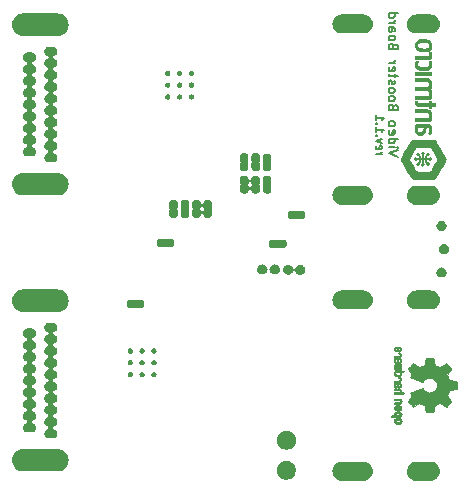
<source format=gbr>
G04 #@! TF.GenerationSoftware,KiCad,Pcbnew,5.1.4+dfsg1-1~bpo10+1*
G04 #@! TF.CreationDate,2020-01-21T09:26:30+01:00*
G04 #@! TF.ProjectId,video-booster-board,76696465-6f2d-4626-9f6f-737465722d62,rev?*
G04 #@! TF.SameCoordinates,Original*
G04 #@! TF.FileFunction,Soldermask,Bot*
G04 #@! TF.FilePolarity,Negative*
%FSLAX46Y46*%
G04 Gerber Fmt 4.6, Leading zero omitted, Abs format (unit mm)*
G04 Created by KiCad (PCBNEW 5.1.4+dfsg1-1~bpo10+1) date 2020-01-21 09:26:30*
%MOMM*%
%LPD*%
G04 APERTURE LIST*
%ADD10C,0.175000*%
%ADD11C,0.180000*%
%ADD12C,0.130000*%
%ADD13C,0.010000*%
%ADD14C,0.100000*%
G04 APERTURE END LIST*
D10*
X142439233Y-71394066D02*
X142905900Y-71394066D01*
X142772566Y-71394066D02*
X142839233Y-71360733D01*
X142872566Y-71327400D01*
X142905900Y-71260733D01*
X142905900Y-71194066D01*
X142472566Y-70694066D02*
X142439233Y-70760733D01*
X142439233Y-70894066D01*
X142472566Y-70960733D01*
X142539233Y-70994066D01*
X142805900Y-70994066D01*
X142872566Y-70960733D01*
X142905900Y-70894066D01*
X142905900Y-70760733D01*
X142872566Y-70694066D01*
X142805900Y-70660733D01*
X142739233Y-70660733D01*
X142672566Y-70994066D01*
X142905900Y-70427400D02*
X142439233Y-70260733D01*
X142905900Y-70094066D01*
X142505900Y-69827400D02*
X142472566Y-69794066D01*
X142439233Y-69827400D01*
X142472566Y-69860733D01*
X142505900Y-69827400D01*
X142439233Y-69827400D01*
X142439233Y-69127400D02*
X142439233Y-69527400D01*
X142439233Y-69327400D02*
X143139233Y-69327400D01*
X143039233Y-69394066D01*
X142972566Y-69460733D01*
X142939233Y-69527400D01*
X142505900Y-68827400D02*
X142472566Y-68794066D01*
X142439233Y-68827400D01*
X142472566Y-68860733D01*
X142505900Y-68827400D01*
X142439233Y-68827400D01*
X142439233Y-68127400D02*
X142439233Y-68527400D01*
X142439233Y-68327400D02*
X143139233Y-68327400D01*
X143039233Y-68394066D01*
X142972566Y-68460733D01*
X142939233Y-68527400D01*
D11*
X144293995Y-71610733D02*
X143493995Y-71344066D01*
X144293995Y-71077400D01*
X143493995Y-70810733D02*
X144027328Y-70810733D01*
X144293995Y-70810733D02*
X144255900Y-70848828D01*
X144217804Y-70810733D01*
X144255900Y-70772638D01*
X144293995Y-70810733D01*
X144217804Y-70810733D01*
X143493995Y-70086923D02*
X144293995Y-70086923D01*
X143532090Y-70086923D02*
X143493995Y-70163114D01*
X143493995Y-70315495D01*
X143532090Y-70391685D01*
X143570185Y-70429780D01*
X143646376Y-70467876D01*
X143874947Y-70467876D01*
X143951138Y-70429780D01*
X143989233Y-70391685D01*
X144027328Y-70315495D01*
X144027328Y-70163114D01*
X143989233Y-70086923D01*
X143532090Y-69401209D02*
X143493995Y-69477400D01*
X143493995Y-69629780D01*
X143532090Y-69705971D01*
X143608280Y-69744066D01*
X143913042Y-69744066D01*
X143989233Y-69705971D01*
X144027328Y-69629780D01*
X144027328Y-69477400D01*
X143989233Y-69401209D01*
X143913042Y-69363114D01*
X143836852Y-69363114D01*
X143760661Y-69744066D01*
X143493995Y-68905971D02*
X143532090Y-68982161D01*
X143570185Y-69020257D01*
X143646376Y-69058352D01*
X143874947Y-69058352D01*
X143951138Y-69020257D01*
X143989233Y-68982161D01*
X144027328Y-68905971D01*
X144027328Y-68791685D01*
X143989233Y-68715495D01*
X143951138Y-68677400D01*
X143874947Y-68639304D01*
X143646376Y-68639304D01*
X143570185Y-68677400D01*
X143532090Y-68715495D01*
X143493995Y-68791685D01*
X143493995Y-68905971D01*
X143913042Y-67420257D02*
X143874947Y-67305971D01*
X143836852Y-67267876D01*
X143760661Y-67229780D01*
X143646376Y-67229780D01*
X143570185Y-67267876D01*
X143532090Y-67305971D01*
X143493995Y-67382161D01*
X143493995Y-67686923D01*
X144293995Y-67686923D01*
X144293995Y-67420257D01*
X144255900Y-67344066D01*
X144217804Y-67305971D01*
X144141614Y-67267876D01*
X144065423Y-67267876D01*
X143989233Y-67305971D01*
X143951138Y-67344066D01*
X143913042Y-67420257D01*
X143913042Y-67686923D01*
X143493995Y-66772638D02*
X143532090Y-66848828D01*
X143570185Y-66886923D01*
X143646376Y-66925019D01*
X143874947Y-66925019D01*
X143951138Y-66886923D01*
X143989233Y-66848828D01*
X144027328Y-66772638D01*
X144027328Y-66658352D01*
X143989233Y-66582161D01*
X143951138Y-66544066D01*
X143874947Y-66505971D01*
X143646376Y-66505971D01*
X143570185Y-66544066D01*
X143532090Y-66582161D01*
X143493995Y-66658352D01*
X143493995Y-66772638D01*
X143493995Y-66048828D02*
X143532090Y-66125019D01*
X143570185Y-66163114D01*
X143646376Y-66201209D01*
X143874947Y-66201209D01*
X143951138Y-66163114D01*
X143989233Y-66125019D01*
X144027328Y-66048828D01*
X144027328Y-65934542D01*
X143989233Y-65858352D01*
X143951138Y-65820257D01*
X143874947Y-65782161D01*
X143646376Y-65782161D01*
X143570185Y-65820257D01*
X143532090Y-65858352D01*
X143493995Y-65934542D01*
X143493995Y-66048828D01*
X143532090Y-65477400D02*
X143493995Y-65401209D01*
X143493995Y-65248828D01*
X143532090Y-65172638D01*
X143608280Y-65134542D01*
X143646376Y-65134542D01*
X143722566Y-65172638D01*
X143760661Y-65248828D01*
X143760661Y-65363114D01*
X143798757Y-65439304D01*
X143874947Y-65477400D01*
X143913042Y-65477400D01*
X143989233Y-65439304D01*
X144027328Y-65363114D01*
X144027328Y-65248828D01*
X143989233Y-65172638D01*
X144027328Y-64905971D02*
X144027328Y-64601209D01*
X144293995Y-64791685D02*
X143608280Y-64791685D01*
X143532090Y-64753590D01*
X143493995Y-64677400D01*
X143493995Y-64601209D01*
X143532090Y-64029780D02*
X143493995Y-64105971D01*
X143493995Y-64258352D01*
X143532090Y-64334542D01*
X143608280Y-64372638D01*
X143913042Y-64372638D01*
X143989233Y-64334542D01*
X144027328Y-64258352D01*
X144027328Y-64105971D01*
X143989233Y-64029780D01*
X143913042Y-63991685D01*
X143836852Y-63991685D01*
X143760661Y-64372638D01*
X143493995Y-63648828D02*
X144027328Y-63648828D01*
X143874947Y-63648828D02*
X143951138Y-63610733D01*
X143989233Y-63572638D01*
X144027328Y-63496447D01*
X144027328Y-63420257D01*
X143913042Y-62277400D02*
X143874947Y-62163114D01*
X143836852Y-62125019D01*
X143760661Y-62086923D01*
X143646376Y-62086923D01*
X143570185Y-62125019D01*
X143532090Y-62163114D01*
X143493995Y-62239304D01*
X143493995Y-62544066D01*
X144293995Y-62544066D01*
X144293995Y-62277400D01*
X144255900Y-62201209D01*
X144217804Y-62163114D01*
X144141614Y-62125019D01*
X144065423Y-62125019D01*
X143989233Y-62163114D01*
X143951138Y-62201209D01*
X143913042Y-62277400D01*
X143913042Y-62544066D01*
X143493995Y-61629780D02*
X143532090Y-61705971D01*
X143570185Y-61744066D01*
X143646376Y-61782161D01*
X143874947Y-61782161D01*
X143951138Y-61744066D01*
X143989233Y-61705971D01*
X144027328Y-61629780D01*
X144027328Y-61515495D01*
X143989233Y-61439304D01*
X143951138Y-61401209D01*
X143874947Y-61363114D01*
X143646376Y-61363114D01*
X143570185Y-61401209D01*
X143532090Y-61439304D01*
X143493995Y-61515495D01*
X143493995Y-61629780D01*
X143493995Y-60677400D02*
X143913042Y-60677400D01*
X143989233Y-60715495D01*
X144027328Y-60791685D01*
X144027328Y-60944066D01*
X143989233Y-61020257D01*
X143532090Y-60677400D02*
X143493995Y-60753590D01*
X143493995Y-60944066D01*
X143532090Y-61020257D01*
X143608280Y-61058352D01*
X143684471Y-61058352D01*
X143760661Y-61020257D01*
X143798757Y-60944066D01*
X143798757Y-60753590D01*
X143836852Y-60677400D01*
X143493995Y-60296447D02*
X144027328Y-60296447D01*
X143874947Y-60296447D02*
X143951138Y-60258352D01*
X143989233Y-60220257D01*
X144027328Y-60144066D01*
X144027328Y-60067876D01*
X143493995Y-59458352D02*
X144293995Y-59458352D01*
X143532090Y-59458352D02*
X143493995Y-59534542D01*
X143493995Y-59686923D01*
X143532090Y-59763114D01*
X143570185Y-59801209D01*
X143646376Y-59839304D01*
X143874947Y-59839304D01*
X143951138Y-59801209D01*
X143989233Y-59763114D01*
X144027328Y-59686923D01*
X144027328Y-59534542D01*
X143989233Y-59458352D01*
D12*
X146412896Y-72231497D02*
X146412896Y-71875897D01*
X146501796Y-72320397D02*
G75*
G03X146501796Y-72320397I-88900J0D01*
G01*
X146410108Y-71444097D02*
X146410108Y-71799697D01*
X146079908Y-72256897D02*
G75*
G03X146079908Y-72256897I-88900J0D01*
G01*
X146943508Y-72256897D02*
G75*
G03X146943508Y-72256897I-88900J0D01*
G01*
X146194208Y-72066397D02*
X146067208Y-72193397D01*
X146651408Y-72066397D02*
X146778408Y-72193397D01*
X146651408Y-72066397D02*
X146651408Y-71837797D01*
X146651408Y-71609197D02*
X146778408Y-71482197D01*
X146194208Y-71609197D02*
X146067208Y-71482197D01*
X146194208Y-71609197D02*
X146194208Y-71837797D01*
X146194208Y-72066397D02*
X146194208Y-71837797D01*
X146651408Y-71609197D02*
X146651408Y-71837797D01*
X146943508Y-71418697D02*
G75*
G03X146943508Y-71418697I-88900J0D01*
G01*
X146499008Y-71355197D02*
G75*
G03X146499008Y-71355197I-88900J0D01*
G01*
X146079908Y-71418697D02*
G75*
G03X146079908Y-71418697I-88900J0D01*
G01*
X146902620Y-71837797D02*
X145914808Y-71837797D01*
X145920384Y-71837797D02*
G75*
G03X145920384Y-71837797I-117088J0D01*
G01*
X147136796Y-71837797D02*
G75*
G03X147136796Y-71837797I-117088J0D01*
G01*
D13*
G36*
X147109230Y-62771286D02*
G01*
X147091086Y-62728854D01*
X147081278Y-62725141D01*
X146980606Y-62741098D01*
X146928228Y-62786228D01*
X146920256Y-62834334D01*
X146922828Y-62923102D01*
X146921990Y-62985811D01*
X146919000Y-63063423D01*
X145761889Y-63063423D01*
X145761889Y-63317423D01*
X147029702Y-63317423D01*
X147073129Y-63171189D01*
X147097961Y-63063811D01*
X147112420Y-62952326D01*
X147116259Y-62850297D01*
X147109230Y-62771286D01*
X147109230Y-62771286D01*
G37*
X147109230Y-62771286D02*
X147091086Y-62728854D01*
X147081278Y-62725141D01*
X146980606Y-62741098D01*
X146928228Y-62786228D01*
X146920256Y-62834334D01*
X146922828Y-62923102D01*
X146921990Y-62985811D01*
X146919000Y-63063423D01*
X145761889Y-63063423D01*
X145761889Y-63317423D01*
X147029702Y-63317423D01*
X147073129Y-63171189D01*
X147097961Y-63063811D01*
X147112420Y-62952326D01*
X147116259Y-62850297D01*
X147109230Y-62771286D01*
G36*
X145761889Y-64474534D02*
G01*
X145761889Y-64728534D01*
X147088333Y-64728534D01*
X147088333Y-64474534D01*
X145761889Y-64474534D01*
X145761889Y-64474534D01*
G37*
X145761889Y-64474534D02*
X145761889Y-64728534D01*
X147088333Y-64728534D01*
X147088333Y-64474534D01*
X145761889Y-64474534D01*
G36*
X147082463Y-65253365D02*
G01*
X147008705Y-65125409D01*
X146921882Y-65046596D01*
X146885499Y-65024162D01*
X146847366Y-65007677D01*
X146798532Y-64996228D01*
X146730046Y-64988903D01*
X146632957Y-64984788D01*
X146498314Y-64982970D01*
X146317167Y-64982536D01*
X146293937Y-64982534D01*
X145761889Y-64982534D01*
X145761889Y-65236534D01*
X146271744Y-65236534D01*
X146438774Y-65237989D01*
X146588613Y-65242027D01*
X146711155Y-65248159D01*
X146796295Y-65255896D01*
X146832318Y-65263677D01*
X146897314Y-65327546D01*
X146931222Y-65421440D01*
X146932340Y-65527195D01*
X146898966Y-65626646D01*
X146870094Y-65666923D01*
X146848862Y-65684382D01*
X146815854Y-65697222D01*
X146763033Y-65706132D01*
X146682364Y-65711801D01*
X146565812Y-65714917D01*
X146405339Y-65716168D01*
X146293737Y-65716311D01*
X145761889Y-65716311D01*
X145761889Y-65970311D01*
X146277720Y-65970311D01*
X146480941Y-65971349D01*
X146635087Y-65975734D01*
X146747511Y-65985372D01*
X146825566Y-66002169D01*
X146876604Y-66028033D01*
X146907976Y-66064869D01*
X146927035Y-66114583D01*
X146933253Y-66140293D01*
X146940878Y-66226262D01*
X146934978Y-66324969D01*
X146933007Y-66337814D01*
X146914039Y-66450089D01*
X145761889Y-66450089D01*
X145761889Y-66704089D01*
X147030312Y-66704089D01*
X147076426Y-66545462D01*
X147105316Y-66400971D01*
X147114184Y-66248257D01*
X147103900Y-66104034D01*
X147075334Y-65985013D01*
X147044109Y-65924539D01*
X146987517Y-65848740D01*
X147052036Y-65721298D01*
X147106410Y-65563137D01*
X147115791Y-65403217D01*
X147082463Y-65253365D01*
X147082463Y-65253365D01*
G37*
X147082463Y-65253365D02*
X147008705Y-65125409D01*
X146921882Y-65046596D01*
X146885499Y-65024162D01*
X146847366Y-65007677D01*
X146798532Y-64996228D01*
X146730046Y-64988903D01*
X146632957Y-64984788D01*
X146498314Y-64982970D01*
X146317167Y-64982536D01*
X146293937Y-64982534D01*
X145761889Y-64982534D01*
X145761889Y-65236534D01*
X146271744Y-65236534D01*
X146438774Y-65237989D01*
X146588613Y-65242027D01*
X146711155Y-65248159D01*
X146796295Y-65255896D01*
X146832318Y-65263677D01*
X146897314Y-65327546D01*
X146931222Y-65421440D01*
X146932340Y-65527195D01*
X146898966Y-65626646D01*
X146870094Y-65666923D01*
X146848862Y-65684382D01*
X146815854Y-65697222D01*
X146763033Y-65706132D01*
X146682364Y-65711801D01*
X146565812Y-65714917D01*
X146405339Y-65716168D01*
X146293737Y-65716311D01*
X145761889Y-65716311D01*
X145761889Y-65970311D01*
X146277720Y-65970311D01*
X146480941Y-65971349D01*
X146635087Y-65975734D01*
X146747511Y-65985372D01*
X146825566Y-66002169D01*
X146876604Y-66028033D01*
X146907976Y-66064869D01*
X146927035Y-66114583D01*
X146933253Y-66140293D01*
X146940878Y-66226262D01*
X146934978Y-66324969D01*
X146933007Y-66337814D01*
X146914039Y-66450089D01*
X145761889Y-66450089D01*
X145761889Y-66704089D01*
X147030312Y-66704089D01*
X147076426Y-66545462D01*
X147105316Y-66400971D01*
X147114184Y-66248257D01*
X147103900Y-66104034D01*
X147075334Y-65985013D01*
X147044109Y-65924539D01*
X146987517Y-65848740D01*
X147052036Y-65721298D01*
X147106410Y-65563137D01*
X147115791Y-65403217D01*
X147082463Y-65253365D01*
G36*
X147100303Y-67947427D02*
G01*
X147062219Y-67814812D01*
X147061709Y-67813683D01*
X147028364Y-67748018D01*
X146990519Y-67697909D01*
X146940485Y-67661270D01*
X146870572Y-67636021D01*
X146773090Y-67620076D01*
X146640348Y-67611353D01*
X146464658Y-67607769D01*
X146299513Y-67607200D01*
X145761889Y-67607200D01*
X145761889Y-67861200D01*
X146277720Y-67861200D01*
X146480941Y-67862238D01*
X146635087Y-67866623D01*
X146747511Y-67876261D01*
X146825566Y-67893058D01*
X146876604Y-67918922D01*
X146907976Y-67955757D01*
X146927035Y-68005472D01*
X146933253Y-68031182D01*
X146940878Y-68117151D01*
X146934978Y-68215858D01*
X146933007Y-68228702D01*
X146914039Y-68340978D01*
X145761889Y-68340978D01*
X145761889Y-68594978D01*
X147029702Y-68594978D01*
X147073129Y-68448745D01*
X147106126Y-68284860D01*
X147115062Y-68110932D01*
X147100303Y-67947427D01*
X147100303Y-67947427D01*
G37*
X147100303Y-67947427D02*
X147062219Y-67814812D01*
X147061709Y-67813683D01*
X147028364Y-67748018D01*
X146990519Y-67697909D01*
X146940485Y-67661270D01*
X146870572Y-67636021D01*
X146773090Y-67620076D01*
X146640348Y-67611353D01*
X146464658Y-67607769D01*
X146299513Y-67607200D01*
X145761889Y-67607200D01*
X145761889Y-67861200D01*
X146277720Y-67861200D01*
X146480941Y-67862238D01*
X146635087Y-67866623D01*
X146747511Y-67876261D01*
X146825566Y-67893058D01*
X146876604Y-67918922D01*
X146907976Y-67955757D01*
X146927035Y-68005472D01*
X146933253Y-68031182D01*
X146940878Y-68117151D01*
X146934978Y-68215858D01*
X146933007Y-68228702D01*
X146914039Y-68340978D01*
X145761889Y-68340978D01*
X145761889Y-68594978D01*
X147029702Y-68594978D01*
X147073129Y-68448745D01*
X147106126Y-68284860D01*
X147115062Y-68110932D01*
X147100303Y-67947427D01*
G36*
X147090311Y-62016059D02*
G01*
X147015481Y-61875337D01*
X146897919Y-61766051D01*
X146849198Y-61737741D01*
X146775280Y-61703826D01*
X146704484Y-61682602D01*
X146619945Y-61671228D01*
X146504800Y-61666865D01*
X146425864Y-61666423D01*
X146285034Y-61668488D01*
X146183858Y-61676445D01*
X146105640Y-61692933D01*
X146033683Y-61720593D01*
X146009030Y-61732345D01*
X145881317Y-61812555D01*
X145798673Y-61910738D01*
X145753509Y-62038942D01*
X145739779Y-62159680D01*
X145738386Y-62273652D01*
X145750611Y-62353976D01*
X145780533Y-62422635D01*
X145792181Y-62442035D01*
X145872980Y-62549118D01*
X145966852Y-62624859D01*
X146084288Y-62673668D01*
X146235780Y-62699956D01*
X146391065Y-62706642D01*
X146391065Y-62466119D01*
X146242901Y-62449230D01*
X146110601Y-62416016D01*
X146007354Y-62367964D01*
X145947039Y-62307857D01*
X145911211Y-62225724D01*
X145910925Y-62157801D01*
X145944002Y-62078219D01*
X145996400Y-62010153D01*
X146076736Y-61963073D01*
X146192898Y-61934470D01*
X146352771Y-61921835D01*
X146439222Y-61920689D01*
X146614119Y-61927525D01*
X146742393Y-61949782D01*
X146832531Y-61990680D01*
X146893019Y-62053441D01*
X146918449Y-62102536D01*
X146935036Y-62209349D01*
X146901515Y-62309823D01*
X146823630Y-62389480D01*
X146798848Y-62403956D01*
X146682227Y-62444970D01*
X146541903Y-62465195D01*
X146391065Y-62466119D01*
X146391065Y-62706642D01*
X146425111Y-62708109D01*
X146565521Y-62706694D01*
X146665074Y-62699388D01*
X146739246Y-62683887D01*
X146803510Y-62657886D01*
X146820222Y-62649272D01*
X146965896Y-62549588D01*
X147060729Y-62430041D01*
X147108662Y-62284373D01*
X147116555Y-62178565D01*
X147090311Y-62016059D01*
X147090311Y-62016059D01*
G37*
X147090311Y-62016059D02*
X147015481Y-61875337D01*
X146897919Y-61766051D01*
X146849198Y-61737741D01*
X146775280Y-61703826D01*
X146704484Y-61682602D01*
X146619945Y-61671228D01*
X146504800Y-61666865D01*
X146425864Y-61666423D01*
X146285034Y-61668488D01*
X146183858Y-61676445D01*
X146105640Y-61692933D01*
X146033683Y-61720593D01*
X146009030Y-61732345D01*
X145881317Y-61812555D01*
X145798673Y-61910738D01*
X145753509Y-62038942D01*
X145739779Y-62159680D01*
X145738386Y-62273652D01*
X145750611Y-62353976D01*
X145780533Y-62422635D01*
X145792181Y-62442035D01*
X145872980Y-62549118D01*
X145966852Y-62624859D01*
X146084288Y-62673668D01*
X146235780Y-62699956D01*
X146391065Y-62706642D01*
X146391065Y-62466119D01*
X146242901Y-62449230D01*
X146110601Y-62416016D01*
X146007354Y-62367964D01*
X145947039Y-62307857D01*
X145911211Y-62225724D01*
X145910925Y-62157801D01*
X145944002Y-62078219D01*
X145996400Y-62010153D01*
X146076736Y-61963073D01*
X146192898Y-61934470D01*
X146352771Y-61921835D01*
X146439222Y-61920689D01*
X146614119Y-61927525D01*
X146742393Y-61949782D01*
X146832531Y-61990680D01*
X146893019Y-62053441D01*
X146918449Y-62102536D01*
X146935036Y-62209349D01*
X146901515Y-62309823D01*
X146823630Y-62389480D01*
X146798848Y-62403956D01*
X146682227Y-62444970D01*
X146541903Y-62465195D01*
X146391065Y-62466119D01*
X146391065Y-62706642D01*
X146425111Y-62708109D01*
X146565521Y-62706694D01*
X146665074Y-62699388D01*
X146739246Y-62683887D01*
X146803510Y-62657886D01*
X146820222Y-62649272D01*
X146965896Y-62549588D01*
X147060729Y-62430041D01*
X147108662Y-62284373D01*
X147116555Y-62178565D01*
X147090311Y-62016059D01*
G36*
X147092174Y-63611212D02*
G01*
X147057687Y-63527395D01*
X147004642Y-63494366D01*
X146936849Y-63508140D01*
X146894054Y-63532020D01*
X146881847Y-63562578D01*
X146895655Y-63619676D01*
X146904881Y-63646969D01*
X146926642Y-63735594D01*
X146918574Y-63807993D01*
X146908054Y-63837142D01*
X146856284Y-63926180D01*
X146779930Y-63987065D01*
X146669179Y-64024761D01*
X146514217Y-64044233D01*
X146496418Y-64045339D01*
X146304756Y-64042857D01*
X146146896Y-64012720D01*
X146029405Y-63956736D01*
X145973508Y-63901457D01*
X145940244Y-63815698D01*
X145933008Y-63709437D01*
X145953170Y-63612948D01*
X145959803Y-63598974D01*
X145971433Y-63550768D01*
X145934470Y-63516719D01*
X145933436Y-63516163D01*
X145854352Y-63488930D01*
X145800101Y-63510225D01*
X145764650Y-63575634D01*
X145745727Y-63663764D01*
X145736990Y-63774715D01*
X145739130Y-63883021D01*
X145752840Y-63963215D01*
X145754030Y-63966534D01*
X145829249Y-64090780D01*
X145949466Y-64194688D01*
X146027192Y-64237635D01*
X146112849Y-64272261D01*
X146199225Y-64292851D01*
X146305700Y-64302651D01*
X146428944Y-64304925D01*
X146559963Y-64303013D01*
X146653628Y-64294504D01*
X146728952Y-64275737D01*
X146804949Y-64243052D01*
X146838067Y-64226165D01*
X146975557Y-64134434D01*
X147062759Y-64024858D01*
X147104870Y-63888260D01*
X147109284Y-63747459D01*
X147092174Y-63611212D01*
X147092174Y-63611212D01*
G37*
X147092174Y-63611212D02*
X147057687Y-63527395D01*
X147004642Y-63494366D01*
X146936849Y-63508140D01*
X146894054Y-63532020D01*
X146881847Y-63562578D01*
X146895655Y-63619676D01*
X146904881Y-63646969D01*
X146926642Y-63735594D01*
X146918574Y-63807993D01*
X146908054Y-63837142D01*
X146856284Y-63926180D01*
X146779930Y-63987065D01*
X146669179Y-64024761D01*
X146514217Y-64044233D01*
X146496418Y-64045339D01*
X146304756Y-64042857D01*
X146146896Y-64012720D01*
X146029405Y-63956736D01*
X145973508Y-63901457D01*
X145940244Y-63815698D01*
X145933008Y-63709437D01*
X145953170Y-63612948D01*
X145959803Y-63598974D01*
X145971433Y-63550768D01*
X145934470Y-63516719D01*
X145933436Y-63516163D01*
X145854352Y-63488930D01*
X145800101Y-63510225D01*
X145764650Y-63575634D01*
X145745727Y-63663764D01*
X145736990Y-63774715D01*
X145739130Y-63883021D01*
X145752840Y-63963215D01*
X145754030Y-63966534D01*
X145829249Y-64090780D01*
X145949466Y-64194688D01*
X146027192Y-64237635D01*
X146112849Y-64272261D01*
X146199225Y-64292851D01*
X146305700Y-64302651D01*
X146428944Y-64304925D01*
X146559963Y-64303013D01*
X146653628Y-64294504D01*
X146728952Y-64275737D01*
X146804949Y-64243052D01*
X146838067Y-64226165D01*
X146975557Y-64134434D01*
X147062759Y-64024858D01*
X147104870Y-63888260D01*
X147109284Y-63747459D01*
X147092174Y-63611212D01*
G36*
X147088333Y-67099200D02*
G01*
X147088333Y-66986311D01*
X147084990Y-66913926D01*
X147066872Y-66881748D01*
X147021847Y-66873601D01*
X147003667Y-66873423D01*
X146949378Y-66877881D01*
X146925244Y-66902038D01*
X146919134Y-66962071D01*
X146919000Y-66986311D01*
X146919000Y-67099200D01*
X146487835Y-67099200D01*
X146294640Y-67097192D01*
X146150897Y-67089859D01*
X146049714Y-67075237D01*
X145984200Y-67051362D01*
X145947460Y-67016270D01*
X145932605Y-66967996D01*
X145931222Y-66940590D01*
X145924394Y-66892578D01*
X145892571Y-66876480D01*
X145839500Y-66878690D01*
X145777023Y-66890999D01*
X145749769Y-66923954D01*
X145741136Y-66986311D01*
X145747824Y-67082614D01*
X145772373Y-67170440D01*
X145801009Y-67222430D01*
X145839687Y-67261434D01*
X145896230Y-67289260D01*
X145978458Y-67307718D01*
X146094193Y-67318617D01*
X146251256Y-67323765D01*
X146440550Y-67324978D01*
X146919000Y-67324978D01*
X146919000Y-67409645D01*
X146925993Y-67469614D01*
X146958980Y-67491718D01*
X147003667Y-67494311D01*
X147063636Y-67487318D01*
X147085739Y-67454332D01*
X147088333Y-67409645D01*
X147090991Y-67361050D01*
X147108275Y-67335874D01*
X147154155Y-67326418D01*
X147241890Y-67324978D01*
X147336112Y-67323033D01*
X147389482Y-67310166D01*
X147417590Y-67275830D01*
X147436026Y-67209476D01*
X147440035Y-67190923D01*
X147459707Y-67099200D01*
X147088333Y-67099200D01*
X147088333Y-67099200D01*
G37*
X147088333Y-67099200D02*
X147088333Y-66986311D01*
X147084990Y-66913926D01*
X147066872Y-66881748D01*
X147021847Y-66873601D01*
X147003667Y-66873423D01*
X146949378Y-66877881D01*
X146925244Y-66902038D01*
X146919134Y-66962071D01*
X146919000Y-66986311D01*
X146919000Y-67099200D01*
X146487835Y-67099200D01*
X146294640Y-67097192D01*
X146150897Y-67089859D01*
X146049714Y-67075237D01*
X145984200Y-67051362D01*
X145947460Y-67016270D01*
X145932605Y-66967996D01*
X145931222Y-66940590D01*
X145924394Y-66892578D01*
X145892571Y-66876480D01*
X145839500Y-66878690D01*
X145777023Y-66890999D01*
X145749769Y-66923954D01*
X145741136Y-66986311D01*
X145747824Y-67082614D01*
X145772373Y-67170440D01*
X145801009Y-67222430D01*
X145839687Y-67261434D01*
X145896230Y-67289260D01*
X145978458Y-67307718D01*
X146094193Y-67318617D01*
X146251256Y-67323765D01*
X146440550Y-67324978D01*
X146919000Y-67324978D01*
X146919000Y-67409645D01*
X146925993Y-67469614D01*
X146958980Y-67491718D01*
X147003667Y-67494311D01*
X147063636Y-67487318D01*
X147085739Y-67454332D01*
X147088333Y-67409645D01*
X147090991Y-67361050D01*
X147108275Y-67335874D01*
X147154155Y-67326418D01*
X147241890Y-67324978D01*
X147336112Y-67323033D01*
X147389482Y-67310166D01*
X147417590Y-67275830D01*
X147436026Y-67209476D01*
X147440035Y-67190923D01*
X147459707Y-67099200D01*
X147088333Y-67099200D01*
G36*
X147099754Y-69184896D02*
G01*
X147089657Y-69100407D01*
X147069113Y-69040192D01*
X147043462Y-68999214D01*
X146998142Y-68944400D01*
X146948593Y-68903077D01*
X146886177Y-68873158D01*
X146802259Y-68852557D01*
X146688203Y-68839188D01*
X146535373Y-68830965D01*
X146335132Y-68825801D01*
X146324813Y-68825606D01*
X145829403Y-68816346D01*
X145791151Y-68896162D01*
X145772502Y-68960481D01*
X145755931Y-69062791D01*
X145744172Y-69184644D01*
X145741634Y-69229978D01*
X145738192Y-69364458D01*
X145743239Y-69458646D01*
X145758560Y-69528294D01*
X145781407Y-69580750D01*
X145866421Y-69698462D01*
X145975622Y-69767908D01*
X146117246Y-69793957D01*
X146124546Y-69794089D01*
X146124546Y-69554534D01*
X146018414Y-69532801D01*
X145947714Y-69467436D01*
X145912274Y-69358190D01*
X145908808Y-69245753D01*
X145917111Y-69088867D01*
X146490097Y-69072843D01*
X146463851Y-69189653D01*
X146411113Y-69354616D01*
X146337301Y-69468791D01*
X146240158Y-69534601D01*
X146124546Y-69554534D01*
X146124546Y-69794089D01*
X146142889Y-69794423D01*
X146289325Y-69771088D01*
X146409393Y-69700327D01*
X146504071Y-69581007D01*
X146574337Y-69411994D01*
X146611745Y-69251145D01*
X146630802Y-69154705D01*
X146649691Y-69101588D01*
X146675609Y-69079156D01*
X146712204Y-69074756D01*
X146817882Y-69097605D01*
X146890549Y-69162838D01*
X146927908Y-69265482D01*
X146927664Y-69400563D01*
X146907711Y-69498089D01*
X146885259Y-69587844D01*
X146879939Y-69639951D01*
X146892101Y-69670657D01*
X146911822Y-69688589D01*
X146965454Y-69718022D01*
X146991526Y-69723867D01*
X147031755Y-69697235D01*
X147065078Y-69623344D01*
X147089082Y-69511199D01*
X147101357Y-69369805D01*
X147102444Y-69309659D01*
X147099754Y-69184896D01*
X147099754Y-69184896D01*
G37*
X147099754Y-69184896D02*
X147089657Y-69100407D01*
X147069113Y-69040192D01*
X147043462Y-68999214D01*
X146998142Y-68944400D01*
X146948593Y-68903077D01*
X146886177Y-68873158D01*
X146802259Y-68852557D01*
X146688203Y-68839188D01*
X146535373Y-68830965D01*
X146335132Y-68825801D01*
X146324813Y-68825606D01*
X145829403Y-68816346D01*
X145791151Y-68896162D01*
X145772502Y-68960481D01*
X145755931Y-69062791D01*
X145744172Y-69184644D01*
X145741634Y-69229978D01*
X145738192Y-69364458D01*
X145743239Y-69458646D01*
X145758560Y-69528294D01*
X145781407Y-69580750D01*
X145866421Y-69698462D01*
X145975622Y-69767908D01*
X146117246Y-69793957D01*
X146124546Y-69794089D01*
X146124546Y-69554534D01*
X146018414Y-69532801D01*
X145947714Y-69467436D01*
X145912274Y-69358190D01*
X145908808Y-69245753D01*
X145917111Y-69088867D01*
X146490097Y-69072843D01*
X146463851Y-69189653D01*
X146411113Y-69354616D01*
X146337301Y-69468791D01*
X146240158Y-69534601D01*
X146124546Y-69554534D01*
X146124546Y-69794089D01*
X146142889Y-69794423D01*
X146289325Y-69771088D01*
X146409393Y-69700327D01*
X146504071Y-69581007D01*
X146574337Y-69411994D01*
X146611745Y-69251145D01*
X146630802Y-69154705D01*
X146649691Y-69101588D01*
X146675609Y-69079156D01*
X146712204Y-69074756D01*
X146817882Y-69097605D01*
X146890549Y-69162838D01*
X146927908Y-69265482D01*
X146927664Y-69400563D01*
X146907711Y-69498089D01*
X146885259Y-69587844D01*
X146879939Y-69639951D01*
X146892101Y-69670657D01*
X146911822Y-69688589D01*
X146965454Y-69718022D01*
X146991526Y-69723867D01*
X147031755Y-69697235D01*
X147065078Y-69623344D01*
X147089082Y-69511199D01*
X147101357Y-69369805D01*
X147102444Y-69309659D01*
X147099754Y-69184896D01*
G36*
X148316427Y-71785070D02*
G01*
X148279021Y-71699422D01*
X148223363Y-71588361D01*
X148154923Y-71463336D01*
X148143832Y-71443979D01*
X148061762Y-71301243D01*
X147962402Y-71127849D01*
X147856304Y-70942243D01*
X147754018Y-70762869D01*
X147716840Y-70697534D01*
X147634019Y-70554648D01*
X147556726Y-70426388D01*
X147490780Y-70322024D01*
X147442001Y-70250831D01*
X147420215Y-70224811D01*
X147400684Y-70211189D01*
X147372263Y-70200308D01*
X147328950Y-70191865D01*
X147264741Y-70185557D01*
X147173634Y-70181080D01*
X147049626Y-70178131D01*
X146886713Y-70176408D01*
X146678894Y-70175606D01*
X146442375Y-70175423D01*
X146181319Y-70175805D01*
X145971061Y-70177111D01*
X145805960Y-70179576D01*
X145680376Y-70183435D01*
X145588665Y-70188926D01*
X145525188Y-70196283D01*
X145484302Y-70205744D01*
X145461875Y-70216449D01*
X145430033Y-70253110D01*
X145376228Y-70330773D01*
X145305808Y-70441047D01*
X145224122Y-70575538D01*
X145136520Y-70725853D01*
X145130629Y-70736181D01*
X145032901Y-70907211D01*
X144932247Y-71082420D01*
X144836740Y-71247817D01*
X144754458Y-71389407D01*
X144703145Y-71476872D01*
X144623989Y-71617936D01*
X144575228Y-71723575D01*
X144552914Y-71803156D01*
X144550480Y-71839084D01*
X144558526Y-71882717D01*
X144582814Y-71947729D01*
X144625784Y-72038836D01*
X144689877Y-72160756D01*
X144777531Y-72318203D01*
X144891189Y-72515893D01*
X144974753Y-72658978D01*
X145084019Y-72844023D01*
X145186416Y-73015094D01*
X145277865Y-73165558D01*
X145354286Y-73288782D01*
X145411602Y-73378133D01*
X145445732Y-73426980D01*
X145450244Y-73432165D01*
X145467563Y-73446733D01*
X145491332Y-73458388D01*
X145527518Y-73467450D01*
X145582087Y-73474237D01*
X145661005Y-73479067D01*
X145770240Y-73482259D01*
X145915759Y-73484132D01*
X146103526Y-73485004D01*
X146339510Y-73485193D01*
X146441904Y-73485154D01*
X146441904Y-72884324D01*
X146265033Y-72883191D01*
X146106533Y-72880279D01*
X145975386Y-72875906D01*
X145880574Y-72870392D01*
X145831077Y-72864057D01*
X145826951Y-72862457D01*
X145801704Y-72831468D01*
X145754381Y-72760424D01*
X145690413Y-72658558D01*
X145615227Y-72535106D01*
X145534253Y-72399302D01*
X145452921Y-72260381D01*
X145376659Y-72127576D01*
X145310897Y-72010123D01*
X145261063Y-71917255D01*
X145232587Y-71858207D01*
X145228006Y-71843707D01*
X145240926Y-71808273D01*
X145278325Y-71732296D01*
X145335924Y-71623803D01*
X145409443Y-71490820D01*
X145494603Y-71341372D01*
X145510322Y-71314231D01*
X145599988Y-71162769D01*
X145683367Y-71027476D01*
X145755300Y-70916290D01*
X145810627Y-70837150D01*
X145844190Y-70797993D01*
X145847134Y-70796002D01*
X145889878Y-70787843D01*
X145978115Y-70780937D01*
X146100902Y-70775387D01*
X146247299Y-70771298D01*
X146406365Y-70768771D01*
X146567159Y-70767911D01*
X146718739Y-70768821D01*
X146850165Y-70771604D01*
X146950496Y-70776363D01*
X147008791Y-70783203D01*
X147014827Y-70784973D01*
X147043681Y-70814676D01*
X147093757Y-70885044D01*
X147159734Y-70986929D01*
X147236294Y-71111181D01*
X147318117Y-71248650D01*
X147399883Y-71390188D01*
X147476272Y-71526644D01*
X147541966Y-71648871D01*
X147591643Y-71747717D01*
X147619986Y-71814035D01*
X147624555Y-71833658D01*
X147610952Y-71873794D01*
X147573689Y-71952819D01*
X147518090Y-72061186D01*
X147449475Y-72189347D01*
X147373168Y-72327755D01*
X147294490Y-72466863D01*
X147218764Y-72597124D01*
X147151311Y-72708990D01*
X147097455Y-72792915D01*
X147066153Y-72835367D01*
X147046461Y-72852126D01*
X147015544Y-72864633D01*
X146965773Y-72873484D01*
X146889522Y-72879280D01*
X146779164Y-72882617D01*
X146627073Y-72884095D01*
X146441904Y-72884324D01*
X146441904Y-73485154D01*
X146442773Y-73485153D01*
X147381938Y-73484620D01*
X147435531Y-73417521D01*
X147475199Y-73360769D01*
X147535001Y-73266075D01*
X147610767Y-73140821D01*
X147698327Y-72992390D01*
X147793509Y-72828165D01*
X147892145Y-72655528D01*
X147990063Y-72481863D01*
X148083093Y-72314551D01*
X148167065Y-72160976D01*
X148237809Y-72028521D01*
X148291154Y-71924567D01*
X148322929Y-71856497D01*
X148330111Y-71833857D01*
X148316427Y-71785070D01*
X148316427Y-71785070D01*
G37*
X148316427Y-71785070D02*
X148279021Y-71699422D01*
X148223363Y-71588361D01*
X148154923Y-71463336D01*
X148143832Y-71443979D01*
X148061762Y-71301243D01*
X147962402Y-71127849D01*
X147856304Y-70942243D01*
X147754018Y-70762869D01*
X147716840Y-70697534D01*
X147634019Y-70554648D01*
X147556726Y-70426388D01*
X147490780Y-70322024D01*
X147442001Y-70250831D01*
X147420215Y-70224811D01*
X147400684Y-70211189D01*
X147372263Y-70200308D01*
X147328950Y-70191865D01*
X147264741Y-70185557D01*
X147173634Y-70181080D01*
X147049626Y-70178131D01*
X146886713Y-70176408D01*
X146678894Y-70175606D01*
X146442375Y-70175423D01*
X146181319Y-70175805D01*
X145971061Y-70177111D01*
X145805960Y-70179576D01*
X145680376Y-70183435D01*
X145588665Y-70188926D01*
X145525188Y-70196283D01*
X145484302Y-70205744D01*
X145461875Y-70216449D01*
X145430033Y-70253110D01*
X145376228Y-70330773D01*
X145305808Y-70441047D01*
X145224122Y-70575538D01*
X145136520Y-70725853D01*
X145130629Y-70736181D01*
X145032901Y-70907211D01*
X144932247Y-71082420D01*
X144836740Y-71247817D01*
X144754458Y-71389407D01*
X144703145Y-71476872D01*
X144623989Y-71617936D01*
X144575228Y-71723575D01*
X144552914Y-71803156D01*
X144550480Y-71839084D01*
X144558526Y-71882717D01*
X144582814Y-71947729D01*
X144625784Y-72038836D01*
X144689877Y-72160756D01*
X144777531Y-72318203D01*
X144891189Y-72515893D01*
X144974753Y-72658978D01*
X145084019Y-72844023D01*
X145186416Y-73015094D01*
X145277865Y-73165558D01*
X145354286Y-73288782D01*
X145411602Y-73378133D01*
X145445732Y-73426980D01*
X145450244Y-73432165D01*
X145467563Y-73446733D01*
X145491332Y-73458388D01*
X145527518Y-73467450D01*
X145582087Y-73474237D01*
X145661005Y-73479067D01*
X145770240Y-73482259D01*
X145915759Y-73484132D01*
X146103526Y-73485004D01*
X146339510Y-73485193D01*
X146441904Y-73485154D01*
X146441904Y-72884324D01*
X146265033Y-72883191D01*
X146106533Y-72880279D01*
X145975386Y-72875906D01*
X145880574Y-72870392D01*
X145831077Y-72864057D01*
X145826951Y-72862457D01*
X145801704Y-72831468D01*
X145754381Y-72760424D01*
X145690413Y-72658558D01*
X145615227Y-72535106D01*
X145534253Y-72399302D01*
X145452921Y-72260381D01*
X145376659Y-72127576D01*
X145310897Y-72010123D01*
X145261063Y-71917255D01*
X145232587Y-71858207D01*
X145228006Y-71843707D01*
X145240926Y-71808273D01*
X145278325Y-71732296D01*
X145335924Y-71623803D01*
X145409443Y-71490820D01*
X145494603Y-71341372D01*
X145510322Y-71314231D01*
X145599988Y-71162769D01*
X145683367Y-71027476D01*
X145755300Y-70916290D01*
X145810627Y-70837150D01*
X145844190Y-70797993D01*
X145847134Y-70796002D01*
X145889878Y-70787843D01*
X145978115Y-70780937D01*
X146100902Y-70775387D01*
X146247299Y-70771298D01*
X146406365Y-70768771D01*
X146567159Y-70767911D01*
X146718739Y-70768821D01*
X146850165Y-70771604D01*
X146950496Y-70776363D01*
X147008791Y-70783203D01*
X147014827Y-70784973D01*
X147043681Y-70814676D01*
X147093757Y-70885044D01*
X147159734Y-70986929D01*
X147236294Y-71111181D01*
X147318117Y-71248650D01*
X147399883Y-71390188D01*
X147476272Y-71526644D01*
X147541966Y-71648871D01*
X147591643Y-71747717D01*
X147619986Y-71814035D01*
X147624555Y-71833658D01*
X147610952Y-71873794D01*
X147573689Y-71952819D01*
X147518090Y-72061186D01*
X147449475Y-72189347D01*
X147373168Y-72327755D01*
X147294490Y-72466863D01*
X147218764Y-72597124D01*
X147151311Y-72708990D01*
X147097455Y-72792915D01*
X147066153Y-72835367D01*
X147046461Y-72852126D01*
X147015544Y-72864633D01*
X146965773Y-72873484D01*
X146889522Y-72879280D01*
X146779164Y-72882617D01*
X146627073Y-72884095D01*
X146441904Y-72884324D01*
X146441904Y-73485154D01*
X146442773Y-73485153D01*
X147381938Y-73484620D01*
X147435531Y-73417521D01*
X147475199Y-73360769D01*
X147535001Y-73266075D01*
X147610767Y-73140821D01*
X147698327Y-72992390D01*
X147793509Y-72828165D01*
X147892145Y-72655528D01*
X147990063Y-72481863D01*
X148083093Y-72314551D01*
X148167065Y-72160976D01*
X148237809Y-72028521D01*
X148291154Y-71924567D01*
X148322929Y-71856497D01*
X148330111Y-71833857D01*
X148316427Y-71785070D01*
G36*
X144440542Y-89767283D02*
G01*
X144332063Y-89767467D01*
X144248613Y-89768181D01*
X144186196Y-89769725D01*
X144140815Y-89772399D01*
X144108471Y-89776506D01*
X144085167Y-89782345D01*
X144066905Y-89790218D01*
X144056482Y-89796179D01*
X143999955Y-89845545D01*
X143964523Y-89908136D01*
X143951810Y-89977387D01*
X143963437Y-90046732D01*
X143984332Y-90088025D01*
X144020478Y-90131375D01*
X144064624Y-90160919D01*
X144122438Y-90178745D01*
X144199587Y-90186937D01*
X144256186Y-90188098D01*
X144260253Y-90187942D01*
X144260253Y-90086543D01*
X144195350Y-90085924D01*
X144152386Y-90083086D01*
X144124278Y-90076560D01*
X144103947Y-90064877D01*
X144088612Y-90050917D01*
X144059010Y-90004035D01*
X144056481Y-89953699D01*
X144081195Y-89906124D01*
X144084544Y-89902421D01*
X144101965Y-89886617D01*
X144122691Y-89876707D01*
X144153538Y-89871342D01*
X144201323Y-89869172D01*
X144254152Y-89868829D01*
X144320519Y-89869573D01*
X144364794Y-89872652D01*
X144393891Y-89879339D01*
X144414727Y-89890904D01*
X144425793Y-89900387D01*
X144453702Y-89944440D01*
X144457057Y-89995176D01*
X144435741Y-90043604D01*
X144427827Y-90052950D01*
X144410253Y-90068860D01*
X144389313Y-90078790D01*
X144358118Y-90084122D01*
X144309778Y-90086237D01*
X144260253Y-90086543D01*
X144260253Y-90187942D01*
X144347332Y-90184590D01*
X144415814Y-90172674D01*
X144467300Y-90150265D01*
X144507457Y-90115276D01*
X144528039Y-90088025D01*
X144550275Y-90038493D01*
X144560596Y-89981084D01*
X144557833Y-89927718D01*
X144546688Y-89897857D01*
X144543517Y-89886139D01*
X144555343Y-89878363D01*
X144587034Y-89872935D01*
X144635307Y-89868829D01*
X144689071Y-89864333D01*
X144721418Y-89858087D01*
X144739915Y-89846724D01*
X144752130Y-89826872D01*
X144757538Y-89814400D01*
X144777299Y-89767229D01*
X144440542Y-89767283D01*
X144440542Y-89767283D01*
G37*
X144440542Y-89767283D02*
X144332063Y-89767467D01*
X144248613Y-89768181D01*
X144186196Y-89769725D01*
X144140815Y-89772399D01*
X144108471Y-89776506D01*
X144085167Y-89782345D01*
X144066905Y-89790218D01*
X144056482Y-89796179D01*
X143999955Y-89845545D01*
X143964523Y-89908136D01*
X143951810Y-89977387D01*
X143963437Y-90046732D01*
X143984332Y-90088025D01*
X144020478Y-90131375D01*
X144064624Y-90160919D01*
X144122438Y-90178745D01*
X144199587Y-90186937D01*
X144256186Y-90188098D01*
X144260253Y-90187942D01*
X144260253Y-90086543D01*
X144195350Y-90085924D01*
X144152386Y-90083086D01*
X144124278Y-90076560D01*
X144103947Y-90064877D01*
X144088612Y-90050917D01*
X144059010Y-90004035D01*
X144056481Y-89953699D01*
X144081195Y-89906124D01*
X144084544Y-89902421D01*
X144101965Y-89886617D01*
X144122691Y-89876707D01*
X144153538Y-89871342D01*
X144201323Y-89869172D01*
X144254152Y-89868829D01*
X144320519Y-89869573D01*
X144364794Y-89872652D01*
X144393891Y-89879339D01*
X144414727Y-89890904D01*
X144425793Y-89900387D01*
X144453702Y-89944440D01*
X144457057Y-89995176D01*
X144435741Y-90043604D01*
X144427827Y-90052950D01*
X144410253Y-90068860D01*
X144389313Y-90078790D01*
X144358118Y-90084122D01*
X144309778Y-90086237D01*
X144260253Y-90086543D01*
X144260253Y-90187942D01*
X144347332Y-90184590D01*
X144415814Y-90172674D01*
X144467300Y-90150265D01*
X144507457Y-90115276D01*
X144528039Y-90088025D01*
X144550275Y-90038493D01*
X144560596Y-89981084D01*
X144557833Y-89927718D01*
X144546688Y-89897857D01*
X144543517Y-89886139D01*
X144555343Y-89878363D01*
X144587034Y-89872935D01*
X144635307Y-89868829D01*
X144689071Y-89864333D01*
X144721418Y-89858087D01*
X144739915Y-89846724D01*
X144752130Y-89826872D01*
X144757538Y-89814400D01*
X144777299Y-89767229D01*
X144440542Y-89767283D01*
G36*
X144578120Y-92241307D02*
G01*
X144551177Y-92194728D01*
X144524434Y-92162343D01*
X144496416Y-92138658D01*
X144462152Y-92122341D01*
X144416673Y-92112061D01*
X144355008Y-92106486D01*
X144272189Y-92104284D01*
X144212654Y-92104029D01*
X143993509Y-92104029D01*
X143965856Y-92165714D01*
X143938203Y-92227400D01*
X144178230Y-92234657D01*
X144267872Y-92237656D01*
X144332938Y-92240802D01*
X144377874Y-92244699D01*
X144407130Y-92249953D01*
X144425152Y-92257169D01*
X144436389Y-92266950D01*
X144438821Y-92270088D01*
X144457817Y-92317639D01*
X144450300Y-92365703D01*
X144430357Y-92394314D01*
X144416225Y-92405953D01*
X144397680Y-92414009D01*
X144369566Y-92419129D01*
X144326727Y-92421959D01*
X144264005Y-92423144D01*
X144198639Y-92423343D01*
X144116632Y-92423382D01*
X144058584Y-92424786D01*
X144019435Y-92429486D01*
X143994120Y-92439413D01*
X143977577Y-92456497D01*
X143964744Y-92482668D01*
X143951409Y-92517625D01*
X143936893Y-92555804D01*
X144194511Y-92551259D01*
X144287381Y-92549429D01*
X144356011Y-92547288D01*
X144405189Y-92544219D01*
X144439702Y-92539606D01*
X144464338Y-92532832D01*
X144483884Y-92523281D01*
X144501130Y-92511766D01*
X144556220Y-92456210D01*
X144588078Y-92388420D01*
X144595709Y-92314687D01*
X144578120Y-92241307D01*
X144578120Y-92241307D01*
G37*
X144578120Y-92241307D02*
X144551177Y-92194728D01*
X144524434Y-92162343D01*
X144496416Y-92138658D01*
X144462152Y-92122341D01*
X144416673Y-92112061D01*
X144355008Y-92106486D01*
X144272189Y-92104284D01*
X144212654Y-92104029D01*
X143993509Y-92104029D01*
X143965856Y-92165714D01*
X143938203Y-92227400D01*
X144178230Y-92234657D01*
X144267872Y-92237656D01*
X144332938Y-92240802D01*
X144377874Y-92244699D01*
X144407130Y-92249953D01*
X144425152Y-92257169D01*
X144436389Y-92266950D01*
X144438821Y-92270088D01*
X144457817Y-92317639D01*
X144450300Y-92365703D01*
X144430357Y-92394314D01*
X144416225Y-92405953D01*
X144397680Y-92414009D01*
X144369566Y-92419129D01*
X144326727Y-92421959D01*
X144264005Y-92423144D01*
X144198639Y-92423343D01*
X144116632Y-92423382D01*
X144058584Y-92424786D01*
X144019435Y-92429486D01*
X143994120Y-92439413D01*
X143977577Y-92456497D01*
X143964744Y-92482668D01*
X143951409Y-92517625D01*
X143936893Y-92555804D01*
X144194511Y-92551259D01*
X144287381Y-92549429D01*
X144356011Y-92547288D01*
X144405189Y-92544219D01*
X144439702Y-92539606D01*
X144464338Y-92532832D01*
X144483884Y-92523281D01*
X144501130Y-92511766D01*
X144556220Y-92456210D01*
X144588078Y-92388420D01*
X144595709Y-92314687D01*
X144578120Y-92241307D01*
G36*
X149263552Y-90853490D02*
G01*
X149263122Y-90774946D01*
X149261958Y-90718102D01*
X149259693Y-90679295D01*
X149255960Y-90654862D01*
X149250394Y-90641138D01*
X149242627Y-90634460D01*
X149232295Y-90631164D01*
X149230957Y-90630844D01*
X149206821Y-90625838D01*
X149159199Y-90616571D01*
X149093159Y-90604008D01*
X149013772Y-90589113D01*
X148926104Y-90572849D01*
X148923025Y-90572281D01*
X148837111Y-90555990D01*
X148761204Y-90540748D01*
X148699855Y-90527539D01*
X148657618Y-90517346D01*
X148639045Y-90511152D01*
X148638716Y-90510857D01*
X148629647Y-90492612D01*
X148614533Y-90454995D01*
X148596638Y-90406129D01*
X148596542Y-90405857D01*
X148573407Y-90344307D01*
X148543935Y-90271743D01*
X148514303Y-90203343D01*
X148512838Y-90200106D01*
X148462274Y-90088698D01*
X148630740Y-89842001D01*
X148682097Y-89766323D01*
X148728011Y-89697769D01*
X148765870Y-89640312D01*
X148793063Y-89597924D01*
X148806979Y-89574575D01*
X148808011Y-89572358D01*
X148803416Y-89555390D01*
X148781245Y-89523699D01*
X148740453Y-89476048D01*
X148679995Y-89411202D01*
X148615673Y-89345003D01*
X148552288Y-89281186D01*
X148494449Y-89224071D01*
X148445725Y-89177095D01*
X148409690Y-89143697D01*
X148389916Y-89127315D01*
X148388898Y-89126706D01*
X148375328Y-89124895D01*
X148353167Y-89131717D01*
X148319422Y-89148860D01*
X148271100Y-89178007D01*
X148205208Y-89220845D01*
X148120383Y-89277952D01*
X148045723Y-89328634D01*
X147978760Y-89373939D01*
X147923384Y-89411250D01*
X147883480Y-89437948D01*
X147862938Y-89451415D01*
X147861544Y-89452263D01*
X147841862Y-89450619D01*
X147803607Y-89438155D01*
X147754011Y-89417352D01*
X147738172Y-89409938D01*
X147667610Y-89377586D01*
X147587547Y-89343072D01*
X147518271Y-89315035D01*
X147466855Y-89294832D01*
X147427781Y-89278785D01*
X147407359Y-89269512D01*
X147405786Y-89268359D01*
X147403179Y-89251304D01*
X147396037Y-89211102D01*
X147385377Y-89153098D01*
X147372215Y-89082637D01*
X147357567Y-89005065D01*
X147342451Y-88925728D01*
X147327882Y-88849969D01*
X147314878Y-88783136D01*
X147304455Y-88730572D01*
X147297630Y-88697624D01*
X147295701Y-88689543D01*
X147290938Y-88681195D01*
X147280182Y-88674894D01*
X147259802Y-88670355D01*
X147226166Y-88667296D01*
X147175645Y-88665433D01*
X147104608Y-88664482D01*
X147009424Y-88664160D01*
X146970408Y-88664143D01*
X146653101Y-88664143D01*
X146638061Y-88740343D01*
X146629905Y-88782737D01*
X146618001Y-88846000D01*
X146603784Y-88922438D01*
X146588690Y-89004357D01*
X146584545Y-89027000D01*
X146569847Y-89102594D01*
X146555395Y-89168447D01*
X146542525Y-89219034D01*
X146532578Y-89248826D01*
X146529613Y-89253788D01*
X146508617Y-89265974D01*
X146467933Y-89283447D01*
X146415578Y-89302823D01*
X146404300Y-89306666D01*
X146334377Y-89332061D01*
X146255482Y-89363583D01*
X146184634Y-89394431D01*
X146184305Y-89394583D01*
X146073167Y-89445953D01*
X145824647Y-89277001D01*
X145576128Y-89108048D01*
X145358842Y-89324971D01*
X145294174Y-89390581D01*
X145237167Y-89450421D01*
X145190867Y-89501133D01*
X145158316Y-89539354D01*
X145142557Y-89561725D01*
X145141557Y-89564934D01*
X145149431Y-89583774D01*
X145171322Y-89622220D01*
X145204633Y-89676070D01*
X145246769Y-89741124D01*
X145293957Y-89811460D01*
X145342090Y-89882845D01*
X145383972Y-89946492D01*
X145417029Y-89998359D01*
X145438682Y-90034405D01*
X145446357Y-90050533D01*
X145439863Y-90070211D01*
X145422750Y-90107525D01*
X145398574Y-90154779D01*
X145395887Y-90159788D01*
X145363973Y-90223423D01*
X145348321Y-90267059D01*
X145348155Y-90294198D01*
X145362696Y-90308343D01*
X145362900Y-90308425D01*
X145380121Y-90315495D01*
X145421001Y-90332358D01*
X145482375Y-90357705D01*
X145561081Y-90390229D01*
X145653953Y-90428622D01*
X145757828Y-90471578D01*
X145858398Y-90513178D01*
X145969384Y-90558896D01*
X146072197Y-90600874D01*
X146163685Y-90637852D01*
X146240699Y-90668573D01*
X146300085Y-90691778D01*
X146338691Y-90706210D01*
X146353100Y-90710657D01*
X146369628Y-90699504D01*
X146395970Y-90670331D01*
X146425013Y-90631429D01*
X146516861Y-90520643D01*
X146622141Y-90434049D01*
X146738634Y-90372684D01*
X146864124Y-90337585D01*
X146996393Y-90329792D01*
X147057443Y-90335457D01*
X147184105Y-90366322D01*
X147295959Y-90419480D01*
X147391899Y-90491633D01*
X147470824Y-90579483D01*
X147531630Y-90679735D01*
X147573213Y-90789090D01*
X147594472Y-90904253D01*
X147594301Y-91021925D01*
X147571599Y-91138810D01*
X147525262Y-91251611D01*
X147454187Y-91357031D01*
X147413989Y-91401032D01*
X147310771Y-91485421D01*
X147197975Y-91544178D01*
X147078890Y-91577696D01*
X146956805Y-91586365D01*
X146835007Y-91570577D01*
X146716784Y-91530722D01*
X146605425Y-91467193D01*
X146504216Y-91380379D01*
X146425013Y-91283371D01*
X146394738Y-91242963D01*
X146368681Y-91214418D01*
X146353075Y-91204143D01*
X146336057Y-91209523D01*
X146295400Y-91224825D01*
X146234258Y-91248788D01*
X146155781Y-91280156D01*
X146063120Y-91317668D01*
X145959428Y-91360067D01*
X145858374Y-91401737D01*
X145747293Y-91447710D01*
X145644359Y-91490293D01*
X145552735Y-91528179D01*
X145475584Y-91560060D01*
X145416069Y-91584629D01*
X145377356Y-91600580D01*
X145362900Y-91606490D01*
X145348215Y-91620452D01*
X145348258Y-91647460D01*
X145363801Y-91690987D01*
X145395616Y-91754510D01*
X145395887Y-91755012D01*
X145420577Y-91802840D01*
X145438562Y-91841503D01*
X145446286Y-91863305D01*
X145446357Y-91864267D01*
X145438522Y-91880679D01*
X145416735Y-91916913D01*
X145383572Y-91968926D01*
X145341609Y-92032675D01*
X145293957Y-92103340D01*
X145245709Y-92175284D01*
X145203749Y-92240126D01*
X145170673Y-92293665D01*
X145149079Y-92331703D01*
X145141557Y-92349867D01*
X145151443Y-92366592D01*
X145179074Y-92400220D01*
X145221405Y-92447390D01*
X145275395Y-92504742D01*
X145338001Y-92568916D01*
X145358917Y-92589903D01*
X145576277Y-92806901D01*
X145818680Y-92641732D01*
X145893119Y-92591536D01*
X145959928Y-92547481D01*
X146015235Y-92512038D01*
X146055171Y-92487681D01*
X146075864Y-92476878D01*
X146077337Y-92476562D01*
X146096842Y-92482257D01*
X146136078Y-92497574D01*
X146188470Y-92519863D01*
X146223545Y-92535507D01*
X146290699Y-92564759D01*
X146358542Y-92592306D01*
X146415866Y-92613663D01*
X146433328Y-92619465D01*
X146479962Y-92635948D01*
X146515995Y-92652060D01*
X146529613Y-92660910D01*
X146537948Y-92680440D01*
X146549763Y-92723066D01*
X146563719Y-92783255D01*
X146578478Y-92855478D01*
X146584545Y-92887800D01*
X146599627Y-92969878D01*
X146614231Y-93048605D01*
X146626920Y-93116291D01*
X146636258Y-93165240D01*
X146638061Y-93174457D01*
X146653101Y-93250657D01*
X146970408Y-93250657D01*
X147074746Y-93250486D01*
X147153687Y-93249784D01*
X147210862Y-93248266D01*
X147249901Y-93245651D01*
X147274435Y-93241654D01*
X147288095Y-93235991D01*
X147294511Y-93228380D01*
X147295701Y-93225257D01*
X147299920Y-93206422D01*
X147308338Y-93164812D01*
X147319939Y-93105770D01*
X147333705Y-93034643D01*
X147348620Y-92956775D01*
X147363668Y-92877513D01*
X147377831Y-92802202D01*
X147390094Y-92736187D01*
X147399439Y-92684813D01*
X147404850Y-92653425D01*
X147405786Y-92646441D01*
X147418304Y-92640115D01*
X147451654Y-92626110D01*
X147499523Y-92607045D01*
X147518271Y-92599766D01*
X147590705Y-92570404D01*
X147670730Y-92535829D01*
X147738172Y-92504863D01*
X147789741Y-92482077D01*
X147832115Y-92466918D01*
X147858066Y-92461858D01*
X147861544Y-92462664D01*
X147877964Y-92473359D01*
X147914483Y-92497780D01*
X147967213Y-92533305D01*
X148032265Y-92577313D01*
X148105749Y-92627183D01*
X148120255Y-92637044D01*
X148206196Y-92694908D01*
X148271639Y-92737444D01*
X148319596Y-92766346D01*
X148353080Y-92783310D01*
X148375105Y-92790033D01*
X148388683Y-92788210D01*
X148388769Y-92788164D01*
X148406603Y-92773814D01*
X148441083Y-92742077D01*
X148488632Y-92696390D01*
X148545678Y-92640196D01*
X148608645Y-92576932D01*
X148615673Y-92569798D01*
X148692880Y-92490070D01*
X148749570Y-92428543D01*
X148786790Y-92383979D01*
X148805585Y-92355143D01*
X148808011Y-92342442D01*
X148797429Y-92323906D01*
X148772984Y-92285439D01*
X148737288Y-92231014D01*
X148692953Y-92164602D01*
X148642589Y-92090175D01*
X148630740Y-92072799D01*
X148462274Y-91826103D01*
X148512838Y-91714694D01*
X148542305Y-91646943D01*
X148571941Y-91574217D01*
X148595570Y-91511697D01*
X148596542Y-91508943D01*
X148614443Y-91460040D01*
X148629580Y-91422343D01*
X148638690Y-91403975D01*
X148638716Y-91403944D01*
X148655183Y-91398115D01*
X148695681Y-91388208D01*
X148755658Y-91375205D01*
X148830560Y-91360091D01*
X148915836Y-91343848D01*
X148923025Y-91342519D01*
X149010886Y-91326225D01*
X149090640Y-91311267D01*
X149157219Y-91298609D01*
X149205553Y-91289214D01*
X149230575Y-91284046D01*
X149230957Y-91283956D01*
X149241601Y-91280811D01*
X149249638Y-91274696D01*
X149255433Y-91261947D01*
X149259353Y-91238900D01*
X149261765Y-91201891D01*
X149263035Y-91147256D01*
X149263529Y-91071333D01*
X149263614Y-90970456D01*
X149263614Y-90957400D01*
X149263552Y-90853490D01*
X149263552Y-90853490D01*
G37*
X149263552Y-90853490D02*
X149263122Y-90774946D01*
X149261958Y-90718102D01*
X149259693Y-90679295D01*
X149255960Y-90654862D01*
X149250394Y-90641138D01*
X149242627Y-90634460D01*
X149232295Y-90631164D01*
X149230957Y-90630844D01*
X149206821Y-90625838D01*
X149159199Y-90616571D01*
X149093159Y-90604008D01*
X149013772Y-90589113D01*
X148926104Y-90572849D01*
X148923025Y-90572281D01*
X148837111Y-90555990D01*
X148761204Y-90540748D01*
X148699855Y-90527539D01*
X148657618Y-90517346D01*
X148639045Y-90511152D01*
X148638716Y-90510857D01*
X148629647Y-90492612D01*
X148614533Y-90454995D01*
X148596638Y-90406129D01*
X148596542Y-90405857D01*
X148573407Y-90344307D01*
X148543935Y-90271743D01*
X148514303Y-90203343D01*
X148512838Y-90200106D01*
X148462274Y-90088698D01*
X148630740Y-89842001D01*
X148682097Y-89766323D01*
X148728011Y-89697769D01*
X148765870Y-89640312D01*
X148793063Y-89597924D01*
X148806979Y-89574575D01*
X148808011Y-89572358D01*
X148803416Y-89555390D01*
X148781245Y-89523699D01*
X148740453Y-89476048D01*
X148679995Y-89411202D01*
X148615673Y-89345003D01*
X148552288Y-89281186D01*
X148494449Y-89224071D01*
X148445725Y-89177095D01*
X148409690Y-89143697D01*
X148389916Y-89127315D01*
X148388898Y-89126706D01*
X148375328Y-89124895D01*
X148353167Y-89131717D01*
X148319422Y-89148860D01*
X148271100Y-89178007D01*
X148205208Y-89220845D01*
X148120383Y-89277952D01*
X148045723Y-89328634D01*
X147978760Y-89373939D01*
X147923384Y-89411250D01*
X147883480Y-89437948D01*
X147862938Y-89451415D01*
X147861544Y-89452263D01*
X147841862Y-89450619D01*
X147803607Y-89438155D01*
X147754011Y-89417352D01*
X147738172Y-89409938D01*
X147667610Y-89377586D01*
X147587547Y-89343072D01*
X147518271Y-89315035D01*
X147466855Y-89294832D01*
X147427781Y-89278785D01*
X147407359Y-89269512D01*
X147405786Y-89268359D01*
X147403179Y-89251304D01*
X147396037Y-89211102D01*
X147385377Y-89153098D01*
X147372215Y-89082637D01*
X147357567Y-89005065D01*
X147342451Y-88925728D01*
X147327882Y-88849969D01*
X147314878Y-88783136D01*
X147304455Y-88730572D01*
X147297630Y-88697624D01*
X147295701Y-88689543D01*
X147290938Y-88681195D01*
X147280182Y-88674894D01*
X147259802Y-88670355D01*
X147226166Y-88667296D01*
X147175645Y-88665433D01*
X147104608Y-88664482D01*
X147009424Y-88664160D01*
X146970408Y-88664143D01*
X146653101Y-88664143D01*
X146638061Y-88740343D01*
X146629905Y-88782737D01*
X146618001Y-88846000D01*
X146603784Y-88922438D01*
X146588690Y-89004357D01*
X146584545Y-89027000D01*
X146569847Y-89102594D01*
X146555395Y-89168447D01*
X146542525Y-89219034D01*
X146532578Y-89248826D01*
X146529613Y-89253788D01*
X146508617Y-89265974D01*
X146467933Y-89283447D01*
X146415578Y-89302823D01*
X146404300Y-89306666D01*
X146334377Y-89332061D01*
X146255482Y-89363583D01*
X146184634Y-89394431D01*
X146184305Y-89394583D01*
X146073167Y-89445953D01*
X145824647Y-89277001D01*
X145576128Y-89108048D01*
X145358842Y-89324971D01*
X145294174Y-89390581D01*
X145237167Y-89450421D01*
X145190867Y-89501133D01*
X145158316Y-89539354D01*
X145142557Y-89561725D01*
X145141557Y-89564934D01*
X145149431Y-89583774D01*
X145171322Y-89622220D01*
X145204633Y-89676070D01*
X145246769Y-89741124D01*
X145293957Y-89811460D01*
X145342090Y-89882845D01*
X145383972Y-89946492D01*
X145417029Y-89998359D01*
X145438682Y-90034405D01*
X145446357Y-90050533D01*
X145439863Y-90070211D01*
X145422750Y-90107525D01*
X145398574Y-90154779D01*
X145395887Y-90159788D01*
X145363973Y-90223423D01*
X145348321Y-90267059D01*
X145348155Y-90294198D01*
X145362696Y-90308343D01*
X145362900Y-90308425D01*
X145380121Y-90315495D01*
X145421001Y-90332358D01*
X145482375Y-90357705D01*
X145561081Y-90390229D01*
X145653953Y-90428622D01*
X145757828Y-90471578D01*
X145858398Y-90513178D01*
X145969384Y-90558896D01*
X146072197Y-90600874D01*
X146163685Y-90637852D01*
X146240699Y-90668573D01*
X146300085Y-90691778D01*
X146338691Y-90706210D01*
X146353100Y-90710657D01*
X146369628Y-90699504D01*
X146395970Y-90670331D01*
X146425013Y-90631429D01*
X146516861Y-90520643D01*
X146622141Y-90434049D01*
X146738634Y-90372684D01*
X146864124Y-90337585D01*
X146996393Y-90329792D01*
X147057443Y-90335457D01*
X147184105Y-90366322D01*
X147295959Y-90419480D01*
X147391899Y-90491633D01*
X147470824Y-90579483D01*
X147531630Y-90679735D01*
X147573213Y-90789090D01*
X147594472Y-90904253D01*
X147594301Y-91021925D01*
X147571599Y-91138810D01*
X147525262Y-91251611D01*
X147454187Y-91357031D01*
X147413989Y-91401032D01*
X147310771Y-91485421D01*
X147197975Y-91544178D01*
X147078890Y-91577696D01*
X146956805Y-91586365D01*
X146835007Y-91570577D01*
X146716784Y-91530722D01*
X146605425Y-91467193D01*
X146504216Y-91380379D01*
X146425013Y-91283371D01*
X146394738Y-91242963D01*
X146368681Y-91214418D01*
X146353075Y-91204143D01*
X146336057Y-91209523D01*
X146295400Y-91224825D01*
X146234258Y-91248788D01*
X146155781Y-91280156D01*
X146063120Y-91317668D01*
X145959428Y-91360067D01*
X145858374Y-91401737D01*
X145747293Y-91447710D01*
X145644359Y-91490293D01*
X145552735Y-91528179D01*
X145475584Y-91560060D01*
X145416069Y-91584629D01*
X145377356Y-91600580D01*
X145362900Y-91606490D01*
X145348215Y-91620452D01*
X145348258Y-91647460D01*
X145363801Y-91690987D01*
X145395616Y-91754510D01*
X145395887Y-91755012D01*
X145420577Y-91802840D01*
X145438562Y-91841503D01*
X145446286Y-91863305D01*
X145446357Y-91864267D01*
X145438522Y-91880679D01*
X145416735Y-91916913D01*
X145383572Y-91968926D01*
X145341609Y-92032675D01*
X145293957Y-92103340D01*
X145245709Y-92175284D01*
X145203749Y-92240126D01*
X145170673Y-92293665D01*
X145149079Y-92331703D01*
X145141557Y-92349867D01*
X145151443Y-92366592D01*
X145179074Y-92400220D01*
X145221405Y-92447390D01*
X145275395Y-92504742D01*
X145338001Y-92568916D01*
X145358917Y-92589903D01*
X145576277Y-92806901D01*
X145818680Y-92641732D01*
X145893119Y-92591536D01*
X145959928Y-92547481D01*
X146015235Y-92512038D01*
X146055171Y-92487681D01*
X146075864Y-92476878D01*
X146077337Y-92476562D01*
X146096842Y-92482257D01*
X146136078Y-92497574D01*
X146188470Y-92519863D01*
X146223545Y-92535507D01*
X146290699Y-92564759D01*
X146358542Y-92592306D01*
X146415866Y-92613663D01*
X146433328Y-92619465D01*
X146479962Y-92635948D01*
X146515995Y-92652060D01*
X146529613Y-92660910D01*
X146537948Y-92680440D01*
X146549763Y-92723066D01*
X146563719Y-92783255D01*
X146578478Y-92855478D01*
X146584545Y-92887800D01*
X146599627Y-92969878D01*
X146614231Y-93048605D01*
X146626920Y-93116291D01*
X146636258Y-93165240D01*
X146638061Y-93174457D01*
X146653101Y-93250657D01*
X146970408Y-93250657D01*
X147074746Y-93250486D01*
X147153687Y-93249784D01*
X147210862Y-93248266D01*
X147249901Y-93245651D01*
X147274435Y-93241654D01*
X147288095Y-93235991D01*
X147294511Y-93228380D01*
X147295701Y-93225257D01*
X147299920Y-93206422D01*
X147308338Y-93164812D01*
X147319939Y-93105770D01*
X147333705Y-93034643D01*
X147348620Y-92956775D01*
X147363668Y-92877513D01*
X147377831Y-92802202D01*
X147390094Y-92736187D01*
X147399439Y-92684813D01*
X147404850Y-92653425D01*
X147405786Y-92646441D01*
X147418304Y-92640115D01*
X147451654Y-92626110D01*
X147499523Y-92607045D01*
X147518271Y-92599766D01*
X147590705Y-92570404D01*
X147670730Y-92535829D01*
X147738172Y-92504863D01*
X147789741Y-92482077D01*
X147832115Y-92466918D01*
X147858066Y-92461858D01*
X147861544Y-92462664D01*
X147877964Y-92473359D01*
X147914483Y-92497780D01*
X147967213Y-92533305D01*
X148032265Y-92577313D01*
X148105749Y-92627183D01*
X148120255Y-92637044D01*
X148206196Y-92694908D01*
X148271639Y-92737444D01*
X148319596Y-92766346D01*
X148353080Y-92783310D01*
X148375105Y-92790033D01*
X148388683Y-92788210D01*
X148388769Y-92788164D01*
X148406603Y-92773814D01*
X148441083Y-92742077D01*
X148488632Y-92696390D01*
X148545678Y-92640196D01*
X148608645Y-92576932D01*
X148615673Y-92569798D01*
X148692880Y-92490070D01*
X148749570Y-92428543D01*
X148786790Y-92383979D01*
X148805585Y-92355143D01*
X148808011Y-92342442D01*
X148797429Y-92323906D01*
X148772984Y-92285439D01*
X148737288Y-92231014D01*
X148692953Y-92164602D01*
X148642589Y-92090175D01*
X148630740Y-92072799D01*
X148462274Y-91826103D01*
X148512838Y-91714694D01*
X148542305Y-91646943D01*
X148571941Y-91574217D01*
X148595570Y-91511697D01*
X148596542Y-91508943D01*
X148614443Y-91460040D01*
X148629580Y-91422343D01*
X148638690Y-91403975D01*
X148638716Y-91403944D01*
X148655183Y-91398115D01*
X148695681Y-91388208D01*
X148755658Y-91375205D01*
X148830560Y-91360091D01*
X148915836Y-91343848D01*
X148923025Y-91342519D01*
X149010886Y-91326225D01*
X149090640Y-91311267D01*
X149157219Y-91298609D01*
X149205553Y-91289214D01*
X149230575Y-91284046D01*
X149230957Y-91283956D01*
X149241601Y-91280811D01*
X149249638Y-91274696D01*
X149255433Y-91261947D01*
X149259353Y-91238900D01*
X149261765Y-91201891D01*
X149263035Y-91147256D01*
X149263529Y-91071333D01*
X149263614Y-90970456D01*
X149263614Y-90957400D01*
X149263552Y-90853490D01*
G36*
X144585982Y-93357656D02*
G01*
X144558332Y-93302199D01*
X144507420Y-93253252D01*
X144488562Y-93239771D01*
X144463885Y-93225086D01*
X144437084Y-93215558D01*
X144401313Y-93210107D01*
X144349731Y-93207653D01*
X144281633Y-93207114D01*
X144188312Y-93209548D01*
X144118243Y-93218006D01*
X144065969Y-93234226D01*
X144026031Y-93259946D01*
X143992971Y-93296903D01*
X143991014Y-93299618D01*
X143970992Y-93336040D01*
X143961085Y-93379898D01*
X143958643Y-93435676D01*
X143958643Y-93526352D01*
X143870617Y-93526390D01*
X143821592Y-93527234D01*
X143792835Y-93532376D01*
X143775589Y-93545813D01*
X143761092Y-93571542D01*
X143758131Y-93577721D01*
X143744252Y-93606636D01*
X143735486Y-93629024D01*
X143734729Y-93645671D01*
X143744877Y-93657364D01*
X143768827Y-93664890D01*
X143809474Y-93669034D01*
X143869714Y-93670585D01*
X143952445Y-93670329D01*
X144060561Y-93669051D01*
X144092900Y-93668652D01*
X144204376Y-93667215D01*
X144277297Y-93665928D01*
X144277297Y-93526429D01*
X144215401Y-93525645D01*
X144174903Y-93522160D01*
X144148192Y-93514276D01*
X144127656Y-93500295D01*
X144117640Y-93490803D01*
X144088333Y-93451996D01*
X144085948Y-93417637D01*
X144110150Y-93382184D01*
X144111043Y-93381286D01*
X144129747Y-93366861D01*
X144155168Y-93358087D01*
X144194316Y-93353661D01*
X144254203Y-93352282D01*
X144267470Y-93352257D01*
X144349999Y-93355588D01*
X144407209Y-93366431D01*
X144442134Y-93386060D01*
X144457806Y-93415750D01*
X144459386Y-93432909D01*
X144451974Y-93473634D01*
X144427570Y-93501568D01*
X144382920Y-93518383D01*
X144314770Y-93525750D01*
X144277297Y-93526429D01*
X144277297Y-93665928D01*
X144290655Y-93665692D01*
X144355567Y-93663723D01*
X144402942Y-93660950D01*
X144436610Y-93657012D01*
X144460402Y-93651551D01*
X144478147Y-93644208D01*
X144493676Y-93634623D01*
X144499519Y-93630513D01*
X144554715Y-93575995D01*
X144586010Y-93507064D01*
X144594735Y-93427328D01*
X144585982Y-93357656D01*
X144585982Y-93357656D01*
G37*
X144585982Y-93357656D02*
X144558332Y-93302199D01*
X144507420Y-93253252D01*
X144488562Y-93239771D01*
X144463885Y-93225086D01*
X144437084Y-93215558D01*
X144401313Y-93210107D01*
X144349731Y-93207653D01*
X144281633Y-93207114D01*
X144188312Y-93209548D01*
X144118243Y-93218006D01*
X144065969Y-93234226D01*
X144026031Y-93259946D01*
X143992971Y-93296903D01*
X143991014Y-93299618D01*
X143970992Y-93336040D01*
X143961085Y-93379898D01*
X143958643Y-93435676D01*
X143958643Y-93526352D01*
X143870617Y-93526390D01*
X143821592Y-93527234D01*
X143792835Y-93532376D01*
X143775589Y-93545813D01*
X143761092Y-93571542D01*
X143758131Y-93577721D01*
X143744252Y-93606636D01*
X143735486Y-93629024D01*
X143734729Y-93645671D01*
X143744877Y-93657364D01*
X143768827Y-93664890D01*
X143809474Y-93669034D01*
X143869714Y-93670585D01*
X143952445Y-93670329D01*
X144060561Y-93669051D01*
X144092900Y-93668652D01*
X144204376Y-93667215D01*
X144277297Y-93665928D01*
X144277297Y-93526429D01*
X144215401Y-93525645D01*
X144174903Y-93522160D01*
X144148192Y-93514276D01*
X144127656Y-93500295D01*
X144117640Y-93490803D01*
X144088333Y-93451996D01*
X144085948Y-93417637D01*
X144110150Y-93382184D01*
X144111043Y-93381286D01*
X144129747Y-93366861D01*
X144155168Y-93358087D01*
X144194316Y-93353661D01*
X144254203Y-93352282D01*
X144267470Y-93352257D01*
X144349999Y-93355588D01*
X144407209Y-93366431D01*
X144442134Y-93386060D01*
X144457806Y-93415750D01*
X144459386Y-93432909D01*
X144451974Y-93473634D01*
X144427570Y-93501568D01*
X144382920Y-93518383D01*
X144314770Y-93525750D01*
X144277297Y-93526429D01*
X144277297Y-93665928D01*
X144290655Y-93665692D01*
X144355567Y-93663723D01*
X144402942Y-93660950D01*
X144436610Y-93657012D01*
X144460402Y-93651551D01*
X144478147Y-93644208D01*
X144493676Y-93634623D01*
X144499519Y-93630513D01*
X144554715Y-93575995D01*
X144586010Y-93507064D01*
X144594735Y-93427328D01*
X144585982Y-93357656D01*
G36*
X144538934Y-87803805D02*
G01*
X144501403Y-87746379D01*
X144467804Y-87718681D01*
X144406836Y-87696738D01*
X144358592Y-87694995D01*
X144294084Y-87698943D01*
X144228966Y-87847714D01*
X144195698Y-87920051D01*
X144168936Y-87967316D01*
X144145756Y-87991893D01*
X144123233Y-87996163D01*
X144098445Y-87982511D01*
X144082014Y-87967457D01*
X144055665Y-87923654D01*
X144053819Y-87876011D01*
X144074354Y-87832255D01*
X144115148Y-87800111D01*
X144129553Y-87794362D01*
X144174544Y-87766824D01*
X144193718Y-87735142D01*
X144210121Y-87691686D01*
X144147934Y-87691686D01*
X144105617Y-87695528D01*
X144069931Y-87710577D01*
X144028957Y-87742120D01*
X144023633Y-87746808D01*
X143987180Y-87781894D01*
X143967617Y-87812053D01*
X143958617Y-87849785D01*
X143955670Y-87881065D01*
X143954935Y-87937015D01*
X143964240Y-87976845D01*
X143978054Y-88001692D01*
X144008433Y-88040744D01*
X144041287Y-88067775D01*
X144082606Y-88084883D01*
X144138379Y-88094162D01*
X144214595Y-88097707D01*
X144253278Y-88097990D01*
X144299653Y-88097028D01*
X144299653Y-88009393D01*
X144274774Y-88008377D01*
X144270700Y-88005844D01*
X144276235Y-87989126D01*
X144290883Y-87953151D01*
X144311710Y-87905069D01*
X144316186Y-87895014D01*
X144347086Y-87834248D01*
X144374243Y-87800768D01*
X144399680Y-87793410D01*
X144425419Y-87811009D01*
X144436791Y-87825544D01*
X144459536Y-87877990D01*
X144455778Y-87927078D01*
X144428016Y-87968173D01*
X144378748Y-87996642D01*
X144339643Y-88005769D01*
X144299653Y-88009393D01*
X144299653Y-88097028D01*
X144343651Y-88096115D01*
X144410516Y-88089204D01*
X144459205Y-88075516D01*
X144495051Y-88053304D01*
X144523387Y-88020826D01*
X144532545Y-88006667D01*
X144556393Y-87942347D01*
X144557894Y-87871927D01*
X144538934Y-87803805D01*
X144538934Y-87803805D01*
G37*
X144538934Y-87803805D02*
X144501403Y-87746379D01*
X144467804Y-87718681D01*
X144406836Y-87696738D01*
X144358592Y-87694995D01*
X144294084Y-87698943D01*
X144228966Y-87847714D01*
X144195698Y-87920051D01*
X144168936Y-87967316D01*
X144145756Y-87991893D01*
X144123233Y-87996163D01*
X144098445Y-87982511D01*
X144082014Y-87967457D01*
X144055665Y-87923654D01*
X144053819Y-87876011D01*
X144074354Y-87832255D01*
X144115148Y-87800111D01*
X144129553Y-87794362D01*
X144174544Y-87766824D01*
X144193718Y-87735142D01*
X144210121Y-87691686D01*
X144147934Y-87691686D01*
X144105617Y-87695528D01*
X144069931Y-87710577D01*
X144028957Y-87742120D01*
X144023633Y-87746808D01*
X143987180Y-87781894D01*
X143967617Y-87812053D01*
X143958617Y-87849785D01*
X143955670Y-87881065D01*
X143954935Y-87937015D01*
X143964240Y-87976845D01*
X143978054Y-88001692D01*
X144008433Y-88040744D01*
X144041287Y-88067775D01*
X144082606Y-88084883D01*
X144138379Y-88094162D01*
X144214595Y-88097707D01*
X144253278Y-88097990D01*
X144299653Y-88097028D01*
X144299653Y-88009393D01*
X144274774Y-88008377D01*
X144270700Y-88005844D01*
X144276235Y-87989126D01*
X144290883Y-87953151D01*
X144311710Y-87905069D01*
X144316186Y-87895014D01*
X144347086Y-87834248D01*
X144374243Y-87800768D01*
X144399680Y-87793410D01*
X144425419Y-87811009D01*
X144436791Y-87825544D01*
X144459536Y-87877990D01*
X144455778Y-87927078D01*
X144428016Y-87968173D01*
X144378748Y-87996642D01*
X144339643Y-88005769D01*
X144299653Y-88009393D01*
X144299653Y-88097028D01*
X144343651Y-88096115D01*
X144410516Y-88089204D01*
X144459205Y-88075516D01*
X144495051Y-88053304D01*
X144523387Y-88020826D01*
X144532545Y-88006667D01*
X144556393Y-87942347D01*
X144557894Y-87871927D01*
X144538934Y-87803805D01*
G36*
X144574661Y-92789097D02*
G01*
X144536165Y-92731873D01*
X144480565Y-92687651D01*
X144409814Y-92661233D01*
X144357738Y-92655890D01*
X144336007Y-92656497D01*
X144319369Y-92661578D01*
X144304463Y-92675545D01*
X144287927Y-92702811D01*
X144266402Y-92747788D01*
X144236526Y-92814889D01*
X144236376Y-92815229D01*
X144208087Y-92876993D01*
X144182967Y-92927641D01*
X144163721Y-92961996D01*
X144153052Y-92974882D01*
X144152966Y-92974886D01*
X144129734Y-92963528D01*
X144104126Y-92936969D01*
X144085679Y-92906477D01*
X144082014Y-92891030D01*
X144094688Y-92848885D01*
X144126429Y-92812592D01*
X144161328Y-92794883D01*
X144187055Y-92777848D01*
X144216354Y-92744478D01*
X144241665Y-92705251D01*
X144255429Y-92670644D01*
X144256186Y-92663407D01*
X144243740Y-92655261D01*
X144211928Y-92654770D01*
X144169034Y-92660757D01*
X144123342Y-92672043D01*
X144083139Y-92687450D01*
X144081578Y-92688229D01*
X144016838Y-92734596D01*
X143972803Y-92794689D01*
X143951189Y-92862935D01*
X143953715Y-92933762D01*
X143982096Y-93001596D01*
X143984092Y-93004612D01*
X144032452Y-93057973D01*
X144095548Y-93093060D01*
X144178513Y-93112478D01*
X144201822Y-93115084D01*
X144311845Y-93119699D01*
X144363152Y-93114167D01*
X144363152Y-92974886D01*
X144331147Y-92973076D01*
X144321807Y-92963178D01*
X144328795Y-92938502D01*
X144345313Y-92899605D01*
X144366019Y-92856125D01*
X144366567Y-92855044D01*
X144385951Y-92818191D01*
X144398887Y-92803400D01*
X144412449Y-92807047D01*
X144430268Y-92822405D01*
X144456055Y-92861477D01*
X144457950Y-92903554D01*
X144439183Y-92941297D01*
X144402985Y-92967366D01*
X144363152Y-92974886D01*
X144363152Y-93114167D01*
X144399873Y-93110206D01*
X144469688Y-93085850D01*
X144518598Y-93051944D01*
X144568022Y-92990747D01*
X144592541Y-92923337D01*
X144594103Y-92854520D01*
X144574661Y-92789097D01*
X144574661Y-92789097D01*
G37*
X144574661Y-92789097D02*
X144536165Y-92731873D01*
X144480565Y-92687651D01*
X144409814Y-92661233D01*
X144357738Y-92655890D01*
X144336007Y-92656497D01*
X144319369Y-92661578D01*
X144304463Y-92675545D01*
X144287927Y-92702811D01*
X144266402Y-92747788D01*
X144236526Y-92814889D01*
X144236376Y-92815229D01*
X144208087Y-92876993D01*
X144182967Y-92927641D01*
X144163721Y-92961996D01*
X144153052Y-92974882D01*
X144152966Y-92974886D01*
X144129734Y-92963528D01*
X144104126Y-92936969D01*
X144085679Y-92906477D01*
X144082014Y-92891030D01*
X144094688Y-92848885D01*
X144126429Y-92812592D01*
X144161328Y-92794883D01*
X144187055Y-92777848D01*
X144216354Y-92744478D01*
X144241665Y-92705251D01*
X144255429Y-92670644D01*
X144256186Y-92663407D01*
X144243740Y-92655261D01*
X144211928Y-92654770D01*
X144169034Y-92660757D01*
X144123342Y-92672043D01*
X144083139Y-92687450D01*
X144081578Y-92688229D01*
X144016838Y-92734596D01*
X143972803Y-92794689D01*
X143951189Y-92862935D01*
X143953715Y-92933762D01*
X143982096Y-93001596D01*
X143984092Y-93004612D01*
X144032452Y-93057973D01*
X144095548Y-93093060D01*
X144178513Y-93112478D01*
X144201822Y-93115084D01*
X144311845Y-93119699D01*
X144363152Y-93114167D01*
X144363152Y-92974886D01*
X144331147Y-92973076D01*
X144321807Y-92963178D01*
X144328795Y-92938502D01*
X144345313Y-92899605D01*
X144366019Y-92856125D01*
X144366567Y-92855044D01*
X144385951Y-92818191D01*
X144398887Y-92803400D01*
X144412449Y-92807047D01*
X144430268Y-92822405D01*
X144456055Y-92861477D01*
X144457950Y-92903554D01*
X144439183Y-92941297D01*
X144402985Y-92967366D01*
X144363152Y-92974886D01*
X144363152Y-93114167D01*
X144399873Y-93110206D01*
X144469688Y-93085850D01*
X144518598Y-93051944D01*
X144568022Y-92990747D01*
X144592541Y-92923337D01*
X144594103Y-92854520D01*
X144574661Y-92789097D01*
G36*
X144547148Y-88304800D02*
G01*
X144539566Y-88287452D01*
X144506772Y-88246044D01*
X144459353Y-88210635D01*
X144408749Y-88188736D01*
X144383802Y-88185171D01*
X144348973Y-88197121D01*
X144330543Y-88223333D01*
X144319384Y-88251436D01*
X144317328Y-88264305D01*
X144332251Y-88270571D01*
X144364725Y-88282944D01*
X144379398Y-88288372D01*
X144430156Y-88318810D01*
X144455473Y-88362880D01*
X144454694Y-88419390D01*
X144453697Y-88423575D01*
X144439393Y-88453745D01*
X144411507Y-88475924D01*
X144366613Y-88491073D01*
X144301285Y-88500150D01*
X144212096Y-88504114D01*
X144164639Y-88504486D01*
X144089829Y-88504670D01*
X144038831Y-88505878D01*
X144006429Y-88509091D01*
X143987405Y-88515291D01*
X143976544Y-88525460D01*
X143968628Y-88540581D01*
X143968230Y-88541454D01*
X143955919Y-88570572D01*
X143951386Y-88584997D01*
X143965091Y-88587214D01*
X144002975Y-88589111D01*
X144060185Y-88590553D01*
X144131873Y-88591402D01*
X144184335Y-88591571D01*
X144285853Y-88590708D01*
X144362868Y-88587330D01*
X144419877Y-88580258D01*
X144461374Y-88568312D01*
X144491857Y-88550310D01*
X144515820Y-88525073D01*
X144532545Y-88500153D01*
X144554803Y-88440229D01*
X144559824Y-88370489D01*
X144547148Y-88304800D01*
X144547148Y-88304800D01*
G37*
X144547148Y-88304800D02*
X144539566Y-88287452D01*
X144506772Y-88246044D01*
X144459353Y-88210635D01*
X144408749Y-88188736D01*
X144383802Y-88185171D01*
X144348973Y-88197121D01*
X144330543Y-88223333D01*
X144319384Y-88251436D01*
X144317328Y-88264305D01*
X144332251Y-88270571D01*
X144364725Y-88282944D01*
X144379398Y-88288372D01*
X144430156Y-88318810D01*
X144455473Y-88362880D01*
X144454694Y-88419390D01*
X144453697Y-88423575D01*
X144439393Y-88453745D01*
X144411507Y-88475924D01*
X144366613Y-88491073D01*
X144301285Y-88500150D01*
X144212096Y-88504114D01*
X144164639Y-88504486D01*
X144089829Y-88504670D01*
X144038831Y-88505878D01*
X144006429Y-88509091D01*
X143987405Y-88515291D01*
X143976544Y-88525460D01*
X143968628Y-88540581D01*
X143968230Y-88541454D01*
X143955919Y-88570572D01*
X143951386Y-88584997D01*
X143965091Y-88587214D01*
X144002975Y-88589111D01*
X144060185Y-88590553D01*
X144131873Y-88591402D01*
X144184335Y-88591571D01*
X144285853Y-88590708D01*
X144362868Y-88587330D01*
X144419877Y-88580258D01*
X144461374Y-88568312D01*
X144491857Y-88550310D01*
X144515820Y-88525073D01*
X144532545Y-88500153D01*
X144554803Y-88440229D01*
X144559824Y-88370489D01*
X144547148Y-88304800D01*
G36*
X144549565Y-88812524D02*
G01*
X144530556Y-88770733D01*
X144507522Y-88737931D01*
X144481767Y-88713897D01*
X144448542Y-88697303D01*
X144403100Y-88686823D01*
X144340693Y-88681129D01*
X144256573Y-88678893D01*
X144201179Y-88678657D01*
X143985074Y-88678657D01*
X143968230Y-88715626D01*
X143955919Y-88744744D01*
X143951386Y-88759169D01*
X143964875Y-88761928D01*
X144001247Y-88764118D01*
X144054358Y-88765458D01*
X144096528Y-88765743D01*
X144157453Y-88766966D01*
X144205785Y-88770264D01*
X144235382Y-88775079D01*
X144241671Y-88778904D01*
X144235248Y-88804617D01*
X144218775Y-88844982D01*
X144196442Y-88891721D01*
X144172443Y-88936555D01*
X144150970Y-88971207D01*
X144136215Y-88987398D01*
X144136055Y-88987462D01*
X144108748Y-88986070D01*
X144082681Y-88973582D01*
X144061508Y-88951657D01*
X144054426Y-88919657D01*
X144055251Y-88892308D01*
X144055858Y-88853574D01*
X144046784Y-88833242D01*
X144022808Y-88821031D01*
X144018287Y-88819491D01*
X143984094Y-88814197D01*
X143963332Y-88828353D01*
X143953438Y-88865252D01*
X143951608Y-88905111D01*
X143965173Y-88976838D01*
X143984545Y-89013968D01*
X144030055Y-89059824D01*
X144085917Y-89084144D01*
X144144943Y-89086327D01*
X144199947Y-89065771D01*
X144234414Y-89034851D01*
X144253711Y-89003980D01*
X144278141Y-88955458D01*
X144302915Y-88898915D01*
X144306701Y-88889490D01*
X144334109Y-88827381D01*
X144358266Y-88791578D01*
X144382281Y-88780063D01*
X144409265Y-88790820D01*
X144430357Y-88809286D01*
X144456328Y-88852931D01*
X144458276Y-88900954D01*
X144438263Y-88944994D01*
X144398349Y-88976691D01*
X144388052Y-88980851D01*
X144350176Y-89005073D01*
X144322058Y-89040435D01*
X144298983Y-89085057D01*
X144364415Y-89085057D01*
X144404394Y-89082431D01*
X144435903Y-89071170D01*
X144469522Y-89046201D01*
X144495416Y-89022231D01*
X144532083Y-88984959D01*
X144551779Y-88955999D01*
X144559680Y-88924895D01*
X144560986Y-88889687D01*
X144549565Y-88812524D01*
X144549565Y-88812524D01*
G37*
X144549565Y-88812524D02*
X144530556Y-88770733D01*
X144507522Y-88737931D01*
X144481767Y-88713897D01*
X144448542Y-88697303D01*
X144403100Y-88686823D01*
X144340693Y-88681129D01*
X144256573Y-88678893D01*
X144201179Y-88678657D01*
X143985074Y-88678657D01*
X143968230Y-88715626D01*
X143955919Y-88744744D01*
X143951386Y-88759169D01*
X143964875Y-88761928D01*
X144001247Y-88764118D01*
X144054358Y-88765458D01*
X144096528Y-88765743D01*
X144157453Y-88766966D01*
X144205785Y-88770264D01*
X144235382Y-88775079D01*
X144241671Y-88778904D01*
X144235248Y-88804617D01*
X144218775Y-88844982D01*
X144196442Y-88891721D01*
X144172443Y-88936555D01*
X144150970Y-88971207D01*
X144136215Y-88987398D01*
X144136055Y-88987462D01*
X144108748Y-88986070D01*
X144082681Y-88973582D01*
X144061508Y-88951657D01*
X144054426Y-88919657D01*
X144055251Y-88892308D01*
X144055858Y-88853574D01*
X144046784Y-88833242D01*
X144022808Y-88821031D01*
X144018287Y-88819491D01*
X143984094Y-88814197D01*
X143963332Y-88828353D01*
X143953438Y-88865252D01*
X143951608Y-88905111D01*
X143965173Y-88976838D01*
X143984545Y-89013968D01*
X144030055Y-89059824D01*
X144085917Y-89084144D01*
X144144943Y-89086327D01*
X144199947Y-89065771D01*
X144234414Y-89034851D01*
X144253711Y-89003980D01*
X144278141Y-88955458D01*
X144302915Y-88898915D01*
X144306701Y-88889490D01*
X144334109Y-88827381D01*
X144358266Y-88791578D01*
X144382281Y-88780063D01*
X144409265Y-88790820D01*
X144430357Y-88809286D01*
X144456328Y-88852931D01*
X144458276Y-88900954D01*
X144438263Y-88944994D01*
X144398349Y-88976691D01*
X144388052Y-88980851D01*
X144350176Y-89005073D01*
X144322058Y-89040435D01*
X144298983Y-89085057D01*
X144364415Y-89085057D01*
X144404394Y-89082431D01*
X144435903Y-89071170D01*
X144469522Y-89046201D01*
X144495416Y-89022231D01*
X144532083Y-88984959D01*
X144551779Y-88955999D01*
X144559680Y-88924895D01*
X144560986Y-88889687D01*
X144549565Y-88812524D01*
G36*
X144547237Y-89177567D02*
G01*
X144509050Y-89175352D01*
X144451014Y-89173616D01*
X144377720Y-89172501D01*
X144300845Y-89172143D01*
X144040704Y-89172143D01*
X143994773Y-89218074D01*
X143966471Y-89249725D01*
X143955007Y-89277510D01*
X143955732Y-89315485D01*
X143957579Y-89330560D01*
X143962952Y-89377674D01*
X143966031Y-89416644D01*
X143966315Y-89426143D01*
X143964455Y-89458167D01*
X143959786Y-89503968D01*
X143957579Y-89521726D01*
X143954165Y-89565343D01*
X143961580Y-89594655D01*
X143984473Y-89623720D01*
X143994773Y-89634212D01*
X144040704Y-89680143D01*
X144527298Y-89680143D01*
X144544142Y-89643174D01*
X144556618Y-89611341D01*
X144560986Y-89592717D01*
X144547182Y-89587942D01*
X144508614Y-89583479D01*
X144449544Y-89579625D01*
X144374237Y-89576678D01*
X144310614Y-89575257D01*
X144060243Y-89571286D01*
X144055344Y-89536641D01*
X144058769Y-89505132D01*
X144069859Y-89489692D01*
X144090592Y-89485377D01*
X144134755Y-89481692D01*
X144196754Y-89478931D01*
X144270991Y-89477388D01*
X144309194Y-89477165D01*
X144529117Y-89476943D01*
X144545051Y-89431234D01*
X144555885Y-89398882D01*
X144560938Y-89381285D01*
X144560986Y-89380777D01*
X144547252Y-89379012D01*
X144509170Y-89377071D01*
X144451418Y-89375118D01*
X144378673Y-89373316D01*
X144310614Y-89372057D01*
X144060243Y-89368086D01*
X144060243Y-89281000D01*
X144288660Y-89277004D01*
X144517078Y-89273008D01*
X144539032Y-89230553D01*
X144554107Y-89199208D01*
X144560949Y-89180656D01*
X144560986Y-89180121D01*
X144547237Y-89177567D01*
X144547237Y-89177567D01*
G37*
X144547237Y-89177567D02*
X144509050Y-89175352D01*
X144451014Y-89173616D01*
X144377720Y-89172501D01*
X144300845Y-89172143D01*
X144040704Y-89172143D01*
X143994773Y-89218074D01*
X143966471Y-89249725D01*
X143955007Y-89277510D01*
X143955732Y-89315485D01*
X143957579Y-89330560D01*
X143962952Y-89377674D01*
X143966031Y-89416644D01*
X143966315Y-89426143D01*
X143964455Y-89458167D01*
X143959786Y-89503968D01*
X143957579Y-89521726D01*
X143954165Y-89565343D01*
X143961580Y-89594655D01*
X143984473Y-89623720D01*
X143994773Y-89634212D01*
X144040704Y-89680143D01*
X144527298Y-89680143D01*
X144544142Y-89643174D01*
X144556618Y-89611341D01*
X144560986Y-89592717D01*
X144547182Y-89587942D01*
X144508614Y-89583479D01*
X144449544Y-89579625D01*
X144374237Y-89576678D01*
X144310614Y-89575257D01*
X144060243Y-89571286D01*
X144055344Y-89536641D01*
X144058769Y-89505132D01*
X144069859Y-89489692D01*
X144090592Y-89485377D01*
X144134755Y-89481692D01*
X144196754Y-89478931D01*
X144270991Y-89477388D01*
X144309194Y-89477165D01*
X144529117Y-89476943D01*
X144545051Y-89431234D01*
X144555885Y-89398882D01*
X144560938Y-89381285D01*
X144560986Y-89380777D01*
X144547252Y-89379012D01*
X144509170Y-89377071D01*
X144451418Y-89375118D01*
X144378673Y-89373316D01*
X144310614Y-89372057D01*
X144060243Y-89368086D01*
X144060243Y-89281000D01*
X144288660Y-89277004D01*
X144517078Y-89273008D01*
X144539032Y-89230553D01*
X144554107Y-89199208D01*
X144560949Y-89180656D01*
X144560986Y-89180121D01*
X144547237Y-89177567D01*
G36*
X144556145Y-90427474D02*
G01*
X144531816Y-90361542D01*
X144488783Y-90308127D01*
X144458491Y-90287236D01*
X144402906Y-90264461D01*
X144362714Y-90264934D01*
X144335683Y-90288838D01*
X144331087Y-90297683D01*
X144316756Y-90335870D01*
X144320428Y-90355372D01*
X144344493Y-90361978D01*
X144357786Y-90362314D01*
X144406690Y-90374408D01*
X144440901Y-90405929D01*
X144457424Y-90449741D01*
X144453266Y-90498705D01*
X144431673Y-90538506D01*
X144419356Y-90551950D01*
X144404413Y-90561479D01*
X144381825Y-90567915D01*
X144346572Y-90572083D01*
X144293634Y-90574803D01*
X144217993Y-90576898D01*
X144194043Y-90577440D01*
X144112110Y-90579419D01*
X144054445Y-90581669D01*
X144016292Y-90585043D01*
X143992896Y-90590394D01*
X143979502Y-90598576D01*
X143971355Y-90610441D01*
X143967756Y-90618038D01*
X143955448Y-90650298D01*
X143951386Y-90669289D01*
X143964952Y-90675564D01*
X144005966Y-90679394D01*
X144074901Y-90680800D01*
X144172231Y-90679802D01*
X144187243Y-90679492D01*
X144276041Y-90677299D01*
X144340881Y-90674707D01*
X144386833Y-90671018D01*
X144418965Y-90665536D01*
X144442347Y-90657565D01*
X144462048Y-90646407D01*
X144470490Y-90640570D01*
X144507843Y-90607104D01*
X144536897Y-90569673D01*
X144539433Y-90565091D01*
X144559457Y-90497974D01*
X144556145Y-90427474D01*
X144556145Y-90427474D01*
G37*
X144556145Y-90427474D02*
X144531816Y-90361542D01*
X144488783Y-90308127D01*
X144458491Y-90287236D01*
X144402906Y-90264461D01*
X144362714Y-90264934D01*
X144335683Y-90288838D01*
X144331087Y-90297683D01*
X144316756Y-90335870D01*
X144320428Y-90355372D01*
X144344493Y-90361978D01*
X144357786Y-90362314D01*
X144406690Y-90374408D01*
X144440901Y-90405929D01*
X144457424Y-90449741D01*
X144453266Y-90498705D01*
X144431673Y-90538506D01*
X144419356Y-90551950D01*
X144404413Y-90561479D01*
X144381825Y-90567915D01*
X144346572Y-90572083D01*
X144293634Y-90574803D01*
X144217993Y-90576898D01*
X144194043Y-90577440D01*
X144112110Y-90579419D01*
X144054445Y-90581669D01*
X144016292Y-90585043D01*
X143992896Y-90590394D01*
X143979502Y-90598576D01*
X143971355Y-90610441D01*
X143967756Y-90618038D01*
X143955448Y-90650298D01*
X143951386Y-90669289D01*
X143964952Y-90675564D01*
X144005966Y-90679394D01*
X144074901Y-90680800D01*
X144172231Y-90679802D01*
X144187243Y-90679492D01*
X144276041Y-90677299D01*
X144340881Y-90674707D01*
X144386833Y-90671018D01*
X144418965Y-90665536D01*
X144442347Y-90657565D01*
X144462048Y-90646407D01*
X144470490Y-90640570D01*
X144507843Y-90607104D01*
X144536897Y-90569673D01*
X144539433Y-90565091D01*
X144559457Y-90497974D01*
X144556145Y-90427474D01*
G36*
X144554932Y-90917656D02*
G01*
X144533813Y-90860784D01*
X144533407Y-90860133D01*
X144507520Y-90824960D01*
X144477267Y-90798993D01*
X144437842Y-90780730D01*
X144384438Y-90768668D01*
X144312249Y-90761304D01*
X144216468Y-90757136D01*
X144202822Y-90756771D01*
X143997058Y-90751524D01*
X143974222Y-90795684D01*
X143958790Y-90827637D01*
X143951477Y-90846930D01*
X143951386Y-90847822D01*
X143964878Y-90851161D01*
X144001274Y-90853813D01*
X144054448Y-90855444D01*
X144097507Y-90855800D01*
X144167259Y-90855808D01*
X144211063Y-90858997D01*
X144231956Y-90870112D01*
X144232975Y-90893899D01*
X144217159Y-90935104D01*
X144188085Y-90997314D01*
X144163937Y-91043059D01*
X144142987Y-91066587D01*
X144120153Y-91073504D01*
X144119023Y-91073514D01*
X144079688Y-91062101D01*
X144058438Y-91028308D01*
X144055361Y-90976591D01*
X144055894Y-90939339D01*
X144045165Y-90919697D01*
X144019395Y-90907448D01*
X143986563Y-90900398D01*
X143967934Y-90910558D01*
X143965268Y-90914383D01*
X143954560Y-90950399D01*
X143953044Y-91000834D01*
X143960141Y-91052774D01*
X143973112Y-91089578D01*
X144016315Y-91140462D01*
X144076454Y-91169386D01*
X144123438Y-91175114D01*
X144165818Y-91170743D01*
X144200412Y-91154925D01*
X144231137Y-91123603D01*
X144261910Y-91072722D01*
X144296648Y-90998224D01*
X144298612Y-90993686D01*
X144329613Y-90926579D01*
X144355038Y-90885168D01*
X144377886Y-90867419D01*
X144401155Y-90871293D01*
X144427844Y-90894757D01*
X144433986Y-90901773D01*
X144457800Y-90948770D01*
X144456797Y-90997467D01*
X144433449Y-91039878D01*
X144390225Y-91068016D01*
X144381740Y-91070631D01*
X144340592Y-91096092D01*
X144320772Y-91128399D01*
X144301130Y-91175114D01*
X144351950Y-91175114D01*
X144425818Y-91160904D01*
X144493573Y-91118725D01*
X144516239Y-91096776D01*
X144545331Y-91046883D01*
X144558500Y-90983433D01*
X144554932Y-90917656D01*
X144554932Y-90917656D01*
G37*
X144554932Y-90917656D02*
X144533813Y-90860784D01*
X144533407Y-90860133D01*
X144507520Y-90824960D01*
X144477267Y-90798993D01*
X144437842Y-90780730D01*
X144384438Y-90768668D01*
X144312249Y-90761304D01*
X144216468Y-90757136D01*
X144202822Y-90756771D01*
X143997058Y-90751524D01*
X143974222Y-90795684D01*
X143958790Y-90827637D01*
X143951477Y-90846930D01*
X143951386Y-90847822D01*
X143964878Y-90851161D01*
X144001274Y-90853813D01*
X144054448Y-90855444D01*
X144097507Y-90855800D01*
X144167259Y-90855808D01*
X144211063Y-90858997D01*
X144231956Y-90870112D01*
X144232975Y-90893899D01*
X144217159Y-90935104D01*
X144188085Y-90997314D01*
X144163937Y-91043059D01*
X144142987Y-91066587D01*
X144120153Y-91073504D01*
X144119023Y-91073514D01*
X144079688Y-91062101D01*
X144058438Y-91028308D01*
X144055361Y-90976591D01*
X144055894Y-90939339D01*
X144045165Y-90919697D01*
X144019395Y-90907448D01*
X143986563Y-90900398D01*
X143967934Y-90910558D01*
X143965268Y-90914383D01*
X143954560Y-90950399D01*
X143953044Y-91000834D01*
X143960141Y-91052774D01*
X143973112Y-91089578D01*
X144016315Y-91140462D01*
X144076454Y-91169386D01*
X144123438Y-91175114D01*
X144165818Y-91170743D01*
X144200412Y-91154925D01*
X144231137Y-91123603D01*
X144261910Y-91072722D01*
X144296648Y-90998224D01*
X144298612Y-90993686D01*
X144329613Y-90926579D01*
X144355038Y-90885168D01*
X144377886Y-90867419D01*
X144401155Y-90871293D01*
X144427844Y-90894757D01*
X144433986Y-90901773D01*
X144457800Y-90948770D01*
X144456797Y-90997467D01*
X144433449Y-91039878D01*
X144390225Y-91068016D01*
X144381740Y-91070631D01*
X144340592Y-91096092D01*
X144320772Y-91128399D01*
X144301130Y-91175114D01*
X144351950Y-91175114D01*
X144425818Y-91160904D01*
X144493573Y-91118725D01*
X144516239Y-91096776D01*
X144545331Y-91046883D01*
X144558500Y-90983433D01*
X144554932Y-90917656D01*
G36*
X144654611Y-91581514D02*
G01*
X144595287Y-91577261D01*
X144560328Y-91572375D01*
X144545080Y-91565605D01*
X144544885Y-91555698D01*
X144546705Y-91552486D01*
X144559885Y-91509756D01*
X144559115Y-91454173D01*
X144545567Y-91397663D01*
X144528039Y-91362318D01*
X144500039Y-91326079D01*
X144468351Y-91299587D01*
X144428087Y-91281401D01*
X144374357Y-91270078D01*
X144302274Y-91264178D01*
X144206949Y-91262257D01*
X144188663Y-91262223D01*
X143983254Y-91262200D01*
X143967320Y-91307909D01*
X143956480Y-91340373D01*
X143951432Y-91358185D01*
X143951386Y-91358709D01*
X143965072Y-91360463D01*
X144002824Y-91361956D01*
X144059676Y-91363074D01*
X144130666Y-91363703D01*
X144173827Y-91363800D01*
X144258927Y-91364002D01*
X144319919Y-91365042D01*
X144361723Y-91367569D01*
X144389258Y-91372236D01*
X144407444Y-91379693D01*
X144421202Y-91390589D01*
X144427827Y-91397393D01*
X144454525Y-91444128D01*
X144456525Y-91495128D01*
X144433945Y-91541399D01*
X144425793Y-91549956D01*
X144410464Y-91562507D01*
X144392282Y-91571212D01*
X144365991Y-91576769D01*
X144326338Y-91579874D01*
X144268068Y-91581224D01*
X144187727Y-91581514D01*
X143983254Y-91581514D01*
X143967320Y-91627223D01*
X143956480Y-91659687D01*
X143951432Y-91677499D01*
X143951386Y-91678023D01*
X143965277Y-91679363D01*
X144004461Y-91680572D01*
X144065200Y-91681599D01*
X144143759Y-91682398D01*
X144236402Y-91682919D01*
X144339391Y-91683114D01*
X144736558Y-91683114D01*
X144756456Y-91635943D01*
X144776353Y-91588771D01*
X144654611Y-91581514D01*
X144654611Y-91581514D01*
G37*
X144654611Y-91581514D02*
X144595287Y-91577261D01*
X144560328Y-91572375D01*
X144545080Y-91565605D01*
X144544885Y-91555698D01*
X144546705Y-91552486D01*
X144559885Y-91509756D01*
X144559115Y-91454173D01*
X144545567Y-91397663D01*
X144528039Y-91362318D01*
X144500039Y-91326079D01*
X144468351Y-91299587D01*
X144428087Y-91281401D01*
X144374357Y-91270078D01*
X144302274Y-91264178D01*
X144206949Y-91262257D01*
X144188663Y-91262223D01*
X143983254Y-91262200D01*
X143967320Y-91307909D01*
X143956480Y-91340373D01*
X143951432Y-91358185D01*
X143951386Y-91358709D01*
X143965072Y-91360463D01*
X144002824Y-91361956D01*
X144059676Y-91363074D01*
X144130666Y-91363703D01*
X144173827Y-91363800D01*
X144258927Y-91364002D01*
X144319919Y-91365042D01*
X144361723Y-91367569D01*
X144389258Y-91372236D01*
X144407444Y-91379693D01*
X144421202Y-91390589D01*
X144427827Y-91397393D01*
X144454525Y-91444128D01*
X144456525Y-91495128D01*
X144433945Y-91541399D01*
X144425793Y-91549956D01*
X144410464Y-91562507D01*
X144392282Y-91571212D01*
X144365991Y-91576769D01*
X144326338Y-91579874D01*
X144268068Y-91581224D01*
X144187727Y-91581514D01*
X143983254Y-91581514D01*
X143967320Y-91627223D01*
X143956480Y-91659687D01*
X143951432Y-91677499D01*
X143951386Y-91678023D01*
X143965277Y-91679363D01*
X144004461Y-91680572D01*
X144065200Y-91681599D01*
X144143759Y-91682398D01*
X144236402Y-91682919D01*
X144339391Y-91683114D01*
X144736558Y-91683114D01*
X144756456Y-91635943D01*
X144776353Y-91588771D01*
X144654611Y-91581514D01*
G36*
X144583938Y-93916285D02*
G01*
X144548167Y-93848255D01*
X144490599Y-93798049D01*
X144453588Y-93780215D01*
X144398018Y-93766337D01*
X144327804Y-93759233D01*
X144251173Y-93758560D01*
X144176348Y-93763973D01*
X144111558Y-93775130D01*
X144065027Y-93791686D01*
X144057013Y-93796774D01*
X143997193Y-93857045D01*
X143961365Y-93928631D01*
X143950880Y-94006308D01*
X143967090Y-94084852D01*
X143976808Y-94106711D01*
X144006757Y-94149278D01*
X144046467Y-94186637D01*
X144051503Y-94190168D01*
X144075776Y-94204519D01*
X144101722Y-94214006D01*
X144135878Y-94219610D01*
X144184781Y-94222314D01*
X144254965Y-94223101D01*
X144270700Y-94223114D01*
X144275708Y-94223078D01*
X144275708Y-94077971D01*
X144209470Y-94077127D01*
X144165514Y-94073804D01*
X144137121Y-94066817D01*
X144117575Y-94054984D01*
X144111043Y-94048943D01*
X144086220Y-94014214D01*
X144087352Y-93980497D01*
X144108884Y-93946405D01*
X144131871Y-93926071D01*
X144165422Y-93914029D01*
X144218331Y-93907266D01*
X144224501Y-93906802D01*
X144320387Y-93905648D01*
X144391601Y-93917712D01*
X144437706Y-93942830D01*
X144458265Y-93980840D01*
X144459386Y-93994408D01*
X144453748Y-94030036D01*
X144434214Y-94054406D01*
X144396858Y-94069307D01*
X144337750Y-94076525D01*
X144275708Y-94077971D01*
X144275708Y-94223078D01*
X144345487Y-94222574D01*
X144397741Y-94220304D01*
X144433951Y-94215332D01*
X144460601Y-94206687D01*
X144484178Y-94193395D01*
X144488562Y-94190457D01*
X144547651Y-94141087D01*
X144581953Y-94087291D01*
X144595569Y-94021798D01*
X144596235Y-93999558D01*
X144583938Y-93916285D01*
X144583938Y-93916285D01*
G37*
X144583938Y-93916285D02*
X144548167Y-93848255D01*
X144490599Y-93798049D01*
X144453588Y-93780215D01*
X144398018Y-93766337D01*
X144327804Y-93759233D01*
X144251173Y-93758560D01*
X144176348Y-93763973D01*
X144111558Y-93775130D01*
X144065027Y-93791686D01*
X144057013Y-93796774D01*
X143997193Y-93857045D01*
X143961365Y-93928631D01*
X143950880Y-94006308D01*
X143967090Y-94084852D01*
X143976808Y-94106711D01*
X144006757Y-94149278D01*
X144046467Y-94186637D01*
X144051503Y-94190168D01*
X144075776Y-94204519D01*
X144101722Y-94214006D01*
X144135878Y-94219610D01*
X144184781Y-94222314D01*
X144254965Y-94223101D01*
X144270700Y-94223114D01*
X144275708Y-94223078D01*
X144275708Y-94077971D01*
X144209470Y-94077127D01*
X144165514Y-94073804D01*
X144137121Y-94066817D01*
X144117575Y-94054984D01*
X144111043Y-94048943D01*
X144086220Y-94014214D01*
X144087352Y-93980497D01*
X144108884Y-93946405D01*
X144131871Y-93926071D01*
X144165422Y-93914029D01*
X144218331Y-93907266D01*
X144224501Y-93906802D01*
X144320387Y-93905648D01*
X144391601Y-93917712D01*
X144437706Y-93942830D01*
X144458265Y-93980840D01*
X144459386Y-93994408D01*
X144453748Y-94030036D01*
X144434214Y-94054406D01*
X144396858Y-94069307D01*
X144337750Y-94076525D01*
X144275708Y-94077971D01*
X144275708Y-94223078D01*
X144345487Y-94222574D01*
X144397741Y-94220304D01*
X144433951Y-94215332D01*
X144460601Y-94206687D01*
X144484178Y-94193395D01*
X144488562Y-94190457D01*
X144547651Y-94141087D01*
X144581953Y-94087291D01*
X144595569Y-94021798D01*
X144596235Y-93999558D01*
X144583938Y-93916285D01*
D14*
G36*
X147128571Y-97452863D02*
G01*
X147207023Y-97460590D01*
X147307682Y-97491125D01*
X147358013Y-97506392D01*
X147497165Y-97580771D01*
X147619133Y-97680867D01*
X147719229Y-97802835D01*
X147793608Y-97941987D01*
X147793608Y-97941988D01*
X147839410Y-98092977D01*
X147854875Y-98250000D01*
X147839410Y-98407023D01*
X147808875Y-98507682D01*
X147793608Y-98558013D01*
X147719229Y-98697165D01*
X147619133Y-98819133D01*
X147497165Y-98919229D01*
X147358013Y-98993608D01*
X147307682Y-99008875D01*
X147207023Y-99039410D01*
X147128571Y-99047137D01*
X147089346Y-99051000D01*
X145810654Y-99051000D01*
X145771429Y-99047137D01*
X145692977Y-99039410D01*
X145592318Y-99008875D01*
X145541987Y-98993608D01*
X145402835Y-98919229D01*
X145280867Y-98819133D01*
X145180771Y-98697165D01*
X145106392Y-98558013D01*
X145091125Y-98507682D01*
X145060590Y-98407023D01*
X145045125Y-98250000D01*
X145060590Y-98092977D01*
X145106392Y-97941988D01*
X145106392Y-97941987D01*
X145180771Y-97802835D01*
X145280867Y-97680867D01*
X145402835Y-97580771D01*
X145541987Y-97506392D01*
X145592318Y-97491125D01*
X145692977Y-97460590D01*
X145771429Y-97452863D01*
X145810654Y-97449000D01*
X147089346Y-97449000D01*
X147128571Y-97452863D01*
X147128571Y-97452863D01*
G37*
G36*
X141428571Y-97452863D02*
G01*
X141507023Y-97460590D01*
X141607682Y-97491125D01*
X141658013Y-97506392D01*
X141797165Y-97580771D01*
X141919133Y-97680867D01*
X142019229Y-97802835D01*
X142093608Y-97941987D01*
X142093608Y-97941988D01*
X142139410Y-98092977D01*
X142154875Y-98250000D01*
X142139410Y-98407023D01*
X142108875Y-98507682D01*
X142093608Y-98558013D01*
X142019229Y-98697165D01*
X141919133Y-98819133D01*
X141797165Y-98919229D01*
X141658013Y-98993608D01*
X141607682Y-99008875D01*
X141507023Y-99039410D01*
X141428571Y-99047137D01*
X141389346Y-99051000D01*
X139510654Y-99051000D01*
X139471429Y-99047137D01*
X139392977Y-99039410D01*
X139292318Y-99008875D01*
X139241987Y-98993608D01*
X139102835Y-98919229D01*
X138980867Y-98819133D01*
X138880771Y-98697165D01*
X138806392Y-98558013D01*
X138791125Y-98507682D01*
X138760590Y-98407023D01*
X138745125Y-98250000D01*
X138760590Y-98092977D01*
X138806392Y-97941988D01*
X138806392Y-97941987D01*
X138880771Y-97802835D01*
X138980867Y-97680867D01*
X139102835Y-97580771D01*
X139241987Y-97506392D01*
X139292318Y-97491125D01*
X139392977Y-97460590D01*
X139471429Y-97452863D01*
X139510654Y-97449000D01*
X141389346Y-97449000D01*
X141428571Y-97452863D01*
X141428571Y-97452863D01*
G37*
G36*
X135073042Y-97385642D02*
G01*
X135221001Y-97446929D01*
X135354155Y-97535899D01*
X135467401Y-97649145D01*
X135556371Y-97782299D01*
X135617658Y-97930258D01*
X135648900Y-98087325D01*
X135648900Y-98247475D01*
X135617658Y-98404542D01*
X135556371Y-98552501D01*
X135467401Y-98685655D01*
X135354155Y-98798901D01*
X135221001Y-98887871D01*
X135073042Y-98949158D01*
X134915975Y-98980400D01*
X134755825Y-98980400D01*
X134598758Y-98949158D01*
X134450799Y-98887871D01*
X134317645Y-98798901D01*
X134204399Y-98685655D01*
X134115429Y-98552501D01*
X134054142Y-98404542D01*
X134022900Y-98247475D01*
X134022900Y-98087325D01*
X134054142Y-97930258D01*
X134115429Y-97782299D01*
X134204399Y-97649145D01*
X134317645Y-97535899D01*
X134450799Y-97446929D01*
X134598758Y-97385642D01*
X134755825Y-97354400D01*
X134915975Y-97354400D01*
X135073042Y-97385642D01*
X135073042Y-97385642D01*
G37*
G36*
X115636425Y-96376460D02*
G01*
X115636428Y-96376461D01*
X115636429Y-96376461D01*
X115815693Y-96430840D01*
X115815696Y-96430842D01*
X115815697Y-96430842D01*
X115980903Y-96519146D01*
X116125712Y-96637988D01*
X116244554Y-96782797D01*
X116332858Y-96948003D01*
X116332860Y-96948007D01*
X116387239Y-97127271D01*
X116387240Y-97127275D01*
X116405601Y-97313700D01*
X116387240Y-97500125D01*
X116387239Y-97500128D01*
X116387239Y-97500129D01*
X116332860Y-97679393D01*
X116332858Y-97679396D01*
X116332858Y-97679397D01*
X116244554Y-97844603D01*
X116125712Y-97989412D01*
X115980903Y-98108254D01*
X115815697Y-98196558D01*
X115815693Y-98196560D01*
X115636429Y-98250939D01*
X115636428Y-98250939D01*
X115636425Y-98250940D01*
X115496718Y-98264700D01*
X112503282Y-98264700D01*
X112363575Y-98250940D01*
X112363572Y-98250939D01*
X112363571Y-98250939D01*
X112184307Y-98196560D01*
X112184303Y-98196558D01*
X112019097Y-98108254D01*
X111874288Y-97989412D01*
X111755446Y-97844603D01*
X111667142Y-97679397D01*
X111667142Y-97679396D01*
X111667140Y-97679393D01*
X111612761Y-97500129D01*
X111612761Y-97500128D01*
X111612760Y-97500125D01*
X111594399Y-97313700D01*
X111612760Y-97127275D01*
X111612761Y-97127271D01*
X111667140Y-96948007D01*
X111667142Y-96948003D01*
X111755446Y-96782797D01*
X111874288Y-96637988D01*
X112019097Y-96519146D01*
X112184303Y-96430842D01*
X112184304Y-96430842D01*
X112184307Y-96430840D01*
X112363571Y-96376461D01*
X112363572Y-96376461D01*
X112363575Y-96376460D01*
X112503282Y-96362700D01*
X115496718Y-96362700D01*
X115636425Y-96376460D01*
X115636425Y-96376460D01*
G37*
G36*
X135093042Y-94845642D02*
G01*
X135241001Y-94906929D01*
X135374155Y-94995899D01*
X135487401Y-95109145D01*
X135576371Y-95242299D01*
X135637658Y-95390258D01*
X135668900Y-95547325D01*
X135668900Y-95707475D01*
X135637658Y-95864542D01*
X135576371Y-96012501D01*
X135487401Y-96145655D01*
X135374155Y-96258901D01*
X135241001Y-96347871D01*
X135093042Y-96409158D01*
X134935975Y-96440400D01*
X134775825Y-96440400D01*
X134618758Y-96409158D01*
X134470799Y-96347871D01*
X134337645Y-96258901D01*
X134224399Y-96145655D01*
X134135429Y-96012501D01*
X134074142Y-95864542D01*
X134042900Y-95707475D01*
X134042900Y-95547325D01*
X134074142Y-95390258D01*
X134135429Y-95242299D01*
X134224399Y-95109145D01*
X134337645Y-94995899D01*
X134470799Y-94906929D01*
X134618758Y-94845642D01*
X134775825Y-94814400D01*
X134935975Y-94814400D01*
X135093042Y-94845642D01*
X135093042Y-94845642D01*
G37*
G36*
X115089335Y-85664634D02*
G01*
X115128610Y-85668502D01*
X115179002Y-85683789D01*
X115204199Y-85691432D01*
X115273862Y-85728668D01*
X115334922Y-85778778D01*
X115385032Y-85839838D01*
X115422268Y-85909501D01*
X115422268Y-85909502D01*
X115445198Y-85985090D01*
X115452940Y-86063700D01*
X115445198Y-86142310D01*
X115430297Y-86191432D01*
X115422268Y-86217899D01*
X115385032Y-86287562D01*
X115334922Y-86348622D01*
X115273862Y-86398732D01*
X115204199Y-86435968D01*
X115191849Y-86439714D01*
X115177443Y-86444084D01*
X115154807Y-86453460D01*
X115134433Y-86467074D01*
X115117106Y-86484401D01*
X115103492Y-86504775D01*
X115094115Y-86527414D01*
X115089334Y-86551447D01*
X115089334Y-86575952D01*
X115094114Y-86599985D01*
X115103491Y-86622624D01*
X115117105Y-86642998D01*
X115134432Y-86660325D01*
X115154806Y-86673939D01*
X115177443Y-86683316D01*
X115191849Y-86687686D01*
X115204199Y-86691432D01*
X115273862Y-86728668D01*
X115334922Y-86778778D01*
X115385032Y-86839838D01*
X115422268Y-86909501D01*
X115422268Y-86909502D01*
X115445198Y-86985090D01*
X115452940Y-87063700D01*
X115445198Y-87142310D01*
X115435603Y-87173939D01*
X115422268Y-87217899D01*
X115385032Y-87287562D01*
X115334922Y-87348622D01*
X115273862Y-87398732D01*
X115204199Y-87435968D01*
X115191849Y-87439714D01*
X115177443Y-87444084D01*
X115154807Y-87453460D01*
X115134433Y-87467074D01*
X115117106Y-87484401D01*
X115103492Y-87504775D01*
X115094115Y-87527414D01*
X115089334Y-87551447D01*
X115089334Y-87575952D01*
X115094114Y-87599985D01*
X115103491Y-87622624D01*
X115117105Y-87642998D01*
X115134432Y-87660325D01*
X115154806Y-87673939D01*
X115177443Y-87683316D01*
X115191849Y-87687686D01*
X115204199Y-87691432D01*
X115273862Y-87728668D01*
X115334922Y-87778778D01*
X115385032Y-87839838D01*
X115422268Y-87909501D01*
X115422268Y-87909502D01*
X115445198Y-87985090D01*
X115452940Y-88063700D01*
X115445198Y-88142310D01*
X115435603Y-88173939D01*
X115422268Y-88217899D01*
X115385032Y-88287562D01*
X115334922Y-88348622D01*
X115273862Y-88398732D01*
X115204199Y-88435968D01*
X115191849Y-88439714D01*
X115177443Y-88444084D01*
X115154807Y-88453460D01*
X115134433Y-88467074D01*
X115117106Y-88484401D01*
X115103492Y-88504775D01*
X115094115Y-88527414D01*
X115089334Y-88551447D01*
X115089334Y-88575952D01*
X115094114Y-88599985D01*
X115103491Y-88622624D01*
X115117105Y-88642998D01*
X115134432Y-88660325D01*
X115154806Y-88673939D01*
X115177443Y-88683316D01*
X115191849Y-88687686D01*
X115204199Y-88691432D01*
X115273862Y-88728668D01*
X115334922Y-88778778D01*
X115385032Y-88839838D01*
X115422268Y-88909501D01*
X115422268Y-88909502D01*
X115445198Y-88985090D01*
X115452940Y-89063700D01*
X115445198Y-89142310D01*
X115435603Y-89173939D01*
X115422268Y-89217899D01*
X115385032Y-89287562D01*
X115334922Y-89348622D01*
X115273862Y-89398732D01*
X115204199Y-89435968D01*
X115191849Y-89439714D01*
X115177443Y-89444084D01*
X115154807Y-89453460D01*
X115134433Y-89467074D01*
X115117106Y-89484401D01*
X115103492Y-89504775D01*
X115094115Y-89527414D01*
X115089334Y-89551447D01*
X115089334Y-89575952D01*
X115094114Y-89599985D01*
X115103491Y-89622624D01*
X115117105Y-89642998D01*
X115134432Y-89660325D01*
X115154806Y-89673939D01*
X115177443Y-89683316D01*
X115191849Y-89687686D01*
X115204199Y-89691432D01*
X115273862Y-89728668D01*
X115334922Y-89778778D01*
X115385032Y-89839838D01*
X115422268Y-89909501D01*
X115422268Y-89909502D01*
X115445198Y-89985090D01*
X115452940Y-90063700D01*
X115445198Y-90142310D01*
X115435603Y-90173939D01*
X115422268Y-90217899D01*
X115385032Y-90287562D01*
X115334922Y-90348622D01*
X115273862Y-90398732D01*
X115204199Y-90435968D01*
X115191849Y-90439714D01*
X115177443Y-90444084D01*
X115154807Y-90453460D01*
X115134433Y-90467074D01*
X115117106Y-90484401D01*
X115103492Y-90504775D01*
X115094115Y-90527414D01*
X115089334Y-90551447D01*
X115089334Y-90575952D01*
X115094114Y-90599985D01*
X115103491Y-90622624D01*
X115117105Y-90642998D01*
X115134432Y-90660325D01*
X115154806Y-90673939D01*
X115177443Y-90683316D01*
X115191849Y-90687686D01*
X115204199Y-90691432D01*
X115273862Y-90728668D01*
X115334922Y-90778778D01*
X115385032Y-90839838D01*
X115422268Y-90909501D01*
X115422268Y-90909502D01*
X115445198Y-90985090D01*
X115452940Y-91063700D01*
X115445198Y-91142310D01*
X115435603Y-91173939D01*
X115422268Y-91217899D01*
X115385032Y-91287562D01*
X115334922Y-91348622D01*
X115273862Y-91398732D01*
X115204199Y-91435968D01*
X115191849Y-91439714D01*
X115177443Y-91444084D01*
X115154807Y-91453460D01*
X115134433Y-91467074D01*
X115117106Y-91484401D01*
X115103492Y-91504775D01*
X115094115Y-91527414D01*
X115089334Y-91551447D01*
X115089334Y-91575952D01*
X115094114Y-91599985D01*
X115103491Y-91622624D01*
X115117105Y-91642998D01*
X115134432Y-91660325D01*
X115154806Y-91673939D01*
X115177443Y-91683316D01*
X115191849Y-91687686D01*
X115204199Y-91691432D01*
X115273862Y-91728668D01*
X115334922Y-91778778D01*
X115385032Y-91839838D01*
X115422268Y-91909501D01*
X115422268Y-91909502D01*
X115445198Y-91985090D01*
X115452940Y-92063700D01*
X115445198Y-92142310D01*
X115435603Y-92173939D01*
X115422268Y-92217899D01*
X115385032Y-92287562D01*
X115334922Y-92348622D01*
X115273862Y-92398732D01*
X115204199Y-92435968D01*
X115191849Y-92439714D01*
X115177443Y-92444084D01*
X115154807Y-92453460D01*
X115134433Y-92467074D01*
X115117106Y-92484401D01*
X115103492Y-92504775D01*
X115094115Y-92527414D01*
X115089334Y-92551447D01*
X115089334Y-92575952D01*
X115094114Y-92599985D01*
X115103491Y-92622624D01*
X115117105Y-92642998D01*
X115134432Y-92660325D01*
X115154806Y-92673939D01*
X115177443Y-92683316D01*
X115191849Y-92687686D01*
X115204199Y-92691432D01*
X115273862Y-92728668D01*
X115334922Y-92778778D01*
X115385032Y-92839838D01*
X115422268Y-92909501D01*
X115422268Y-92909502D01*
X115445198Y-92985090D01*
X115452940Y-93063700D01*
X115445198Y-93142310D01*
X115435603Y-93173939D01*
X115422268Y-93217899D01*
X115385032Y-93287562D01*
X115334922Y-93348622D01*
X115273862Y-93398732D01*
X115204199Y-93435968D01*
X115191849Y-93439714D01*
X115177443Y-93444084D01*
X115154807Y-93453460D01*
X115134433Y-93467074D01*
X115117106Y-93484401D01*
X115103492Y-93504775D01*
X115094115Y-93527414D01*
X115089334Y-93551447D01*
X115089334Y-93575952D01*
X115094114Y-93599985D01*
X115103491Y-93622624D01*
X115117105Y-93642998D01*
X115134432Y-93660325D01*
X115154806Y-93673939D01*
X115177443Y-93683316D01*
X115191849Y-93687686D01*
X115204199Y-93691432D01*
X115273862Y-93728668D01*
X115334922Y-93778778D01*
X115385032Y-93839838D01*
X115422268Y-93909501D01*
X115422268Y-93909502D01*
X115445198Y-93985090D01*
X115452940Y-94063700D01*
X115445198Y-94142310D01*
X115435603Y-94173939D01*
X115422268Y-94217899D01*
X115385032Y-94287562D01*
X115334922Y-94348622D01*
X115273862Y-94398732D01*
X115204199Y-94435968D01*
X115191849Y-94439714D01*
X115177443Y-94444084D01*
X115154807Y-94453460D01*
X115134433Y-94467074D01*
X115117106Y-94484401D01*
X115103492Y-94504775D01*
X115094115Y-94527414D01*
X115089334Y-94551447D01*
X115089334Y-94575952D01*
X115094114Y-94599985D01*
X115103491Y-94622624D01*
X115117105Y-94642998D01*
X115134432Y-94660325D01*
X115154806Y-94673939D01*
X115177443Y-94683316D01*
X115191849Y-94687686D01*
X115204199Y-94691432D01*
X115273862Y-94728668D01*
X115334922Y-94778778D01*
X115385032Y-94839838D01*
X115422268Y-94909501D01*
X115422268Y-94909502D01*
X115445198Y-94985090D01*
X115452940Y-95063700D01*
X115445198Y-95142310D01*
X115429911Y-95192702D01*
X115422268Y-95217899D01*
X115385032Y-95287562D01*
X115334922Y-95348622D01*
X115273862Y-95398732D01*
X115204199Y-95435968D01*
X115179002Y-95443611D01*
X115128610Y-95458898D01*
X115089335Y-95462766D01*
X115069699Y-95464700D01*
X114730301Y-95464700D01*
X114710665Y-95462766D01*
X114671390Y-95458898D01*
X114620998Y-95443611D01*
X114595801Y-95435968D01*
X114526138Y-95398732D01*
X114465078Y-95348622D01*
X114414968Y-95287562D01*
X114377732Y-95217899D01*
X114370089Y-95192702D01*
X114354802Y-95142310D01*
X114347060Y-95063700D01*
X114354802Y-94985090D01*
X114377732Y-94909502D01*
X114377732Y-94909501D01*
X114414968Y-94839838D01*
X114465078Y-94778778D01*
X114526138Y-94728668D01*
X114595801Y-94691432D01*
X114608151Y-94687686D01*
X114622557Y-94683316D01*
X114645193Y-94673940D01*
X114665567Y-94660326D01*
X114682894Y-94642999D01*
X114696508Y-94622625D01*
X114705885Y-94599986D01*
X114710666Y-94575953D01*
X114710666Y-94551448D01*
X114705886Y-94527415D01*
X114696509Y-94504776D01*
X114682895Y-94484402D01*
X114665568Y-94467075D01*
X114645194Y-94453461D01*
X114622557Y-94444084D01*
X114608151Y-94439714D01*
X114595801Y-94435968D01*
X114526138Y-94398732D01*
X114465078Y-94348622D01*
X114414968Y-94287562D01*
X114377732Y-94217899D01*
X114364397Y-94173939D01*
X114354802Y-94142310D01*
X114347060Y-94063700D01*
X114354802Y-93985090D01*
X114377732Y-93909502D01*
X114377732Y-93909501D01*
X114414968Y-93839838D01*
X114465078Y-93778778D01*
X114526138Y-93728668D01*
X114595801Y-93691432D01*
X114608151Y-93687686D01*
X114622557Y-93683316D01*
X114645193Y-93673940D01*
X114665567Y-93660326D01*
X114682894Y-93642999D01*
X114696508Y-93622625D01*
X114705885Y-93599986D01*
X114710666Y-93575953D01*
X114710666Y-93551448D01*
X114705886Y-93527415D01*
X114696509Y-93504776D01*
X114682895Y-93484402D01*
X114665568Y-93467075D01*
X114645194Y-93453461D01*
X114622557Y-93444084D01*
X114608151Y-93439714D01*
X114595801Y-93435968D01*
X114526138Y-93398732D01*
X114465078Y-93348622D01*
X114414968Y-93287562D01*
X114377732Y-93217899D01*
X114364397Y-93173939D01*
X114354802Y-93142310D01*
X114347060Y-93063700D01*
X114354802Y-92985090D01*
X114377732Y-92909502D01*
X114377732Y-92909501D01*
X114414968Y-92839838D01*
X114465078Y-92778778D01*
X114526138Y-92728668D01*
X114595801Y-92691432D01*
X114608151Y-92687686D01*
X114622557Y-92683316D01*
X114645193Y-92673940D01*
X114665567Y-92660326D01*
X114682894Y-92642999D01*
X114696508Y-92622625D01*
X114705885Y-92599986D01*
X114710666Y-92575953D01*
X114710666Y-92551448D01*
X114705886Y-92527415D01*
X114696509Y-92504776D01*
X114682895Y-92484402D01*
X114665568Y-92467075D01*
X114645194Y-92453461D01*
X114622557Y-92444084D01*
X114608151Y-92439714D01*
X114595801Y-92435968D01*
X114526138Y-92398732D01*
X114465078Y-92348622D01*
X114414968Y-92287562D01*
X114377732Y-92217899D01*
X114364397Y-92173939D01*
X114354802Y-92142310D01*
X114347060Y-92063700D01*
X114354802Y-91985090D01*
X114377732Y-91909502D01*
X114377732Y-91909501D01*
X114414968Y-91839838D01*
X114465078Y-91778778D01*
X114526138Y-91728668D01*
X114595801Y-91691432D01*
X114608151Y-91687686D01*
X114622557Y-91683316D01*
X114645193Y-91673940D01*
X114665567Y-91660326D01*
X114682894Y-91642999D01*
X114696508Y-91622625D01*
X114705885Y-91599986D01*
X114710666Y-91575953D01*
X114710666Y-91551448D01*
X114705886Y-91527415D01*
X114696509Y-91504776D01*
X114682895Y-91484402D01*
X114665568Y-91467075D01*
X114645194Y-91453461D01*
X114622557Y-91444084D01*
X114608151Y-91439714D01*
X114595801Y-91435968D01*
X114526138Y-91398732D01*
X114465078Y-91348622D01*
X114414968Y-91287562D01*
X114377732Y-91217899D01*
X114364397Y-91173939D01*
X114354802Y-91142310D01*
X114347060Y-91063700D01*
X114354802Y-90985090D01*
X114377732Y-90909502D01*
X114377732Y-90909501D01*
X114414968Y-90839838D01*
X114465078Y-90778778D01*
X114526138Y-90728668D01*
X114595801Y-90691432D01*
X114608151Y-90687686D01*
X114622557Y-90683316D01*
X114645193Y-90673940D01*
X114665567Y-90660326D01*
X114682894Y-90642999D01*
X114696508Y-90622625D01*
X114705885Y-90599986D01*
X114710666Y-90575953D01*
X114710666Y-90551448D01*
X114705886Y-90527415D01*
X114696509Y-90504776D01*
X114682895Y-90484402D01*
X114665568Y-90467075D01*
X114645194Y-90453461D01*
X114622557Y-90444084D01*
X114608151Y-90439714D01*
X114595801Y-90435968D01*
X114526138Y-90398732D01*
X114465078Y-90348622D01*
X114414968Y-90287562D01*
X114377732Y-90217899D01*
X114364397Y-90173939D01*
X114354802Y-90142310D01*
X114347060Y-90063700D01*
X114354802Y-89985090D01*
X114377732Y-89909502D01*
X114377732Y-89909501D01*
X114414968Y-89839838D01*
X114465078Y-89778778D01*
X114526138Y-89728668D01*
X114595801Y-89691432D01*
X114608151Y-89687686D01*
X114622557Y-89683316D01*
X114645193Y-89673940D01*
X114665567Y-89660326D01*
X114682894Y-89642999D01*
X114696508Y-89622625D01*
X114705885Y-89599986D01*
X114710666Y-89575953D01*
X114710666Y-89551448D01*
X114705886Y-89527415D01*
X114696509Y-89504776D01*
X114682895Y-89484402D01*
X114665568Y-89467075D01*
X114645194Y-89453461D01*
X114622557Y-89444084D01*
X114608151Y-89439714D01*
X114595801Y-89435968D01*
X114526138Y-89398732D01*
X114465078Y-89348622D01*
X114414968Y-89287562D01*
X114377732Y-89217899D01*
X114364397Y-89173939D01*
X114354802Y-89142310D01*
X114347060Y-89063700D01*
X114354802Y-88985090D01*
X114377732Y-88909502D01*
X114377732Y-88909501D01*
X114414968Y-88839838D01*
X114465078Y-88778778D01*
X114526138Y-88728668D01*
X114595801Y-88691432D01*
X114608151Y-88687686D01*
X114622557Y-88683316D01*
X114645193Y-88673940D01*
X114665567Y-88660326D01*
X114682894Y-88642999D01*
X114696508Y-88622625D01*
X114705885Y-88599986D01*
X114710666Y-88575953D01*
X114710666Y-88551448D01*
X114705886Y-88527415D01*
X114696509Y-88504776D01*
X114682895Y-88484402D01*
X114665568Y-88467075D01*
X114645194Y-88453461D01*
X114622557Y-88444084D01*
X114608151Y-88439714D01*
X114595801Y-88435968D01*
X114526138Y-88398732D01*
X114465078Y-88348622D01*
X114414968Y-88287562D01*
X114377732Y-88217899D01*
X114364397Y-88173939D01*
X114354802Y-88142310D01*
X114347060Y-88063700D01*
X114354802Y-87985090D01*
X114377732Y-87909502D01*
X114377732Y-87909501D01*
X114414968Y-87839838D01*
X114465078Y-87778778D01*
X114526138Y-87728668D01*
X114595801Y-87691432D01*
X114608151Y-87687686D01*
X114622557Y-87683316D01*
X114645193Y-87673940D01*
X114665567Y-87660326D01*
X114682894Y-87642999D01*
X114696508Y-87622625D01*
X114705885Y-87599986D01*
X114710666Y-87575953D01*
X114710666Y-87551448D01*
X114705886Y-87527415D01*
X114696509Y-87504776D01*
X114682895Y-87484402D01*
X114665568Y-87467075D01*
X114645194Y-87453461D01*
X114622557Y-87444084D01*
X114608151Y-87439714D01*
X114595801Y-87435968D01*
X114526138Y-87398732D01*
X114465078Y-87348622D01*
X114414968Y-87287562D01*
X114377732Y-87217899D01*
X114364397Y-87173939D01*
X114354802Y-87142310D01*
X114347060Y-87063700D01*
X114354802Y-86985090D01*
X114377732Y-86909502D01*
X114377732Y-86909501D01*
X114414968Y-86839838D01*
X114465078Y-86778778D01*
X114526138Y-86728668D01*
X114595801Y-86691432D01*
X114608151Y-86687686D01*
X114622557Y-86683316D01*
X114645193Y-86673940D01*
X114665567Y-86660326D01*
X114682894Y-86642999D01*
X114696508Y-86622625D01*
X114705885Y-86599986D01*
X114710666Y-86575953D01*
X114710666Y-86551448D01*
X114705886Y-86527415D01*
X114696509Y-86504776D01*
X114682895Y-86484402D01*
X114665568Y-86467075D01*
X114645194Y-86453461D01*
X114622557Y-86444084D01*
X114608151Y-86439714D01*
X114595801Y-86435968D01*
X114526138Y-86398732D01*
X114465078Y-86348622D01*
X114414968Y-86287562D01*
X114377732Y-86217899D01*
X114369703Y-86191432D01*
X114354802Y-86142310D01*
X114347060Y-86063700D01*
X114354802Y-85985090D01*
X114377732Y-85909502D01*
X114377732Y-85909501D01*
X114414968Y-85839838D01*
X114465078Y-85778778D01*
X114526138Y-85728668D01*
X114595801Y-85691432D01*
X114620998Y-85683789D01*
X114671390Y-85668502D01*
X114710665Y-85664634D01*
X114730301Y-85662700D01*
X115069699Y-85662700D01*
X115089335Y-85664634D01*
X115089335Y-85664634D01*
G37*
G36*
X113289335Y-86164634D02*
G01*
X113328610Y-86168502D01*
X113379002Y-86183789D01*
X113404199Y-86191432D01*
X113473862Y-86228668D01*
X113534922Y-86278778D01*
X113585032Y-86339838D01*
X113622268Y-86409501D01*
X113622268Y-86409502D01*
X113645198Y-86485090D01*
X113652940Y-86563700D01*
X113645198Y-86642310D01*
X113635603Y-86673939D01*
X113622268Y-86717899D01*
X113585032Y-86787562D01*
X113534922Y-86848622D01*
X113473862Y-86898732D01*
X113404199Y-86935968D01*
X113391849Y-86939714D01*
X113377443Y-86944084D01*
X113354807Y-86953460D01*
X113334433Y-86967074D01*
X113317106Y-86984401D01*
X113303492Y-87004775D01*
X113294115Y-87027414D01*
X113289334Y-87051447D01*
X113289334Y-87075952D01*
X113294114Y-87099985D01*
X113303491Y-87122624D01*
X113317105Y-87142998D01*
X113334432Y-87160325D01*
X113354806Y-87173939D01*
X113377443Y-87183316D01*
X113391849Y-87187686D01*
X113404199Y-87191432D01*
X113473862Y-87228668D01*
X113534922Y-87278778D01*
X113585032Y-87339838D01*
X113622268Y-87409501D01*
X113622268Y-87409502D01*
X113645198Y-87485090D01*
X113652940Y-87563700D01*
X113645198Y-87642310D01*
X113635603Y-87673939D01*
X113622268Y-87717899D01*
X113585032Y-87787562D01*
X113534922Y-87848622D01*
X113473862Y-87898732D01*
X113404199Y-87935968D01*
X113391849Y-87939714D01*
X113377443Y-87944084D01*
X113354807Y-87953460D01*
X113334433Y-87967074D01*
X113317106Y-87984401D01*
X113303492Y-88004775D01*
X113294115Y-88027414D01*
X113289334Y-88051447D01*
X113289334Y-88075952D01*
X113294114Y-88099985D01*
X113303491Y-88122624D01*
X113317105Y-88142998D01*
X113334432Y-88160325D01*
X113354806Y-88173939D01*
X113377443Y-88183316D01*
X113391849Y-88187686D01*
X113404199Y-88191432D01*
X113473862Y-88228668D01*
X113534922Y-88278778D01*
X113585032Y-88339838D01*
X113622268Y-88409501D01*
X113622268Y-88409502D01*
X113645198Y-88485090D01*
X113652940Y-88563700D01*
X113645198Y-88642310D01*
X113635603Y-88673939D01*
X113622268Y-88717899D01*
X113585032Y-88787562D01*
X113534922Y-88848622D01*
X113473862Y-88898732D01*
X113404199Y-88935968D01*
X113391849Y-88939714D01*
X113377443Y-88944084D01*
X113354807Y-88953460D01*
X113334433Y-88967074D01*
X113317106Y-88984401D01*
X113303492Y-89004775D01*
X113294115Y-89027414D01*
X113289334Y-89051447D01*
X113289334Y-89075952D01*
X113294114Y-89099985D01*
X113303491Y-89122624D01*
X113317105Y-89142998D01*
X113334432Y-89160325D01*
X113354806Y-89173939D01*
X113377443Y-89183316D01*
X113391849Y-89187686D01*
X113404199Y-89191432D01*
X113473862Y-89228668D01*
X113534922Y-89278778D01*
X113585032Y-89339838D01*
X113622268Y-89409501D01*
X113622268Y-89409502D01*
X113645198Y-89485090D01*
X113652940Y-89563700D01*
X113645198Y-89642310D01*
X113635603Y-89673939D01*
X113622268Y-89717899D01*
X113585032Y-89787562D01*
X113534922Y-89848622D01*
X113473862Y-89898732D01*
X113404199Y-89935968D01*
X113391849Y-89939714D01*
X113377443Y-89944084D01*
X113354807Y-89953460D01*
X113334433Y-89967074D01*
X113317106Y-89984401D01*
X113303492Y-90004775D01*
X113294115Y-90027414D01*
X113289334Y-90051447D01*
X113289334Y-90075952D01*
X113294114Y-90099985D01*
X113303491Y-90122624D01*
X113317105Y-90142998D01*
X113334432Y-90160325D01*
X113354806Y-90173939D01*
X113377443Y-90183316D01*
X113391849Y-90187686D01*
X113404199Y-90191432D01*
X113473862Y-90228668D01*
X113534922Y-90278778D01*
X113585032Y-90339838D01*
X113622268Y-90409501D01*
X113622268Y-90409502D01*
X113645198Y-90485090D01*
X113652940Y-90563700D01*
X113645198Y-90642310D01*
X113635603Y-90673939D01*
X113622268Y-90717899D01*
X113585032Y-90787562D01*
X113534922Y-90848622D01*
X113473862Y-90898732D01*
X113404199Y-90935968D01*
X113391849Y-90939714D01*
X113377443Y-90944084D01*
X113354807Y-90953460D01*
X113334433Y-90967074D01*
X113317106Y-90984401D01*
X113303492Y-91004775D01*
X113294115Y-91027414D01*
X113289334Y-91051447D01*
X113289334Y-91075952D01*
X113294114Y-91099985D01*
X113303491Y-91122624D01*
X113317105Y-91142998D01*
X113334432Y-91160325D01*
X113354806Y-91173939D01*
X113377443Y-91183316D01*
X113391849Y-91187686D01*
X113404199Y-91191432D01*
X113473862Y-91228668D01*
X113534922Y-91278778D01*
X113585032Y-91339838D01*
X113622268Y-91409501D01*
X113622268Y-91409502D01*
X113645198Y-91485090D01*
X113652940Y-91563700D01*
X113645198Y-91642310D01*
X113635603Y-91673939D01*
X113622268Y-91717899D01*
X113585032Y-91787562D01*
X113534922Y-91848622D01*
X113473862Y-91898732D01*
X113404199Y-91935968D01*
X113391849Y-91939714D01*
X113377443Y-91944084D01*
X113354807Y-91953460D01*
X113334433Y-91967074D01*
X113317106Y-91984401D01*
X113303492Y-92004775D01*
X113294115Y-92027414D01*
X113289334Y-92051447D01*
X113289334Y-92075952D01*
X113294114Y-92099985D01*
X113303491Y-92122624D01*
X113317105Y-92142998D01*
X113334432Y-92160325D01*
X113354806Y-92173939D01*
X113377443Y-92183316D01*
X113391849Y-92187686D01*
X113404199Y-92191432D01*
X113473862Y-92228668D01*
X113534922Y-92278778D01*
X113585032Y-92339838D01*
X113622268Y-92409501D01*
X113622268Y-92409502D01*
X113645198Y-92485090D01*
X113652940Y-92563700D01*
X113645198Y-92642310D01*
X113635603Y-92673939D01*
X113622268Y-92717899D01*
X113585032Y-92787562D01*
X113534922Y-92848622D01*
X113473862Y-92898732D01*
X113404199Y-92935968D01*
X113391849Y-92939714D01*
X113377443Y-92944084D01*
X113354807Y-92953460D01*
X113334433Y-92967074D01*
X113317106Y-92984401D01*
X113303492Y-93004775D01*
X113294115Y-93027414D01*
X113289334Y-93051447D01*
X113289334Y-93075952D01*
X113294114Y-93099985D01*
X113303491Y-93122624D01*
X113317105Y-93142998D01*
X113334432Y-93160325D01*
X113354806Y-93173939D01*
X113377443Y-93183316D01*
X113391849Y-93187686D01*
X113404199Y-93191432D01*
X113473862Y-93228668D01*
X113534922Y-93278778D01*
X113585032Y-93339838D01*
X113622268Y-93409501D01*
X113622268Y-93409502D01*
X113645198Y-93485090D01*
X113652940Y-93563700D01*
X113645198Y-93642310D01*
X113635603Y-93673939D01*
X113622268Y-93717899D01*
X113585032Y-93787562D01*
X113534922Y-93848622D01*
X113473862Y-93898732D01*
X113404199Y-93935968D01*
X113391849Y-93939714D01*
X113377443Y-93944084D01*
X113354807Y-93953460D01*
X113334433Y-93967074D01*
X113317106Y-93984401D01*
X113303492Y-94004775D01*
X113294115Y-94027414D01*
X113289334Y-94051447D01*
X113289334Y-94075952D01*
X113294114Y-94099985D01*
X113303491Y-94122624D01*
X113317105Y-94142998D01*
X113334432Y-94160325D01*
X113354806Y-94173939D01*
X113377443Y-94183316D01*
X113391849Y-94187686D01*
X113404199Y-94191432D01*
X113473862Y-94228668D01*
X113534922Y-94278778D01*
X113585032Y-94339838D01*
X113622268Y-94409501D01*
X113622268Y-94409502D01*
X113645198Y-94485090D01*
X113652940Y-94563700D01*
X113645198Y-94642310D01*
X113635603Y-94673939D01*
X113622268Y-94717899D01*
X113585032Y-94787562D01*
X113534922Y-94848622D01*
X113473862Y-94898732D01*
X113404199Y-94935968D01*
X113379002Y-94943611D01*
X113328610Y-94958898D01*
X113289335Y-94962766D01*
X113269699Y-94964700D01*
X112930301Y-94964700D01*
X112910665Y-94962766D01*
X112871390Y-94958898D01*
X112820998Y-94943611D01*
X112795801Y-94935968D01*
X112726138Y-94898732D01*
X112665078Y-94848622D01*
X112614968Y-94787562D01*
X112577732Y-94717899D01*
X112564397Y-94673939D01*
X112554802Y-94642310D01*
X112547060Y-94563700D01*
X112554802Y-94485090D01*
X112577732Y-94409502D01*
X112577732Y-94409501D01*
X112614968Y-94339838D01*
X112665078Y-94278778D01*
X112726138Y-94228668D01*
X112795801Y-94191432D01*
X112808151Y-94187686D01*
X112822557Y-94183316D01*
X112845193Y-94173940D01*
X112865567Y-94160326D01*
X112882894Y-94142999D01*
X112896508Y-94122625D01*
X112905885Y-94099986D01*
X112910666Y-94075953D01*
X112910666Y-94051448D01*
X112905886Y-94027415D01*
X112896509Y-94004776D01*
X112882895Y-93984402D01*
X112865568Y-93967075D01*
X112845194Y-93953461D01*
X112822557Y-93944084D01*
X112808151Y-93939714D01*
X112795801Y-93935968D01*
X112726138Y-93898732D01*
X112665078Y-93848622D01*
X112614968Y-93787562D01*
X112577732Y-93717899D01*
X112564397Y-93673939D01*
X112554802Y-93642310D01*
X112547060Y-93563700D01*
X112554802Y-93485090D01*
X112577732Y-93409502D01*
X112577732Y-93409501D01*
X112614968Y-93339838D01*
X112665078Y-93278778D01*
X112726138Y-93228668D01*
X112795801Y-93191432D01*
X112808151Y-93187686D01*
X112822557Y-93183316D01*
X112845193Y-93173940D01*
X112865567Y-93160326D01*
X112882894Y-93142999D01*
X112896508Y-93122625D01*
X112905885Y-93099986D01*
X112910666Y-93075953D01*
X112910666Y-93051448D01*
X112905886Y-93027415D01*
X112896509Y-93004776D01*
X112882895Y-92984402D01*
X112865568Y-92967075D01*
X112845194Y-92953461D01*
X112822557Y-92944084D01*
X112808151Y-92939714D01*
X112795801Y-92935968D01*
X112726138Y-92898732D01*
X112665078Y-92848622D01*
X112614968Y-92787562D01*
X112577732Y-92717899D01*
X112564397Y-92673939D01*
X112554802Y-92642310D01*
X112547060Y-92563700D01*
X112554802Y-92485090D01*
X112577732Y-92409502D01*
X112577732Y-92409501D01*
X112614968Y-92339838D01*
X112665078Y-92278778D01*
X112726138Y-92228668D01*
X112795801Y-92191432D01*
X112808151Y-92187686D01*
X112822557Y-92183316D01*
X112845193Y-92173940D01*
X112865567Y-92160326D01*
X112882894Y-92142999D01*
X112896508Y-92122625D01*
X112905885Y-92099986D01*
X112910666Y-92075953D01*
X112910666Y-92051448D01*
X112905886Y-92027415D01*
X112896509Y-92004776D01*
X112882895Y-91984402D01*
X112865568Y-91967075D01*
X112845194Y-91953461D01*
X112822557Y-91944084D01*
X112808151Y-91939714D01*
X112795801Y-91935968D01*
X112726138Y-91898732D01*
X112665078Y-91848622D01*
X112614968Y-91787562D01*
X112577732Y-91717899D01*
X112564397Y-91673939D01*
X112554802Y-91642310D01*
X112547060Y-91563700D01*
X112554802Y-91485090D01*
X112577732Y-91409502D01*
X112577732Y-91409501D01*
X112614968Y-91339838D01*
X112665078Y-91278778D01*
X112726138Y-91228668D01*
X112795801Y-91191432D01*
X112808151Y-91187686D01*
X112822557Y-91183316D01*
X112845193Y-91173940D01*
X112865567Y-91160326D01*
X112882894Y-91142999D01*
X112896508Y-91122625D01*
X112905885Y-91099986D01*
X112910666Y-91075953D01*
X112910666Y-91051448D01*
X112905886Y-91027415D01*
X112896509Y-91004776D01*
X112882895Y-90984402D01*
X112865568Y-90967075D01*
X112845194Y-90953461D01*
X112822557Y-90944084D01*
X112808151Y-90939714D01*
X112795801Y-90935968D01*
X112726138Y-90898732D01*
X112665078Y-90848622D01*
X112614968Y-90787562D01*
X112577732Y-90717899D01*
X112564397Y-90673939D01*
X112554802Y-90642310D01*
X112547060Y-90563700D01*
X112554802Y-90485090D01*
X112577732Y-90409502D01*
X112577732Y-90409501D01*
X112614968Y-90339838D01*
X112665078Y-90278778D01*
X112726138Y-90228668D01*
X112795801Y-90191432D01*
X112808151Y-90187686D01*
X112822557Y-90183316D01*
X112845193Y-90173940D01*
X112865567Y-90160326D01*
X112882894Y-90142999D01*
X112896508Y-90122625D01*
X112905885Y-90099986D01*
X112910666Y-90075953D01*
X112910666Y-90051448D01*
X112905886Y-90027415D01*
X112896509Y-90004776D01*
X112882895Y-89984402D01*
X112865568Y-89967075D01*
X112845194Y-89953461D01*
X112822557Y-89944084D01*
X112808151Y-89939714D01*
X112795801Y-89935968D01*
X112726138Y-89898732D01*
X112665078Y-89848622D01*
X112614968Y-89787562D01*
X112577732Y-89717899D01*
X112564397Y-89673939D01*
X112554802Y-89642310D01*
X112547060Y-89563700D01*
X112554802Y-89485090D01*
X112577732Y-89409502D01*
X112577732Y-89409501D01*
X112614968Y-89339838D01*
X112665078Y-89278778D01*
X112726138Y-89228668D01*
X112795801Y-89191432D01*
X112808151Y-89187686D01*
X112822557Y-89183316D01*
X112845193Y-89173940D01*
X112865567Y-89160326D01*
X112882894Y-89142999D01*
X112896508Y-89122625D01*
X112905885Y-89099986D01*
X112910666Y-89075953D01*
X112910666Y-89051448D01*
X112905886Y-89027415D01*
X112896509Y-89004776D01*
X112882895Y-88984402D01*
X112865568Y-88967075D01*
X112845194Y-88953461D01*
X112822557Y-88944084D01*
X112808151Y-88939714D01*
X112795801Y-88935968D01*
X112726138Y-88898732D01*
X112665078Y-88848622D01*
X112614968Y-88787562D01*
X112577732Y-88717899D01*
X112564397Y-88673939D01*
X112554802Y-88642310D01*
X112547060Y-88563700D01*
X112554802Y-88485090D01*
X112577732Y-88409502D01*
X112577732Y-88409501D01*
X112614968Y-88339838D01*
X112665078Y-88278778D01*
X112726138Y-88228668D01*
X112795801Y-88191432D01*
X112808151Y-88187686D01*
X112822557Y-88183316D01*
X112845193Y-88173940D01*
X112865567Y-88160326D01*
X112882894Y-88142999D01*
X112896508Y-88122625D01*
X112905885Y-88099986D01*
X112910666Y-88075953D01*
X112910666Y-88051448D01*
X112905886Y-88027415D01*
X112896509Y-88004776D01*
X112882895Y-87984402D01*
X112865568Y-87967075D01*
X112845194Y-87953461D01*
X112822557Y-87944084D01*
X112808151Y-87939714D01*
X112795801Y-87935968D01*
X112726138Y-87898732D01*
X112665078Y-87848622D01*
X112614968Y-87787562D01*
X112577732Y-87717899D01*
X112564397Y-87673939D01*
X112554802Y-87642310D01*
X112547060Y-87563700D01*
X112554802Y-87485090D01*
X112577732Y-87409502D01*
X112577732Y-87409501D01*
X112614968Y-87339838D01*
X112665078Y-87278778D01*
X112726138Y-87228668D01*
X112795801Y-87191432D01*
X112808151Y-87187686D01*
X112822557Y-87183316D01*
X112845193Y-87173940D01*
X112865567Y-87160326D01*
X112882894Y-87142999D01*
X112896508Y-87122625D01*
X112905885Y-87099986D01*
X112910666Y-87075953D01*
X112910666Y-87051448D01*
X112905886Y-87027415D01*
X112896509Y-87004776D01*
X112882895Y-86984402D01*
X112865568Y-86967075D01*
X112845194Y-86953461D01*
X112822557Y-86944084D01*
X112808151Y-86939714D01*
X112795801Y-86935968D01*
X112726138Y-86898732D01*
X112665078Y-86848622D01*
X112614968Y-86787562D01*
X112577732Y-86717899D01*
X112564397Y-86673939D01*
X112554802Y-86642310D01*
X112547060Y-86563700D01*
X112554802Y-86485090D01*
X112577732Y-86409502D01*
X112577732Y-86409501D01*
X112614968Y-86339838D01*
X112665078Y-86278778D01*
X112726138Y-86228668D01*
X112795801Y-86191432D01*
X112820998Y-86183789D01*
X112871390Y-86168502D01*
X112910665Y-86164634D01*
X112930301Y-86162700D01*
X113269699Y-86162700D01*
X113289335Y-86164634D01*
X113289335Y-86164634D01*
G37*
G36*
X123695630Y-89851646D02*
G01*
X123736578Y-89868607D01*
X123773429Y-89893231D01*
X123804769Y-89924571D01*
X123829393Y-89961422D01*
X123846354Y-90002370D01*
X123855000Y-90045839D01*
X123855000Y-90090161D01*
X123846354Y-90133630D01*
X123829393Y-90174578D01*
X123804769Y-90211429D01*
X123773429Y-90242769D01*
X123736578Y-90267393D01*
X123695630Y-90284354D01*
X123652161Y-90293000D01*
X123607839Y-90293000D01*
X123564370Y-90284354D01*
X123523422Y-90267393D01*
X123486571Y-90242769D01*
X123455231Y-90211429D01*
X123430607Y-90174578D01*
X123413646Y-90133630D01*
X123405000Y-90090161D01*
X123405000Y-90045839D01*
X123413646Y-90002370D01*
X123430607Y-89961422D01*
X123455231Y-89924571D01*
X123486571Y-89893231D01*
X123523422Y-89868607D01*
X123564370Y-89851646D01*
X123607839Y-89843000D01*
X123652161Y-89843000D01*
X123695630Y-89851646D01*
X123695630Y-89851646D01*
G37*
G36*
X122695630Y-89851646D02*
G01*
X122736578Y-89868607D01*
X122773429Y-89893231D01*
X122804769Y-89924571D01*
X122829393Y-89961422D01*
X122846354Y-90002370D01*
X122855000Y-90045839D01*
X122855000Y-90090161D01*
X122846354Y-90133630D01*
X122829393Y-90174578D01*
X122804769Y-90211429D01*
X122773429Y-90242769D01*
X122736578Y-90267393D01*
X122695630Y-90284354D01*
X122652161Y-90293000D01*
X122607839Y-90293000D01*
X122564370Y-90284354D01*
X122523422Y-90267393D01*
X122486571Y-90242769D01*
X122455231Y-90211429D01*
X122430607Y-90174578D01*
X122413646Y-90133630D01*
X122405000Y-90090161D01*
X122405000Y-90045839D01*
X122413646Y-90002370D01*
X122430607Y-89961422D01*
X122455231Y-89924571D01*
X122486571Y-89893231D01*
X122523422Y-89868607D01*
X122564370Y-89851646D01*
X122607839Y-89843000D01*
X122652161Y-89843000D01*
X122695630Y-89851646D01*
X122695630Y-89851646D01*
G37*
G36*
X121695630Y-89851646D02*
G01*
X121736578Y-89868607D01*
X121773429Y-89893231D01*
X121804769Y-89924571D01*
X121829393Y-89961422D01*
X121846354Y-90002370D01*
X121855000Y-90045839D01*
X121855000Y-90090161D01*
X121846354Y-90133630D01*
X121829393Y-90174578D01*
X121804769Y-90211429D01*
X121773429Y-90242769D01*
X121736578Y-90267393D01*
X121695630Y-90284354D01*
X121652161Y-90293000D01*
X121607839Y-90293000D01*
X121564370Y-90284354D01*
X121523422Y-90267393D01*
X121486571Y-90242769D01*
X121455231Y-90211429D01*
X121430607Y-90174578D01*
X121413646Y-90133630D01*
X121405000Y-90090161D01*
X121405000Y-90045839D01*
X121413646Y-90002370D01*
X121430607Y-89961422D01*
X121455231Y-89924571D01*
X121486571Y-89893231D01*
X121523422Y-89868607D01*
X121564370Y-89851646D01*
X121607839Y-89843000D01*
X121652161Y-89843000D01*
X121695630Y-89851646D01*
X121695630Y-89851646D01*
G37*
G36*
X123695630Y-88851646D02*
G01*
X123736578Y-88868607D01*
X123773429Y-88893231D01*
X123804769Y-88924571D01*
X123829393Y-88961422D01*
X123846354Y-89002370D01*
X123855000Y-89045839D01*
X123855000Y-89090161D01*
X123846354Y-89133630D01*
X123829393Y-89174578D01*
X123804769Y-89211429D01*
X123773429Y-89242769D01*
X123736578Y-89267393D01*
X123695630Y-89284354D01*
X123652161Y-89293000D01*
X123607839Y-89293000D01*
X123564370Y-89284354D01*
X123523422Y-89267393D01*
X123486571Y-89242769D01*
X123455231Y-89211429D01*
X123430607Y-89174578D01*
X123413646Y-89133630D01*
X123405000Y-89090161D01*
X123405000Y-89045839D01*
X123413646Y-89002370D01*
X123430607Y-88961422D01*
X123455231Y-88924571D01*
X123486571Y-88893231D01*
X123523422Y-88868607D01*
X123564370Y-88851646D01*
X123607839Y-88843000D01*
X123652161Y-88843000D01*
X123695630Y-88851646D01*
X123695630Y-88851646D01*
G37*
G36*
X122695630Y-88851646D02*
G01*
X122736578Y-88868607D01*
X122773429Y-88893231D01*
X122804769Y-88924571D01*
X122829393Y-88961422D01*
X122846354Y-89002370D01*
X122855000Y-89045839D01*
X122855000Y-89090161D01*
X122846354Y-89133630D01*
X122829393Y-89174578D01*
X122804769Y-89211429D01*
X122773429Y-89242769D01*
X122736578Y-89267393D01*
X122695630Y-89284354D01*
X122652161Y-89293000D01*
X122607839Y-89293000D01*
X122564370Y-89284354D01*
X122523422Y-89267393D01*
X122486571Y-89242769D01*
X122455231Y-89211429D01*
X122430607Y-89174578D01*
X122413646Y-89133630D01*
X122405000Y-89090161D01*
X122405000Y-89045839D01*
X122413646Y-89002370D01*
X122430607Y-88961422D01*
X122455231Y-88924571D01*
X122486571Y-88893231D01*
X122523422Y-88868607D01*
X122564370Y-88851646D01*
X122607839Y-88843000D01*
X122652161Y-88843000D01*
X122695630Y-88851646D01*
X122695630Y-88851646D01*
G37*
G36*
X121695630Y-88851646D02*
G01*
X121736578Y-88868607D01*
X121773429Y-88893231D01*
X121804769Y-88924571D01*
X121829393Y-88961422D01*
X121846354Y-89002370D01*
X121855000Y-89045839D01*
X121855000Y-89090161D01*
X121846354Y-89133630D01*
X121829393Y-89174578D01*
X121804769Y-89211429D01*
X121773429Y-89242769D01*
X121736578Y-89267393D01*
X121695630Y-89284354D01*
X121652161Y-89293000D01*
X121607839Y-89293000D01*
X121564370Y-89284354D01*
X121523422Y-89267393D01*
X121486571Y-89242769D01*
X121455231Y-89211429D01*
X121430607Y-89174578D01*
X121413646Y-89133630D01*
X121405000Y-89090161D01*
X121405000Y-89045839D01*
X121413646Y-89002370D01*
X121430607Y-88961422D01*
X121455231Y-88924571D01*
X121486571Y-88893231D01*
X121523422Y-88868607D01*
X121564370Y-88851646D01*
X121607839Y-88843000D01*
X121652161Y-88843000D01*
X121695630Y-88851646D01*
X121695630Y-88851646D01*
G37*
G36*
X121695630Y-87851646D02*
G01*
X121736578Y-87868607D01*
X121773429Y-87893231D01*
X121804769Y-87924571D01*
X121829393Y-87961422D01*
X121846354Y-88002370D01*
X121855000Y-88045839D01*
X121855000Y-88090161D01*
X121846354Y-88133630D01*
X121829393Y-88174578D01*
X121804769Y-88211429D01*
X121773429Y-88242769D01*
X121736578Y-88267393D01*
X121695630Y-88284354D01*
X121652161Y-88293000D01*
X121607839Y-88293000D01*
X121564370Y-88284354D01*
X121523422Y-88267393D01*
X121486571Y-88242769D01*
X121455231Y-88211429D01*
X121430607Y-88174578D01*
X121413646Y-88133630D01*
X121405000Y-88090161D01*
X121405000Y-88045839D01*
X121413646Y-88002370D01*
X121430607Y-87961422D01*
X121455231Y-87924571D01*
X121486571Y-87893231D01*
X121523422Y-87868607D01*
X121564370Y-87851646D01*
X121607839Y-87843000D01*
X121652161Y-87843000D01*
X121695630Y-87851646D01*
X121695630Y-87851646D01*
G37*
G36*
X122695630Y-87851646D02*
G01*
X122736578Y-87868607D01*
X122773429Y-87893231D01*
X122804769Y-87924571D01*
X122829393Y-87961422D01*
X122846354Y-88002370D01*
X122855000Y-88045839D01*
X122855000Y-88090161D01*
X122846354Y-88133630D01*
X122829393Y-88174578D01*
X122804769Y-88211429D01*
X122773429Y-88242769D01*
X122736578Y-88267393D01*
X122695630Y-88284354D01*
X122652161Y-88293000D01*
X122607839Y-88293000D01*
X122564370Y-88284354D01*
X122523422Y-88267393D01*
X122486571Y-88242769D01*
X122455231Y-88211429D01*
X122430607Y-88174578D01*
X122413646Y-88133630D01*
X122405000Y-88090161D01*
X122405000Y-88045839D01*
X122413646Y-88002370D01*
X122430607Y-87961422D01*
X122455231Y-87924571D01*
X122486571Y-87893231D01*
X122523422Y-87868607D01*
X122564370Y-87851646D01*
X122607839Y-87843000D01*
X122652161Y-87843000D01*
X122695630Y-87851646D01*
X122695630Y-87851646D01*
G37*
G36*
X123695630Y-87851646D02*
G01*
X123736578Y-87868607D01*
X123773429Y-87893231D01*
X123804769Y-87924571D01*
X123829393Y-87961422D01*
X123846354Y-88002370D01*
X123855000Y-88045839D01*
X123855000Y-88090161D01*
X123846354Y-88133630D01*
X123829393Y-88174578D01*
X123804769Y-88211429D01*
X123773429Y-88242769D01*
X123736578Y-88267393D01*
X123695630Y-88284354D01*
X123652161Y-88293000D01*
X123607839Y-88293000D01*
X123564370Y-88284354D01*
X123523422Y-88267393D01*
X123486571Y-88242769D01*
X123455231Y-88211429D01*
X123430607Y-88174578D01*
X123413646Y-88133630D01*
X123405000Y-88090161D01*
X123405000Y-88045839D01*
X123413646Y-88002370D01*
X123430607Y-87961422D01*
X123455231Y-87924571D01*
X123486571Y-87893231D01*
X123523422Y-87868607D01*
X123564370Y-87851646D01*
X123607839Y-87843000D01*
X123652161Y-87843000D01*
X123695630Y-87851646D01*
X123695630Y-87851646D01*
G37*
G36*
X115636425Y-82876460D02*
G01*
X115636428Y-82876461D01*
X115636429Y-82876461D01*
X115815693Y-82930840D01*
X115815696Y-82930842D01*
X115815697Y-82930842D01*
X115980903Y-83019146D01*
X116125712Y-83137988D01*
X116244554Y-83282797D01*
X116255264Y-83302835D01*
X116332860Y-83448007D01*
X116387239Y-83627271D01*
X116387240Y-83627275D01*
X116405601Y-83813700D01*
X116387240Y-84000125D01*
X116387239Y-84000128D01*
X116387239Y-84000129D01*
X116332860Y-84179393D01*
X116332858Y-84179396D01*
X116332858Y-84179397D01*
X116244554Y-84344603D01*
X116125712Y-84489412D01*
X115980903Y-84608254D01*
X115815697Y-84696558D01*
X115815693Y-84696560D01*
X115636429Y-84750939D01*
X115636428Y-84750939D01*
X115636425Y-84750940D01*
X115496718Y-84764700D01*
X112503282Y-84764700D01*
X112363575Y-84750940D01*
X112363572Y-84750939D01*
X112363571Y-84750939D01*
X112184307Y-84696560D01*
X112184303Y-84696558D01*
X112019097Y-84608254D01*
X111874288Y-84489412D01*
X111755446Y-84344603D01*
X111667142Y-84179397D01*
X111667142Y-84179396D01*
X111667140Y-84179393D01*
X111612761Y-84000129D01*
X111612761Y-84000128D01*
X111612760Y-84000125D01*
X111594399Y-83813700D01*
X111612760Y-83627275D01*
X111612761Y-83627271D01*
X111667140Y-83448007D01*
X111744736Y-83302835D01*
X111755446Y-83282797D01*
X111874288Y-83137988D01*
X112019097Y-83019146D01*
X112184303Y-82930842D01*
X112184304Y-82930842D01*
X112184307Y-82930840D01*
X112363571Y-82876461D01*
X112363572Y-82876461D01*
X112363575Y-82876460D01*
X112503282Y-82862700D01*
X115496718Y-82862700D01*
X115636425Y-82876460D01*
X115636425Y-82876460D01*
G37*
G36*
X147128571Y-82952863D02*
G01*
X147207023Y-82960590D01*
X147307682Y-82991125D01*
X147358013Y-83006392D01*
X147497165Y-83080771D01*
X147619133Y-83180867D01*
X147719229Y-83302835D01*
X147793608Y-83441987D01*
X147793608Y-83441988D01*
X147839410Y-83592977D01*
X147854875Y-83750000D01*
X147839410Y-83907023D01*
X147811168Y-84000125D01*
X147793608Y-84058013D01*
X147719229Y-84197165D01*
X147619133Y-84319133D01*
X147497165Y-84419229D01*
X147358013Y-84493608D01*
X147307682Y-84508875D01*
X147207023Y-84539410D01*
X147128571Y-84547137D01*
X147089346Y-84551000D01*
X145810654Y-84551000D01*
X145771429Y-84547137D01*
X145692977Y-84539410D01*
X145592318Y-84508875D01*
X145541987Y-84493608D01*
X145402835Y-84419229D01*
X145280867Y-84319133D01*
X145180771Y-84197165D01*
X145106392Y-84058013D01*
X145088832Y-84000125D01*
X145060590Y-83907023D01*
X145045125Y-83750000D01*
X145060590Y-83592977D01*
X145106392Y-83441988D01*
X145106392Y-83441987D01*
X145180771Y-83302835D01*
X145280867Y-83180867D01*
X145402835Y-83080771D01*
X145541987Y-83006392D01*
X145592318Y-82991125D01*
X145692977Y-82960590D01*
X145771429Y-82952863D01*
X145810654Y-82949000D01*
X147089346Y-82949000D01*
X147128571Y-82952863D01*
X147128571Y-82952863D01*
G37*
G36*
X141428571Y-82952863D02*
G01*
X141507023Y-82960590D01*
X141607682Y-82991125D01*
X141658013Y-83006392D01*
X141797165Y-83080771D01*
X141919133Y-83180867D01*
X142019229Y-83302835D01*
X142093608Y-83441987D01*
X142093608Y-83441988D01*
X142139410Y-83592977D01*
X142154875Y-83750000D01*
X142139410Y-83907023D01*
X142111168Y-84000125D01*
X142093608Y-84058013D01*
X142019229Y-84197165D01*
X141919133Y-84319133D01*
X141797165Y-84419229D01*
X141658013Y-84493608D01*
X141607682Y-84508875D01*
X141507023Y-84539410D01*
X141428571Y-84547137D01*
X141389346Y-84551000D01*
X139510654Y-84551000D01*
X139471429Y-84547137D01*
X139392977Y-84539410D01*
X139292318Y-84508875D01*
X139241987Y-84493608D01*
X139102835Y-84419229D01*
X138980867Y-84319133D01*
X138880771Y-84197165D01*
X138806392Y-84058013D01*
X138788832Y-84000125D01*
X138760590Y-83907023D01*
X138745125Y-83750000D01*
X138760590Y-83592977D01*
X138806392Y-83441988D01*
X138806392Y-83441987D01*
X138880771Y-83302835D01*
X138980867Y-83180867D01*
X139102835Y-83080771D01*
X139241987Y-83006392D01*
X139292318Y-82991125D01*
X139392977Y-82960590D01*
X139471429Y-82952863D01*
X139510654Y-82949000D01*
X141389346Y-82949000D01*
X141428571Y-82952863D01*
X141428571Y-82952863D01*
G37*
G36*
X121987899Y-83721137D02*
G01*
X121997508Y-83724052D01*
X122015229Y-83733524D01*
X122018966Y-83736022D01*
X122041603Y-83745401D01*
X122065636Y-83750184D01*
X122090140Y-83750186D01*
X122114174Y-83745408D01*
X122136814Y-83736033D01*
X122140557Y-83733532D01*
X122158292Y-83724052D01*
X122167901Y-83721137D01*
X122184040Y-83719548D01*
X122571762Y-83719548D01*
X122575427Y-83719909D01*
X122587678Y-83720511D01*
X122591363Y-83720511D01*
X122613643Y-83722705D01*
X122640044Y-83727957D01*
X122645954Y-83729750D01*
X122645955Y-83729750D01*
X122655569Y-83732666D01*
X122655574Y-83732668D01*
X122661471Y-83734457D01*
X122686353Y-83744764D01*
X122691788Y-83747669D01*
X122691791Y-83747670D01*
X122696498Y-83750186D01*
X122706093Y-83755314D01*
X122728478Y-83770271D01*
X122745785Y-83784474D01*
X122764826Y-83803515D01*
X122779029Y-83820822D01*
X122793986Y-83843207D01*
X122804536Y-83862947D01*
X122814843Y-83887829D01*
X122816632Y-83893726D01*
X122816634Y-83893731D01*
X122819550Y-83903345D01*
X122821343Y-83909256D01*
X122826595Y-83935657D01*
X122828789Y-83957937D01*
X122828789Y-83961622D01*
X122829391Y-83973873D01*
X122829752Y-83977538D01*
X122829752Y-84165262D01*
X122829391Y-84168927D01*
X122828789Y-84181178D01*
X122828789Y-84184863D01*
X122826595Y-84207143D01*
X122821343Y-84233544D01*
X122819550Y-84239454D01*
X122819550Y-84239455D01*
X122816634Y-84249069D01*
X122816632Y-84249074D01*
X122814843Y-84254971D01*
X122804536Y-84279853D01*
X122793986Y-84299593D01*
X122779029Y-84321978D01*
X122764826Y-84339285D01*
X122745785Y-84358326D01*
X122728478Y-84372529D01*
X122706093Y-84387486D01*
X122700650Y-84390395D01*
X122691791Y-84395130D01*
X122691788Y-84395131D01*
X122686353Y-84398036D01*
X122661471Y-84408343D01*
X122655574Y-84410132D01*
X122655569Y-84410134D01*
X122645955Y-84413050D01*
X122640044Y-84414843D01*
X122613643Y-84420095D01*
X122591363Y-84422289D01*
X122587678Y-84422289D01*
X122575427Y-84422891D01*
X122571762Y-84423252D01*
X122184040Y-84423252D01*
X122167901Y-84421663D01*
X122158292Y-84418748D01*
X122140571Y-84409276D01*
X122136834Y-84406778D01*
X122114197Y-84397399D01*
X122090164Y-84392616D01*
X122065660Y-84392614D01*
X122041626Y-84397392D01*
X122018986Y-84406767D01*
X122015243Y-84409268D01*
X121997508Y-84418748D01*
X121987899Y-84421663D01*
X121971760Y-84423252D01*
X121584038Y-84423252D01*
X121580373Y-84422891D01*
X121568122Y-84422289D01*
X121564437Y-84422289D01*
X121542157Y-84420095D01*
X121515756Y-84414843D01*
X121509845Y-84413050D01*
X121500231Y-84410134D01*
X121500226Y-84410132D01*
X121494329Y-84408343D01*
X121469447Y-84398036D01*
X121464012Y-84395131D01*
X121464009Y-84395130D01*
X121455150Y-84390395D01*
X121449707Y-84387486D01*
X121427322Y-84372529D01*
X121410015Y-84358326D01*
X121390974Y-84339285D01*
X121376771Y-84321978D01*
X121361814Y-84299593D01*
X121351264Y-84279853D01*
X121340957Y-84254971D01*
X121339168Y-84249074D01*
X121339166Y-84249069D01*
X121336250Y-84239455D01*
X121336250Y-84239454D01*
X121334457Y-84233544D01*
X121329205Y-84207143D01*
X121327011Y-84184863D01*
X121327011Y-84181178D01*
X121326409Y-84168927D01*
X121326048Y-84165262D01*
X121326048Y-83977538D01*
X121326409Y-83973873D01*
X121327011Y-83961622D01*
X121327011Y-83957937D01*
X121329205Y-83935657D01*
X121334457Y-83909256D01*
X121336250Y-83903345D01*
X121339166Y-83893731D01*
X121339168Y-83893726D01*
X121340957Y-83887829D01*
X121351264Y-83862947D01*
X121361814Y-83843207D01*
X121376771Y-83820822D01*
X121390974Y-83803515D01*
X121410015Y-83784474D01*
X121427322Y-83770271D01*
X121449707Y-83755314D01*
X121459302Y-83750186D01*
X121464009Y-83747670D01*
X121464012Y-83747669D01*
X121469447Y-83744764D01*
X121494329Y-83734457D01*
X121500226Y-83732668D01*
X121500231Y-83732666D01*
X121509845Y-83729750D01*
X121509846Y-83729750D01*
X121515756Y-83727957D01*
X121542157Y-83722705D01*
X121564437Y-83720511D01*
X121568122Y-83720511D01*
X121580373Y-83719909D01*
X121584038Y-83719548D01*
X121971760Y-83719548D01*
X121987899Y-83721137D01*
X121987899Y-83721137D01*
G37*
G36*
X148104260Y-81010371D02*
G01*
X148138071Y-81024376D01*
X148181784Y-81042482D01*
X148181787Y-81042484D01*
X148251559Y-81089104D01*
X148310896Y-81148441D01*
X148336348Y-81186533D01*
X148357518Y-81218216D01*
X148375567Y-81261791D01*
X148389629Y-81295740D01*
X148406000Y-81378043D01*
X148406000Y-81461957D01*
X148389629Y-81544260D01*
X148378877Y-81570218D01*
X148357518Y-81621784D01*
X148357516Y-81621787D01*
X148310896Y-81691559D01*
X148251559Y-81750896D01*
X148181787Y-81797516D01*
X148181784Y-81797518D01*
X148138071Y-81815624D01*
X148104260Y-81829629D01*
X148021957Y-81846000D01*
X147938043Y-81846000D01*
X147855740Y-81829629D01*
X147821929Y-81815624D01*
X147778216Y-81797518D01*
X147778213Y-81797516D01*
X147708441Y-81750896D01*
X147649104Y-81691559D01*
X147602484Y-81621787D01*
X147602482Y-81621784D01*
X147581123Y-81570218D01*
X147570371Y-81544260D01*
X147554000Y-81461957D01*
X147554000Y-81378043D01*
X147570371Y-81295740D01*
X147584433Y-81261791D01*
X147602482Y-81218216D01*
X147623652Y-81186533D01*
X147649104Y-81148441D01*
X147708441Y-81089104D01*
X147778213Y-81042484D01*
X147778216Y-81042482D01*
X147821929Y-81024376D01*
X147855740Y-81010371D01*
X147938043Y-80994000D01*
X148021957Y-80994000D01*
X148104260Y-81010371D01*
X148104260Y-81010371D01*
G37*
G36*
X135113460Y-80767171D02*
G01*
X135147271Y-80781176D01*
X135190984Y-80799282D01*
X135190987Y-80799284D01*
X135260759Y-80845904D01*
X135320096Y-80905241D01*
X135320097Y-80905243D01*
X135366718Y-80975016D01*
X135393659Y-81040059D01*
X135405210Y-81061670D01*
X135420755Y-81080612D01*
X135439697Y-81096157D01*
X135461307Y-81107709D01*
X135484756Y-81114822D01*
X135509142Y-81117224D01*
X135533528Y-81114822D01*
X135556977Y-81107709D01*
X135578588Y-81096158D01*
X135597530Y-81080613D01*
X135613075Y-81061671D01*
X135624627Y-81040059D01*
X135644982Y-80990916D01*
X135691603Y-80921143D01*
X135691604Y-80921141D01*
X135750941Y-80861804D01*
X135820713Y-80815184D01*
X135820716Y-80815182D01*
X135864429Y-80797076D01*
X135898240Y-80783071D01*
X135980543Y-80766700D01*
X136064457Y-80766700D01*
X136146760Y-80783071D01*
X136180571Y-80797076D01*
X136224284Y-80815182D01*
X136224287Y-80815184D01*
X136294059Y-80861804D01*
X136353396Y-80921141D01*
X136353397Y-80921143D01*
X136400018Y-80990916D01*
X136418124Y-81034629D01*
X136432129Y-81068440D01*
X136448500Y-81150743D01*
X136448500Y-81234657D01*
X136432129Y-81316960D01*
X136426959Y-81329441D01*
X136400018Y-81394484D01*
X136400016Y-81394487D01*
X136353396Y-81464259D01*
X136294059Y-81523596D01*
X136248083Y-81554316D01*
X136224284Y-81570218D01*
X136185148Y-81586428D01*
X136146760Y-81602329D01*
X136064457Y-81618700D01*
X135980543Y-81618700D01*
X135898240Y-81602329D01*
X135859852Y-81586428D01*
X135820716Y-81570218D01*
X135796917Y-81554316D01*
X135750941Y-81523596D01*
X135691604Y-81464259D01*
X135644984Y-81394487D01*
X135644982Y-81394484D01*
X135618041Y-81329441D01*
X135606490Y-81307830D01*
X135590945Y-81288888D01*
X135572003Y-81273343D01*
X135550393Y-81261791D01*
X135526944Y-81254678D01*
X135502558Y-81252276D01*
X135478172Y-81254678D01*
X135454723Y-81261791D01*
X135433112Y-81273342D01*
X135414170Y-81288887D01*
X135398625Y-81307829D01*
X135387073Y-81329441D01*
X135366718Y-81378584D01*
X135366716Y-81378587D01*
X135320096Y-81448359D01*
X135260759Y-81507696D01*
X135236963Y-81523596D01*
X135190984Y-81554318D01*
X135147271Y-81572424D01*
X135113460Y-81586429D01*
X135031157Y-81602800D01*
X134947243Y-81602800D01*
X134864940Y-81586429D01*
X134831129Y-81572424D01*
X134787416Y-81554318D01*
X134741437Y-81523596D01*
X134717641Y-81507696D01*
X134658304Y-81448359D01*
X134611684Y-81378587D01*
X134611682Y-81378584D01*
X134591327Y-81329441D01*
X134579571Y-81301060D01*
X134563200Y-81218757D01*
X134563200Y-81134843D01*
X134579571Y-81052540D01*
X134603819Y-80994000D01*
X134611682Y-80975016D01*
X134658303Y-80905243D01*
X134658304Y-80905241D01*
X134717641Y-80845904D01*
X134787413Y-80799284D01*
X134787416Y-80799282D01*
X134831129Y-80781176D01*
X134864940Y-80767171D01*
X134947243Y-80750800D01*
X135031157Y-80750800D01*
X135113460Y-80767171D01*
X135113460Y-80767171D01*
G37*
G36*
X133995860Y-80754471D02*
G01*
X134025383Y-80766700D01*
X134073384Y-80786582D01*
X134073387Y-80786584D01*
X134143159Y-80833204D01*
X134202496Y-80892541D01*
X134202497Y-80892543D01*
X134249118Y-80962316D01*
X134267224Y-81006029D01*
X134281229Y-81039840D01*
X134297600Y-81122143D01*
X134297600Y-81206057D01*
X134281229Y-81288360D01*
X134273164Y-81307830D01*
X134249118Y-81365884D01*
X134249116Y-81365887D01*
X134202496Y-81435659D01*
X134143159Y-81494996D01*
X134100356Y-81523596D01*
X134073384Y-81541618D01*
X134042727Y-81554316D01*
X133995860Y-81573729D01*
X133913557Y-81590100D01*
X133829643Y-81590100D01*
X133747340Y-81573729D01*
X133700473Y-81554316D01*
X133669816Y-81541618D01*
X133642844Y-81523596D01*
X133600041Y-81494996D01*
X133540704Y-81435659D01*
X133494084Y-81365887D01*
X133494082Y-81365884D01*
X133470036Y-81307830D01*
X133461971Y-81288360D01*
X133454446Y-81250531D01*
X133447334Y-81227084D01*
X133435783Y-81205474D01*
X133420237Y-81186532D01*
X133401295Y-81170987D01*
X133388411Y-81164100D01*
X133401296Y-81157213D01*
X133420238Y-81141667D01*
X133435783Y-81122725D01*
X133447334Y-81101114D01*
X133454447Y-81077667D01*
X133456282Y-81068440D01*
X133461971Y-81039840D01*
X133475976Y-81006029D01*
X133494082Y-80962316D01*
X133540703Y-80892543D01*
X133540704Y-80892541D01*
X133600041Y-80833204D01*
X133669813Y-80786584D01*
X133669816Y-80786582D01*
X133717817Y-80766700D01*
X133747340Y-80754471D01*
X133829643Y-80738100D01*
X133913557Y-80738100D01*
X133995860Y-80754471D01*
X133995860Y-80754471D01*
G37*
G36*
X132916360Y-80754471D02*
G01*
X132945883Y-80766700D01*
X132993884Y-80786582D01*
X132993887Y-80786584D01*
X133063659Y-80833204D01*
X133122996Y-80892541D01*
X133122997Y-80892543D01*
X133169618Y-80962316D01*
X133187724Y-81006029D01*
X133201729Y-81039840D01*
X133207418Y-81068440D01*
X133209253Y-81077667D01*
X133216366Y-81101116D01*
X133227917Y-81122726D01*
X133243463Y-81141668D01*
X133262405Y-81157213D01*
X133275289Y-81164100D01*
X133262404Y-81170987D01*
X133243462Y-81186533D01*
X133227917Y-81205475D01*
X133216366Y-81227086D01*
X133209254Y-81250531D01*
X133201729Y-81288360D01*
X133193664Y-81307830D01*
X133169618Y-81365884D01*
X133169616Y-81365887D01*
X133122996Y-81435659D01*
X133063659Y-81494996D01*
X133020856Y-81523596D01*
X132993884Y-81541618D01*
X132963227Y-81554316D01*
X132916360Y-81573729D01*
X132834057Y-81590100D01*
X132750143Y-81590100D01*
X132667840Y-81573729D01*
X132620973Y-81554316D01*
X132590316Y-81541618D01*
X132563344Y-81523596D01*
X132520541Y-81494996D01*
X132461204Y-81435659D01*
X132414584Y-81365887D01*
X132414582Y-81365884D01*
X132390536Y-81307830D01*
X132382471Y-81288360D01*
X132366100Y-81206057D01*
X132366100Y-81122143D01*
X132382471Y-81039840D01*
X132396476Y-81006029D01*
X132414582Y-80962316D01*
X132461203Y-80892543D01*
X132461204Y-80892541D01*
X132520541Y-80833204D01*
X132590313Y-80786584D01*
X132590316Y-80786582D01*
X132638317Y-80766700D01*
X132667840Y-80754471D01*
X132750143Y-80738100D01*
X132834057Y-80738100D01*
X132916360Y-80754471D01*
X132916360Y-80754471D01*
G37*
G36*
X148324260Y-79040371D02*
G01*
X148345094Y-79049001D01*
X148401784Y-79072482D01*
X148401787Y-79072484D01*
X148471559Y-79119104D01*
X148530896Y-79178441D01*
X148572440Y-79240616D01*
X148577518Y-79248216D01*
X148594665Y-79289613D01*
X148609629Y-79325740D01*
X148626000Y-79408043D01*
X148626000Y-79491957D01*
X148609629Y-79574260D01*
X148595624Y-79608071D01*
X148577518Y-79651784D01*
X148577516Y-79651787D01*
X148530896Y-79721559D01*
X148471559Y-79780896D01*
X148401787Y-79827516D01*
X148401784Y-79827518D01*
X148358071Y-79845624D01*
X148324260Y-79859629D01*
X148241957Y-79876000D01*
X148158043Y-79876000D01*
X148075740Y-79859629D01*
X148041929Y-79845624D01*
X147998216Y-79827518D01*
X147998213Y-79827516D01*
X147928441Y-79780896D01*
X147869104Y-79721559D01*
X147822484Y-79651787D01*
X147822482Y-79651784D01*
X147804376Y-79608071D01*
X147790371Y-79574260D01*
X147774000Y-79491957D01*
X147774000Y-79408043D01*
X147790371Y-79325740D01*
X147805335Y-79289613D01*
X147822482Y-79248216D01*
X147827560Y-79240616D01*
X147869104Y-79178441D01*
X147928441Y-79119104D01*
X147998213Y-79072484D01*
X147998216Y-79072482D01*
X148054906Y-79049001D01*
X148075740Y-79040371D01*
X148158043Y-79024000D01*
X148241957Y-79024000D01*
X148324260Y-79040371D01*
X148324260Y-79040371D01*
G37*
G36*
X134035599Y-78642137D02*
G01*
X134045208Y-78645052D01*
X134062929Y-78654524D01*
X134066666Y-78657022D01*
X134089303Y-78666401D01*
X134113336Y-78671184D01*
X134137840Y-78671186D01*
X134161874Y-78666408D01*
X134184514Y-78657033D01*
X134188257Y-78654532D01*
X134205992Y-78645052D01*
X134215601Y-78642137D01*
X134231740Y-78640548D01*
X134619462Y-78640548D01*
X134623127Y-78640909D01*
X134635378Y-78641511D01*
X134639063Y-78641511D01*
X134661343Y-78643705D01*
X134687744Y-78648957D01*
X134693654Y-78650750D01*
X134693655Y-78650750D01*
X134703269Y-78653666D01*
X134703274Y-78653668D01*
X134709171Y-78655457D01*
X134734053Y-78665764D01*
X134739488Y-78668669D01*
X134739491Y-78668670D01*
X134744198Y-78671186D01*
X134753793Y-78676314D01*
X134776178Y-78691271D01*
X134793485Y-78705474D01*
X134812526Y-78724515D01*
X134826729Y-78741822D01*
X134841686Y-78764207D01*
X134852236Y-78783947D01*
X134862543Y-78808829D01*
X134864332Y-78814726D01*
X134864334Y-78814731D01*
X134865750Y-78819400D01*
X134869043Y-78830256D01*
X134874295Y-78856657D01*
X134876489Y-78878937D01*
X134876489Y-78882622D01*
X134877091Y-78894873D01*
X134877452Y-78898538D01*
X134877452Y-79086262D01*
X134877091Y-79089927D01*
X134876489Y-79102178D01*
X134876489Y-79105863D01*
X134874295Y-79128143D01*
X134869043Y-79154544D01*
X134867250Y-79160454D01*
X134867250Y-79160455D01*
X134864334Y-79170069D01*
X134864332Y-79170074D01*
X134862543Y-79175971D01*
X134852236Y-79200853D01*
X134841686Y-79220593D01*
X134826729Y-79242978D01*
X134822814Y-79247749D01*
X134822813Y-79247750D01*
X134821698Y-79249108D01*
X134812526Y-79260285D01*
X134793485Y-79279326D01*
X134776178Y-79293529D01*
X134753793Y-79308486D01*
X134748350Y-79311395D01*
X134739491Y-79316130D01*
X134739488Y-79316131D01*
X134734053Y-79319036D01*
X134709171Y-79329343D01*
X134703274Y-79331132D01*
X134703269Y-79331134D01*
X134693655Y-79334050D01*
X134687744Y-79335843D01*
X134661343Y-79341095D01*
X134639063Y-79343289D01*
X134635378Y-79343289D01*
X134623127Y-79343891D01*
X134619462Y-79344252D01*
X134231740Y-79344252D01*
X134215601Y-79342663D01*
X134205992Y-79339748D01*
X134188271Y-79330276D01*
X134184534Y-79327778D01*
X134161897Y-79318399D01*
X134137864Y-79313616D01*
X134113360Y-79313614D01*
X134089326Y-79318392D01*
X134066686Y-79327767D01*
X134062943Y-79330268D01*
X134045208Y-79339748D01*
X134035599Y-79342663D01*
X134019460Y-79344252D01*
X133631738Y-79344252D01*
X133628073Y-79343891D01*
X133615822Y-79343289D01*
X133612137Y-79343289D01*
X133589857Y-79341095D01*
X133563456Y-79335843D01*
X133557545Y-79334050D01*
X133547931Y-79331134D01*
X133547926Y-79331132D01*
X133542029Y-79329343D01*
X133517147Y-79319036D01*
X133511712Y-79316131D01*
X133511709Y-79316130D01*
X133502850Y-79311395D01*
X133497407Y-79308486D01*
X133475022Y-79293529D01*
X133457715Y-79279326D01*
X133438674Y-79260285D01*
X133429502Y-79249108D01*
X133428387Y-79247750D01*
X133428386Y-79247749D01*
X133424471Y-79242978D01*
X133409514Y-79220593D01*
X133398964Y-79200853D01*
X133388657Y-79175971D01*
X133386868Y-79170074D01*
X133386866Y-79170069D01*
X133383950Y-79160455D01*
X133383950Y-79160454D01*
X133382157Y-79154544D01*
X133376905Y-79128143D01*
X133374711Y-79105863D01*
X133374711Y-79102178D01*
X133374109Y-79089927D01*
X133373748Y-79086262D01*
X133373748Y-78898538D01*
X133374109Y-78894873D01*
X133374711Y-78882622D01*
X133374711Y-78878937D01*
X133376905Y-78856657D01*
X133382157Y-78830256D01*
X133385450Y-78819400D01*
X133386866Y-78814731D01*
X133386868Y-78814726D01*
X133388657Y-78808829D01*
X133398964Y-78783947D01*
X133409514Y-78764207D01*
X133424471Y-78741822D01*
X133438674Y-78724515D01*
X133457715Y-78705474D01*
X133475022Y-78691271D01*
X133497407Y-78676314D01*
X133507002Y-78671186D01*
X133511709Y-78668670D01*
X133511712Y-78668669D01*
X133517147Y-78665764D01*
X133542029Y-78655457D01*
X133547926Y-78653668D01*
X133547931Y-78653666D01*
X133557545Y-78650750D01*
X133557546Y-78650750D01*
X133563456Y-78648957D01*
X133589857Y-78643705D01*
X133612137Y-78641511D01*
X133615822Y-78641511D01*
X133628073Y-78640909D01*
X133631738Y-78640548D01*
X134019460Y-78640548D01*
X134035599Y-78642137D01*
X134035599Y-78642137D01*
G37*
G36*
X124527899Y-78569137D02*
G01*
X124537508Y-78572052D01*
X124555229Y-78581524D01*
X124558966Y-78584022D01*
X124581603Y-78593401D01*
X124605636Y-78598184D01*
X124630140Y-78598186D01*
X124654174Y-78593408D01*
X124676814Y-78584033D01*
X124680557Y-78581532D01*
X124698292Y-78572052D01*
X124707901Y-78569137D01*
X124724040Y-78567548D01*
X125111762Y-78567548D01*
X125115427Y-78567909D01*
X125127678Y-78568511D01*
X125131363Y-78568511D01*
X125153643Y-78570705D01*
X125180044Y-78575957D01*
X125185954Y-78577750D01*
X125185955Y-78577750D01*
X125195569Y-78580666D01*
X125195574Y-78580668D01*
X125201471Y-78582457D01*
X125226353Y-78592764D01*
X125231788Y-78595669D01*
X125231791Y-78595670D01*
X125236498Y-78598186D01*
X125246093Y-78603314D01*
X125268478Y-78618271D01*
X125285785Y-78632474D01*
X125304826Y-78651515D01*
X125319029Y-78668822D01*
X125333986Y-78691207D01*
X125344536Y-78710947D01*
X125354843Y-78735829D01*
X125356632Y-78741726D01*
X125356634Y-78741731D01*
X125359550Y-78751345D01*
X125361343Y-78757256D01*
X125366595Y-78783657D01*
X125368789Y-78805937D01*
X125368789Y-78809622D01*
X125369391Y-78821873D01*
X125369752Y-78825538D01*
X125369752Y-79013262D01*
X125369391Y-79016927D01*
X125368789Y-79029178D01*
X125368789Y-79032863D01*
X125366595Y-79055143D01*
X125361343Y-79081544D01*
X125359550Y-79087454D01*
X125359550Y-79087455D01*
X125356634Y-79097069D01*
X125356632Y-79097074D01*
X125354843Y-79102971D01*
X125344536Y-79127853D01*
X125333986Y-79147593D01*
X125319029Y-79169978D01*
X125304826Y-79187285D01*
X125285785Y-79206326D01*
X125268478Y-79220529D01*
X125246093Y-79235486D01*
X125240650Y-79238395D01*
X125231791Y-79243130D01*
X125231788Y-79243131D01*
X125226353Y-79246036D01*
X125201471Y-79256343D01*
X125195574Y-79258132D01*
X125195569Y-79258134D01*
X125185955Y-79261050D01*
X125180044Y-79262843D01*
X125153643Y-79268095D01*
X125131363Y-79270289D01*
X125127678Y-79270289D01*
X125115427Y-79270891D01*
X125111762Y-79271252D01*
X124724040Y-79271252D01*
X124707901Y-79269663D01*
X124698292Y-79266748D01*
X124680571Y-79257276D01*
X124676834Y-79254778D01*
X124654197Y-79245399D01*
X124630164Y-79240616D01*
X124605660Y-79240614D01*
X124581626Y-79245392D01*
X124558986Y-79254767D01*
X124555243Y-79257268D01*
X124537508Y-79266748D01*
X124527899Y-79269663D01*
X124511760Y-79271252D01*
X124124038Y-79271252D01*
X124120373Y-79270891D01*
X124108122Y-79270289D01*
X124104437Y-79270289D01*
X124082157Y-79268095D01*
X124055756Y-79262843D01*
X124049845Y-79261050D01*
X124040231Y-79258134D01*
X124040226Y-79258132D01*
X124034329Y-79256343D01*
X124009447Y-79246036D01*
X124004012Y-79243131D01*
X124004009Y-79243130D01*
X123995150Y-79238395D01*
X123989707Y-79235486D01*
X123967322Y-79220529D01*
X123950015Y-79206326D01*
X123930974Y-79187285D01*
X123916771Y-79169978D01*
X123901814Y-79147593D01*
X123891264Y-79127853D01*
X123880957Y-79102971D01*
X123879168Y-79097074D01*
X123879166Y-79097069D01*
X123876250Y-79087455D01*
X123876250Y-79087454D01*
X123874457Y-79081544D01*
X123869205Y-79055143D01*
X123867011Y-79032863D01*
X123867011Y-79029178D01*
X123866409Y-79016927D01*
X123866048Y-79013262D01*
X123866048Y-78825538D01*
X123866409Y-78821873D01*
X123867011Y-78809622D01*
X123867011Y-78805937D01*
X123869205Y-78783657D01*
X123874457Y-78757256D01*
X123876250Y-78751345D01*
X123879166Y-78741731D01*
X123879168Y-78741726D01*
X123880957Y-78735829D01*
X123891264Y-78710947D01*
X123901814Y-78691207D01*
X123916771Y-78668822D01*
X123930974Y-78651515D01*
X123950015Y-78632474D01*
X123967322Y-78618271D01*
X123989707Y-78603314D01*
X123999302Y-78598186D01*
X124004009Y-78595670D01*
X124004012Y-78595669D01*
X124009447Y-78592764D01*
X124034329Y-78582457D01*
X124040226Y-78580668D01*
X124040231Y-78580666D01*
X124049845Y-78577750D01*
X124049846Y-78577750D01*
X124055756Y-78575957D01*
X124082157Y-78570705D01*
X124104437Y-78568511D01*
X124108122Y-78568511D01*
X124120373Y-78567909D01*
X124124038Y-78567548D01*
X124511760Y-78567548D01*
X124527899Y-78569137D01*
X124527899Y-78569137D01*
G37*
G36*
X148104260Y-77071171D02*
G01*
X148138071Y-77085176D01*
X148181784Y-77103282D01*
X148181787Y-77103284D01*
X148251559Y-77149904D01*
X148310896Y-77209241D01*
X148310897Y-77209243D01*
X148357518Y-77279016D01*
X148375624Y-77322729D01*
X148389629Y-77356540D01*
X148406000Y-77438843D01*
X148406000Y-77522757D01*
X148389629Y-77605060D01*
X148375624Y-77638871D01*
X148357518Y-77682584D01*
X148357516Y-77682587D01*
X148310896Y-77752359D01*
X148251559Y-77811696D01*
X148181787Y-77858316D01*
X148181784Y-77858318D01*
X148138071Y-77876424D01*
X148104260Y-77890429D01*
X148021957Y-77906800D01*
X147938043Y-77906800D01*
X147855740Y-77890429D01*
X147821929Y-77876424D01*
X147778216Y-77858318D01*
X147778213Y-77858316D01*
X147708441Y-77811696D01*
X147649104Y-77752359D01*
X147602484Y-77682587D01*
X147602482Y-77682584D01*
X147584376Y-77638871D01*
X147570371Y-77605060D01*
X147554000Y-77522757D01*
X147554000Y-77438843D01*
X147570371Y-77356540D01*
X147584376Y-77322729D01*
X147602482Y-77279016D01*
X147649103Y-77209243D01*
X147649104Y-77209241D01*
X147708441Y-77149904D01*
X147778213Y-77103284D01*
X147778216Y-77103282D01*
X147821929Y-77085176D01*
X147855740Y-77071171D01*
X147938043Y-77054800D01*
X148021957Y-77054800D01*
X148104260Y-77071171D01*
X148104260Y-77071171D01*
G37*
G36*
X135610399Y-76203737D02*
G01*
X135620008Y-76206652D01*
X135637729Y-76216124D01*
X135641466Y-76218622D01*
X135664103Y-76228001D01*
X135688136Y-76232784D01*
X135712640Y-76232786D01*
X135736674Y-76228008D01*
X135759314Y-76218633D01*
X135763057Y-76216132D01*
X135780792Y-76206652D01*
X135790401Y-76203737D01*
X135806540Y-76202148D01*
X136194262Y-76202148D01*
X136197927Y-76202509D01*
X136210178Y-76203111D01*
X136213863Y-76203111D01*
X136236143Y-76205305D01*
X136262544Y-76210557D01*
X136268454Y-76212350D01*
X136268455Y-76212350D01*
X136278069Y-76215266D01*
X136278074Y-76215268D01*
X136283971Y-76217057D01*
X136308853Y-76227364D01*
X136314288Y-76230269D01*
X136314291Y-76230270D01*
X136318998Y-76232786D01*
X136328593Y-76237914D01*
X136350978Y-76252871D01*
X136368285Y-76267074D01*
X136387326Y-76286115D01*
X136401529Y-76303422D01*
X136416486Y-76325807D01*
X136427036Y-76345547D01*
X136437343Y-76370429D01*
X136439132Y-76376326D01*
X136439134Y-76376331D01*
X136442050Y-76385945D01*
X136443843Y-76391856D01*
X136449095Y-76418257D01*
X136451289Y-76440537D01*
X136451289Y-76444222D01*
X136451891Y-76456473D01*
X136452252Y-76460138D01*
X136452252Y-76647862D01*
X136451891Y-76651527D01*
X136451289Y-76663778D01*
X136451289Y-76667463D01*
X136449095Y-76689743D01*
X136443843Y-76716144D01*
X136442050Y-76722054D01*
X136442050Y-76722055D01*
X136439134Y-76731669D01*
X136439132Y-76731674D01*
X136437343Y-76737571D01*
X136427036Y-76762453D01*
X136424131Y-76767888D01*
X136424130Y-76767891D01*
X136419395Y-76776750D01*
X136416486Y-76782193D01*
X136401529Y-76804578D01*
X136387326Y-76821885D01*
X136368285Y-76840926D01*
X136350978Y-76855129D01*
X136328593Y-76870086D01*
X136323150Y-76872995D01*
X136314291Y-76877730D01*
X136314288Y-76877731D01*
X136308853Y-76880636D01*
X136283971Y-76890943D01*
X136278074Y-76892732D01*
X136278069Y-76892734D01*
X136268455Y-76895650D01*
X136262544Y-76897443D01*
X136236143Y-76902695D01*
X136213863Y-76904889D01*
X136210178Y-76904889D01*
X136197927Y-76905491D01*
X136194262Y-76905852D01*
X135806540Y-76905852D01*
X135790401Y-76904263D01*
X135780792Y-76901348D01*
X135763071Y-76891876D01*
X135759334Y-76889378D01*
X135736697Y-76879999D01*
X135712664Y-76875216D01*
X135688160Y-76875214D01*
X135664126Y-76879992D01*
X135641486Y-76889367D01*
X135637743Y-76891868D01*
X135620008Y-76901348D01*
X135610399Y-76904263D01*
X135594260Y-76905852D01*
X135206538Y-76905852D01*
X135202873Y-76905491D01*
X135190622Y-76904889D01*
X135186937Y-76904889D01*
X135164657Y-76902695D01*
X135138256Y-76897443D01*
X135132345Y-76895650D01*
X135122731Y-76892734D01*
X135122726Y-76892732D01*
X135116829Y-76890943D01*
X135091947Y-76880636D01*
X135086512Y-76877731D01*
X135086509Y-76877730D01*
X135077650Y-76872995D01*
X135072207Y-76870086D01*
X135049822Y-76855129D01*
X135032515Y-76840926D01*
X135013474Y-76821885D01*
X134999271Y-76804578D01*
X134984314Y-76782193D01*
X134981405Y-76776750D01*
X134976670Y-76767891D01*
X134976669Y-76767888D01*
X134973764Y-76762453D01*
X134963457Y-76737571D01*
X134961668Y-76731674D01*
X134961666Y-76731669D01*
X134958750Y-76722055D01*
X134958750Y-76722054D01*
X134956957Y-76716144D01*
X134951705Y-76689743D01*
X134949511Y-76667463D01*
X134949511Y-76663778D01*
X134948909Y-76651527D01*
X134948548Y-76647862D01*
X134948548Y-76460138D01*
X134948909Y-76456473D01*
X134949511Y-76444222D01*
X134949511Y-76440537D01*
X134951705Y-76418257D01*
X134956957Y-76391856D01*
X134958750Y-76385945D01*
X134961666Y-76376331D01*
X134961668Y-76376326D01*
X134963457Y-76370429D01*
X134973764Y-76345547D01*
X134984314Y-76325807D01*
X134999271Y-76303422D01*
X135013474Y-76286115D01*
X135032515Y-76267074D01*
X135049822Y-76252871D01*
X135072207Y-76237914D01*
X135081802Y-76232786D01*
X135086509Y-76230270D01*
X135086512Y-76230269D01*
X135091947Y-76227364D01*
X135116829Y-76217057D01*
X135122726Y-76215268D01*
X135122731Y-76215266D01*
X135132345Y-76212350D01*
X135132346Y-76212350D01*
X135138256Y-76210557D01*
X135164657Y-76205305D01*
X135186937Y-76203111D01*
X135190622Y-76203111D01*
X135202873Y-76202509D01*
X135206538Y-76202148D01*
X135594260Y-76202148D01*
X135610399Y-76203737D01*
X135610399Y-76203737D01*
G37*
G36*
X125383427Y-75295909D02*
G01*
X125395678Y-75296511D01*
X125399363Y-75296511D01*
X125421643Y-75298705D01*
X125448044Y-75303957D01*
X125453954Y-75305750D01*
X125453955Y-75305750D01*
X125463569Y-75308666D01*
X125463574Y-75308668D01*
X125469471Y-75310457D01*
X125494353Y-75320764D01*
X125499788Y-75323669D01*
X125499791Y-75323670D01*
X125508650Y-75328405D01*
X125514093Y-75331314D01*
X125536478Y-75346271D01*
X125553785Y-75360474D01*
X125572826Y-75379515D01*
X125587029Y-75396822D01*
X125601986Y-75419207D01*
X125612536Y-75438947D01*
X125622843Y-75463829D01*
X125624632Y-75469726D01*
X125624634Y-75469731D01*
X125627550Y-75479345D01*
X125629343Y-75485256D01*
X125634595Y-75511657D01*
X125636789Y-75533937D01*
X125636789Y-75537622D01*
X125637391Y-75549873D01*
X125637752Y-75553538D01*
X125637752Y-75941260D01*
X125636163Y-75957399D01*
X125633248Y-75967008D01*
X125623776Y-75984729D01*
X125621278Y-75988466D01*
X125611899Y-76011103D01*
X125607116Y-76035136D01*
X125607114Y-76059640D01*
X125611892Y-76083674D01*
X125621267Y-76106314D01*
X125623768Y-76110057D01*
X125633248Y-76127792D01*
X125636163Y-76137401D01*
X125637752Y-76153540D01*
X125637752Y-76541262D01*
X125637391Y-76544927D01*
X125636789Y-76557178D01*
X125636789Y-76560863D01*
X125634595Y-76583143D01*
X125629343Y-76609544D01*
X125627550Y-76615454D01*
X125627550Y-76615455D01*
X125624634Y-76625069D01*
X125624632Y-76625074D01*
X125622843Y-76630971D01*
X125612536Y-76655853D01*
X125601986Y-76675593D01*
X125587029Y-76697978D01*
X125572826Y-76715285D01*
X125553785Y-76734326D01*
X125536478Y-76748529D01*
X125514093Y-76763486D01*
X125508650Y-76766395D01*
X125499791Y-76771130D01*
X125499788Y-76771131D01*
X125494353Y-76774036D01*
X125469471Y-76784343D01*
X125463574Y-76786132D01*
X125463569Y-76786134D01*
X125453955Y-76789050D01*
X125448044Y-76790843D01*
X125421643Y-76796095D01*
X125399363Y-76798289D01*
X125395678Y-76798289D01*
X125383427Y-76798891D01*
X125379762Y-76799252D01*
X125192038Y-76799252D01*
X125188373Y-76798891D01*
X125176122Y-76798289D01*
X125172437Y-76798289D01*
X125150157Y-76796095D01*
X125123756Y-76790843D01*
X125117845Y-76789050D01*
X125108231Y-76786134D01*
X125108226Y-76786132D01*
X125102329Y-76784343D01*
X125077447Y-76774036D01*
X125072012Y-76771131D01*
X125072009Y-76771130D01*
X125063150Y-76766395D01*
X125057707Y-76763486D01*
X125035322Y-76748529D01*
X125018015Y-76734326D01*
X124998974Y-76715285D01*
X124984771Y-76697978D01*
X124969814Y-76675593D01*
X124959264Y-76655853D01*
X124948957Y-76630971D01*
X124947168Y-76625074D01*
X124947166Y-76625069D01*
X124944250Y-76615455D01*
X124944250Y-76615454D01*
X124942457Y-76609544D01*
X124937205Y-76583143D01*
X124935011Y-76560863D01*
X124935011Y-76557178D01*
X124934409Y-76544927D01*
X124934048Y-76541262D01*
X124934048Y-76153540D01*
X124935637Y-76137401D01*
X124938552Y-76127792D01*
X124948024Y-76110071D01*
X124950522Y-76106334D01*
X124959901Y-76083697D01*
X124964684Y-76059664D01*
X124964686Y-76035160D01*
X124959908Y-76011126D01*
X124950533Y-75988486D01*
X124948032Y-75984743D01*
X124938552Y-75967008D01*
X124935637Y-75957399D01*
X124934048Y-75941260D01*
X124934048Y-75553538D01*
X124934409Y-75549873D01*
X124935011Y-75537622D01*
X124935011Y-75533937D01*
X124937205Y-75511657D01*
X124942457Y-75485256D01*
X124944250Y-75479345D01*
X124947166Y-75469731D01*
X124947168Y-75469726D01*
X124948957Y-75463829D01*
X124959264Y-75438947D01*
X124969814Y-75419207D01*
X124984771Y-75396822D01*
X124998974Y-75379515D01*
X125018015Y-75360474D01*
X125035322Y-75346271D01*
X125057707Y-75331314D01*
X125063150Y-75328405D01*
X125072009Y-75323670D01*
X125072012Y-75323669D01*
X125077447Y-75320764D01*
X125102329Y-75310457D01*
X125108226Y-75308668D01*
X125108231Y-75308666D01*
X125117845Y-75305750D01*
X125117846Y-75305750D01*
X125123756Y-75303957D01*
X125150157Y-75298705D01*
X125172437Y-75296511D01*
X125176122Y-75296511D01*
X125188373Y-75295909D01*
X125192038Y-75295548D01*
X125379762Y-75295548D01*
X125383427Y-75295909D01*
X125383427Y-75295909D01*
G37*
G36*
X127333427Y-75295909D02*
G01*
X127345678Y-75296511D01*
X127349363Y-75296511D01*
X127371643Y-75298705D01*
X127398044Y-75303957D01*
X127403954Y-75305750D01*
X127403955Y-75305750D01*
X127413569Y-75308666D01*
X127413574Y-75308668D01*
X127419471Y-75310457D01*
X127444353Y-75320764D01*
X127449788Y-75323669D01*
X127449791Y-75323670D01*
X127458650Y-75328405D01*
X127464093Y-75331314D01*
X127486478Y-75346271D01*
X127503785Y-75360474D01*
X127522826Y-75379515D01*
X127537029Y-75396822D01*
X127551986Y-75419207D01*
X127562536Y-75438947D01*
X127572843Y-75463829D01*
X127574632Y-75469726D01*
X127574634Y-75469731D01*
X127577550Y-75479345D01*
X127579343Y-75485256D01*
X127584595Y-75511658D01*
X127586503Y-75531032D01*
X127591283Y-75555066D01*
X127600660Y-75577704D01*
X127614274Y-75598079D01*
X127631601Y-75615406D01*
X127651975Y-75629020D01*
X127674614Y-75638397D01*
X127698647Y-75643178D01*
X127723151Y-75643178D01*
X127747185Y-75638398D01*
X127769823Y-75629021D01*
X127790198Y-75615407D01*
X127807525Y-75598080D01*
X127821139Y-75577706D01*
X127830516Y-75555067D01*
X127835297Y-75531032D01*
X127837205Y-75511658D01*
X127842457Y-75485256D01*
X127844250Y-75479345D01*
X127847166Y-75469731D01*
X127847168Y-75469726D01*
X127848957Y-75463829D01*
X127859264Y-75438947D01*
X127869814Y-75419207D01*
X127884771Y-75396822D01*
X127898974Y-75379515D01*
X127918015Y-75360474D01*
X127935322Y-75346271D01*
X127957707Y-75331314D01*
X127963150Y-75328405D01*
X127972009Y-75323670D01*
X127972012Y-75323669D01*
X127977447Y-75320764D01*
X128002329Y-75310457D01*
X128008226Y-75308668D01*
X128008231Y-75308666D01*
X128017845Y-75305750D01*
X128017846Y-75305750D01*
X128023756Y-75303957D01*
X128050157Y-75298705D01*
X128072437Y-75296511D01*
X128076122Y-75296511D01*
X128088373Y-75295909D01*
X128092038Y-75295548D01*
X128279762Y-75295548D01*
X128283427Y-75295909D01*
X128295678Y-75296511D01*
X128299363Y-75296511D01*
X128321643Y-75298705D01*
X128348044Y-75303957D01*
X128353954Y-75305750D01*
X128353955Y-75305750D01*
X128363569Y-75308666D01*
X128363574Y-75308668D01*
X128369471Y-75310457D01*
X128394353Y-75320764D01*
X128399788Y-75323669D01*
X128399791Y-75323670D01*
X128408650Y-75328405D01*
X128414093Y-75331314D01*
X128436478Y-75346271D01*
X128453785Y-75360474D01*
X128472826Y-75379515D01*
X128487029Y-75396822D01*
X128501986Y-75419207D01*
X128512536Y-75438947D01*
X128522843Y-75463829D01*
X128524632Y-75469726D01*
X128524634Y-75469731D01*
X128527550Y-75479345D01*
X128529343Y-75485256D01*
X128534595Y-75511657D01*
X128536789Y-75533937D01*
X128536789Y-75537622D01*
X128537391Y-75549873D01*
X128537752Y-75553538D01*
X128537752Y-75941260D01*
X128536163Y-75957399D01*
X128533248Y-75967008D01*
X128523776Y-75984729D01*
X128521278Y-75988466D01*
X128511899Y-76011103D01*
X128507116Y-76035136D01*
X128507114Y-76059640D01*
X128511892Y-76083674D01*
X128521267Y-76106314D01*
X128523768Y-76110057D01*
X128533248Y-76127792D01*
X128536163Y-76137401D01*
X128537752Y-76153540D01*
X128537752Y-76541262D01*
X128537391Y-76544927D01*
X128536789Y-76557178D01*
X128536789Y-76560863D01*
X128534595Y-76583143D01*
X128529343Y-76609544D01*
X128527550Y-76615454D01*
X128527550Y-76615455D01*
X128524634Y-76625069D01*
X128524632Y-76625074D01*
X128522843Y-76630971D01*
X128512536Y-76655853D01*
X128501986Y-76675593D01*
X128487029Y-76697978D01*
X128472826Y-76715285D01*
X128453785Y-76734326D01*
X128436478Y-76748529D01*
X128414093Y-76763486D01*
X128408650Y-76766395D01*
X128399791Y-76771130D01*
X128399788Y-76771131D01*
X128394353Y-76774036D01*
X128369471Y-76784343D01*
X128363574Y-76786132D01*
X128363569Y-76786134D01*
X128353955Y-76789050D01*
X128348044Y-76790843D01*
X128321643Y-76796095D01*
X128299363Y-76798289D01*
X128295678Y-76798289D01*
X128283427Y-76798891D01*
X128279762Y-76799252D01*
X128092038Y-76799252D01*
X128088373Y-76798891D01*
X128076122Y-76798289D01*
X128072437Y-76798289D01*
X128050157Y-76796095D01*
X128023756Y-76790843D01*
X128017845Y-76789050D01*
X128008231Y-76786134D01*
X128008226Y-76786132D01*
X128002329Y-76784343D01*
X127977447Y-76774036D01*
X127972012Y-76771131D01*
X127972009Y-76771130D01*
X127963150Y-76766395D01*
X127957707Y-76763486D01*
X127935322Y-76748529D01*
X127918015Y-76734326D01*
X127898974Y-76715285D01*
X127884771Y-76697978D01*
X127869814Y-76675593D01*
X127859264Y-76655853D01*
X127848957Y-76630971D01*
X127847168Y-76625074D01*
X127847166Y-76625069D01*
X127844250Y-76615455D01*
X127844250Y-76615454D01*
X127842457Y-76609544D01*
X127837205Y-76583142D01*
X127835297Y-76563768D01*
X127830517Y-76539734D01*
X127821140Y-76517096D01*
X127807526Y-76496721D01*
X127790199Y-76479394D01*
X127769825Y-76465780D01*
X127747186Y-76456403D01*
X127723153Y-76451622D01*
X127698649Y-76451622D01*
X127674615Y-76456402D01*
X127651977Y-76465779D01*
X127631602Y-76479393D01*
X127614275Y-76496720D01*
X127600661Y-76517094D01*
X127591284Y-76539733D01*
X127586503Y-76563768D01*
X127584595Y-76583142D01*
X127579343Y-76609544D01*
X127577550Y-76615454D01*
X127577550Y-76615455D01*
X127574634Y-76625069D01*
X127574632Y-76625074D01*
X127572843Y-76630971D01*
X127562536Y-76655853D01*
X127551986Y-76675593D01*
X127537029Y-76697978D01*
X127522826Y-76715285D01*
X127503785Y-76734326D01*
X127486478Y-76748529D01*
X127464093Y-76763486D01*
X127458650Y-76766395D01*
X127449791Y-76771130D01*
X127449788Y-76771131D01*
X127444353Y-76774036D01*
X127419471Y-76784343D01*
X127413574Y-76786132D01*
X127413569Y-76786134D01*
X127403955Y-76789050D01*
X127398044Y-76790843D01*
X127371643Y-76796095D01*
X127349363Y-76798289D01*
X127345678Y-76798289D01*
X127333427Y-76798891D01*
X127329762Y-76799252D01*
X127142038Y-76799252D01*
X127138373Y-76798891D01*
X127126122Y-76798289D01*
X127122437Y-76798289D01*
X127100157Y-76796095D01*
X127073756Y-76790843D01*
X127067845Y-76789050D01*
X127058231Y-76786134D01*
X127058226Y-76786132D01*
X127052329Y-76784343D01*
X127027447Y-76774036D01*
X127022012Y-76771131D01*
X127022009Y-76771130D01*
X127013150Y-76766395D01*
X127007707Y-76763486D01*
X126985322Y-76748529D01*
X126968015Y-76734326D01*
X126948974Y-76715285D01*
X126934771Y-76697978D01*
X126919814Y-76675593D01*
X126909264Y-76655853D01*
X126898957Y-76630971D01*
X126897168Y-76625074D01*
X126897166Y-76625069D01*
X126894250Y-76615455D01*
X126894250Y-76615454D01*
X126892457Y-76609544D01*
X126887205Y-76583143D01*
X126885011Y-76560863D01*
X126885011Y-76557178D01*
X126884409Y-76544927D01*
X126884048Y-76541262D01*
X126884048Y-76153540D01*
X126885637Y-76137401D01*
X126888552Y-76127792D01*
X126898024Y-76110071D01*
X126900522Y-76106334D01*
X126909901Y-76083697D01*
X126914684Y-76059664D01*
X126914684Y-76059640D01*
X127557114Y-76059640D01*
X127561892Y-76083674D01*
X127571267Y-76106314D01*
X127573768Y-76110057D01*
X127583248Y-76127792D01*
X127586163Y-76137401D01*
X127586503Y-76140857D01*
X127591283Y-76164891D01*
X127600660Y-76187529D01*
X127614274Y-76207904D01*
X127631601Y-76225231D01*
X127651975Y-76238845D01*
X127674614Y-76248222D01*
X127698647Y-76253003D01*
X127723151Y-76253003D01*
X127747185Y-76248223D01*
X127769823Y-76238846D01*
X127790198Y-76225232D01*
X127807525Y-76207905D01*
X127821139Y-76187531D01*
X127830516Y-76164892D01*
X127835297Y-76140857D01*
X127835637Y-76137401D01*
X127838552Y-76127792D01*
X127848024Y-76110071D01*
X127850522Y-76106334D01*
X127859901Y-76083697D01*
X127864684Y-76059664D01*
X127864686Y-76035160D01*
X127859908Y-76011126D01*
X127850533Y-75988486D01*
X127848032Y-75984743D01*
X127838552Y-75967008D01*
X127835637Y-75957399D01*
X127835297Y-75953943D01*
X127830517Y-75929909D01*
X127821140Y-75907271D01*
X127807526Y-75886896D01*
X127790199Y-75869569D01*
X127769825Y-75855955D01*
X127747186Y-75846578D01*
X127723153Y-75841797D01*
X127698649Y-75841797D01*
X127674615Y-75846577D01*
X127651977Y-75855954D01*
X127631602Y-75869568D01*
X127614275Y-75886895D01*
X127600661Y-75907269D01*
X127591284Y-75929908D01*
X127586503Y-75953943D01*
X127586163Y-75957399D01*
X127583248Y-75967008D01*
X127573776Y-75984729D01*
X127571278Y-75988466D01*
X127561899Y-76011103D01*
X127557116Y-76035136D01*
X127557114Y-76059640D01*
X126914684Y-76059640D01*
X126914686Y-76035160D01*
X126909908Y-76011126D01*
X126900533Y-75988486D01*
X126898032Y-75984743D01*
X126888552Y-75967008D01*
X126885637Y-75957399D01*
X126884048Y-75941260D01*
X126884048Y-75553538D01*
X126884409Y-75549873D01*
X126885011Y-75537622D01*
X126885011Y-75533937D01*
X126887205Y-75511657D01*
X126892457Y-75485256D01*
X126894250Y-75479345D01*
X126897166Y-75469731D01*
X126897168Y-75469726D01*
X126898957Y-75463829D01*
X126909264Y-75438947D01*
X126919814Y-75419207D01*
X126934771Y-75396822D01*
X126948974Y-75379515D01*
X126968015Y-75360474D01*
X126985322Y-75346271D01*
X127007707Y-75331314D01*
X127013150Y-75328405D01*
X127022009Y-75323670D01*
X127022012Y-75323669D01*
X127027447Y-75320764D01*
X127052329Y-75310457D01*
X127058226Y-75308668D01*
X127058231Y-75308666D01*
X127067845Y-75305750D01*
X127067846Y-75305750D01*
X127073756Y-75303957D01*
X127100157Y-75298705D01*
X127122437Y-75296511D01*
X127126122Y-75296511D01*
X127138373Y-75295909D01*
X127142038Y-75295548D01*
X127329762Y-75295548D01*
X127333427Y-75295909D01*
X127333427Y-75295909D01*
G37*
G36*
X126363427Y-75295909D02*
G01*
X126375678Y-75296511D01*
X126379363Y-75296511D01*
X126401643Y-75298705D01*
X126428044Y-75303957D01*
X126433954Y-75305750D01*
X126433955Y-75305750D01*
X126443569Y-75308666D01*
X126443574Y-75308668D01*
X126449471Y-75310457D01*
X126474353Y-75320764D01*
X126479788Y-75323669D01*
X126479791Y-75323670D01*
X126488650Y-75328405D01*
X126494093Y-75331314D01*
X126516478Y-75346271D01*
X126533785Y-75360474D01*
X126552826Y-75379515D01*
X126567029Y-75396822D01*
X126581986Y-75419207D01*
X126592536Y-75438947D01*
X126602843Y-75463829D01*
X126604632Y-75469726D01*
X126604634Y-75469731D01*
X126607550Y-75479345D01*
X126609343Y-75485256D01*
X126614595Y-75511657D01*
X126616789Y-75533937D01*
X126616789Y-75537622D01*
X126617391Y-75549873D01*
X126617752Y-75553538D01*
X126617752Y-75941260D01*
X126616163Y-75957399D01*
X126613248Y-75967008D01*
X126603776Y-75984729D01*
X126601278Y-75988466D01*
X126591899Y-76011103D01*
X126587116Y-76035136D01*
X126587114Y-76059640D01*
X126591892Y-76083674D01*
X126601267Y-76106314D01*
X126603768Y-76110057D01*
X126613248Y-76127792D01*
X126616163Y-76137401D01*
X126617752Y-76153540D01*
X126617752Y-76541262D01*
X126617391Y-76544927D01*
X126616789Y-76557178D01*
X126616789Y-76560863D01*
X126614595Y-76583143D01*
X126609343Y-76609544D01*
X126607550Y-76615454D01*
X126607550Y-76615455D01*
X126604634Y-76625069D01*
X126604632Y-76625074D01*
X126602843Y-76630971D01*
X126592536Y-76655853D01*
X126581986Y-76675593D01*
X126567029Y-76697978D01*
X126552826Y-76715285D01*
X126533785Y-76734326D01*
X126516478Y-76748529D01*
X126494093Y-76763486D01*
X126488650Y-76766395D01*
X126479791Y-76771130D01*
X126479788Y-76771131D01*
X126474353Y-76774036D01*
X126449471Y-76784343D01*
X126443574Y-76786132D01*
X126443569Y-76786134D01*
X126433955Y-76789050D01*
X126428044Y-76790843D01*
X126401643Y-76796095D01*
X126379363Y-76798289D01*
X126375678Y-76798289D01*
X126363427Y-76798891D01*
X126359762Y-76799252D01*
X126172038Y-76799252D01*
X126168373Y-76798891D01*
X126156122Y-76798289D01*
X126152437Y-76798289D01*
X126130157Y-76796095D01*
X126103756Y-76790843D01*
X126097845Y-76789050D01*
X126088231Y-76786134D01*
X126088226Y-76786132D01*
X126082329Y-76784343D01*
X126057447Y-76774036D01*
X126052012Y-76771131D01*
X126052009Y-76771130D01*
X126043150Y-76766395D01*
X126037707Y-76763486D01*
X126015322Y-76748529D01*
X125998015Y-76734326D01*
X125978974Y-76715285D01*
X125964771Y-76697978D01*
X125949814Y-76675593D01*
X125939264Y-76655853D01*
X125928957Y-76630971D01*
X125927168Y-76625074D01*
X125927166Y-76625069D01*
X125924250Y-76615455D01*
X125924250Y-76615454D01*
X125922457Y-76609544D01*
X125917205Y-76583143D01*
X125915011Y-76560863D01*
X125915011Y-76557178D01*
X125914409Y-76544927D01*
X125914048Y-76541262D01*
X125914048Y-76153540D01*
X125915637Y-76137401D01*
X125918552Y-76127792D01*
X125928024Y-76110071D01*
X125930522Y-76106334D01*
X125939901Y-76083697D01*
X125944684Y-76059664D01*
X125944686Y-76035160D01*
X125939908Y-76011126D01*
X125930533Y-75988486D01*
X125928032Y-75984743D01*
X125918552Y-75967008D01*
X125915637Y-75957399D01*
X125914048Y-75941260D01*
X125914048Y-75553538D01*
X125914409Y-75549873D01*
X125915011Y-75537622D01*
X125915011Y-75533937D01*
X125917205Y-75511657D01*
X125922457Y-75485256D01*
X125924250Y-75479345D01*
X125927166Y-75469731D01*
X125927168Y-75469726D01*
X125928957Y-75463829D01*
X125939264Y-75438947D01*
X125949814Y-75419207D01*
X125964771Y-75396822D01*
X125978974Y-75379515D01*
X125998015Y-75360474D01*
X126015322Y-75346271D01*
X126037707Y-75331314D01*
X126043150Y-75328405D01*
X126052009Y-75323670D01*
X126052012Y-75323669D01*
X126057447Y-75320764D01*
X126082329Y-75310457D01*
X126088226Y-75308668D01*
X126088231Y-75308666D01*
X126097845Y-75305750D01*
X126097846Y-75305750D01*
X126103756Y-75303957D01*
X126130157Y-75298705D01*
X126152437Y-75296511D01*
X126156122Y-75296511D01*
X126168373Y-75295909D01*
X126172038Y-75295548D01*
X126359762Y-75295548D01*
X126363427Y-75295909D01*
X126363427Y-75295909D01*
G37*
G36*
X141428571Y-74084863D02*
G01*
X141507023Y-74092590D01*
X141607682Y-74123125D01*
X141658013Y-74138392D01*
X141797165Y-74212771D01*
X141919133Y-74312867D01*
X142019229Y-74434835D01*
X142093608Y-74573987D01*
X142093608Y-74573988D01*
X142139410Y-74724977D01*
X142154875Y-74882000D01*
X142139410Y-75039023D01*
X142108875Y-75139682D01*
X142093608Y-75190013D01*
X142019229Y-75329165D01*
X141919133Y-75451133D01*
X141797165Y-75551229D01*
X141658013Y-75625608D01*
X141615852Y-75638397D01*
X141507023Y-75671410D01*
X141428571Y-75679137D01*
X141389346Y-75683000D01*
X139510654Y-75683000D01*
X139471429Y-75679137D01*
X139392977Y-75671410D01*
X139284148Y-75638397D01*
X139241987Y-75625608D01*
X139102835Y-75551229D01*
X138980867Y-75451133D01*
X138880771Y-75329165D01*
X138806392Y-75190013D01*
X138791125Y-75139682D01*
X138760590Y-75039023D01*
X138745125Y-74882000D01*
X138760590Y-74724977D01*
X138806392Y-74573988D01*
X138806392Y-74573987D01*
X138880771Y-74434835D01*
X138980867Y-74312867D01*
X139102835Y-74212771D01*
X139241987Y-74138392D01*
X139292318Y-74123125D01*
X139392977Y-74092590D01*
X139471429Y-74084863D01*
X139510654Y-74081000D01*
X141389346Y-74081000D01*
X141428571Y-74084863D01*
X141428571Y-74084863D01*
G37*
G36*
X147128571Y-74084863D02*
G01*
X147207023Y-74092590D01*
X147307682Y-74123125D01*
X147358013Y-74138392D01*
X147497165Y-74212771D01*
X147619133Y-74312867D01*
X147719229Y-74434835D01*
X147793608Y-74573987D01*
X147793608Y-74573988D01*
X147839410Y-74724977D01*
X147854875Y-74882000D01*
X147839410Y-75039023D01*
X147808875Y-75139682D01*
X147793608Y-75190013D01*
X147719229Y-75329165D01*
X147619133Y-75451133D01*
X147497165Y-75551229D01*
X147358013Y-75625608D01*
X147315852Y-75638397D01*
X147207023Y-75671410D01*
X147128571Y-75679137D01*
X147089346Y-75683000D01*
X145810654Y-75683000D01*
X145771429Y-75679137D01*
X145692977Y-75671410D01*
X145584148Y-75638397D01*
X145541987Y-75625608D01*
X145402835Y-75551229D01*
X145280867Y-75451133D01*
X145180771Y-75329165D01*
X145106392Y-75190013D01*
X145091125Y-75139682D01*
X145060590Y-75039023D01*
X145045125Y-74882000D01*
X145060590Y-74724977D01*
X145106392Y-74573988D01*
X145106392Y-74573987D01*
X145180771Y-74434835D01*
X145280867Y-74312867D01*
X145402835Y-74212771D01*
X145541987Y-74138392D01*
X145592318Y-74123125D01*
X145692977Y-74092590D01*
X145771429Y-74084863D01*
X145810654Y-74081000D01*
X147089346Y-74081000D01*
X147128571Y-74084863D01*
X147128571Y-74084863D01*
G37*
G36*
X115636425Y-73008460D02*
G01*
X115636428Y-73008461D01*
X115636429Y-73008461D01*
X115815693Y-73062840D01*
X115815696Y-73062842D01*
X115815697Y-73062842D01*
X115980903Y-73151146D01*
X116125712Y-73269988D01*
X116244554Y-73414797D01*
X116332000Y-73578398D01*
X116332860Y-73580007D01*
X116387239Y-73759271D01*
X116387240Y-73759275D01*
X116405601Y-73945700D01*
X116387240Y-74132125D01*
X116387239Y-74132128D01*
X116387239Y-74132129D01*
X116332860Y-74311393D01*
X116332858Y-74311396D01*
X116332858Y-74311397D01*
X116244554Y-74476603D01*
X116125712Y-74621412D01*
X115980903Y-74740254D01*
X115815697Y-74828558D01*
X115815693Y-74828560D01*
X115636429Y-74882939D01*
X115636428Y-74882939D01*
X115636425Y-74882940D01*
X115496718Y-74896700D01*
X112503282Y-74896700D01*
X112363575Y-74882940D01*
X112363572Y-74882939D01*
X112363571Y-74882939D01*
X112184307Y-74828560D01*
X112184303Y-74828558D01*
X112019097Y-74740254D01*
X111874288Y-74621412D01*
X111755446Y-74476603D01*
X111667142Y-74311397D01*
X111667142Y-74311396D01*
X111667140Y-74311393D01*
X111612761Y-74132129D01*
X111612761Y-74132128D01*
X111612760Y-74132125D01*
X111594399Y-73945700D01*
X111612760Y-73759275D01*
X111612761Y-73759271D01*
X111667140Y-73580007D01*
X111668000Y-73578398D01*
X111755446Y-73414797D01*
X111874288Y-73269988D01*
X112019097Y-73151146D01*
X112184303Y-73062842D01*
X112184304Y-73062842D01*
X112184307Y-73062840D01*
X112363571Y-73008461D01*
X112363572Y-73008461D01*
X112363575Y-73008460D01*
X112503282Y-72994700D01*
X115496718Y-72994700D01*
X115636425Y-73008460D01*
X115636425Y-73008460D01*
G37*
G36*
X133323427Y-73235909D02*
G01*
X133335678Y-73236511D01*
X133339363Y-73236511D01*
X133361643Y-73238705D01*
X133388044Y-73243957D01*
X133393954Y-73245750D01*
X133393955Y-73245750D01*
X133403569Y-73248666D01*
X133403574Y-73248668D01*
X133409471Y-73250457D01*
X133434353Y-73260764D01*
X133439788Y-73263669D01*
X133439791Y-73263670D01*
X133448650Y-73268405D01*
X133454093Y-73271314D01*
X133476478Y-73286271D01*
X133493785Y-73300474D01*
X133512826Y-73319515D01*
X133527029Y-73336822D01*
X133541986Y-73359207D01*
X133552536Y-73378947D01*
X133562843Y-73403829D01*
X133564632Y-73409726D01*
X133564634Y-73409731D01*
X133567550Y-73419345D01*
X133569343Y-73425256D01*
X133574595Y-73451657D01*
X133576789Y-73473937D01*
X133576789Y-73477622D01*
X133577391Y-73489873D01*
X133577752Y-73493538D01*
X133577752Y-73881260D01*
X133576163Y-73897399D01*
X133573248Y-73907008D01*
X133563776Y-73924729D01*
X133561278Y-73928466D01*
X133551899Y-73951103D01*
X133547116Y-73975136D01*
X133547114Y-73999640D01*
X133551892Y-74023674D01*
X133561267Y-74046314D01*
X133563768Y-74050057D01*
X133573248Y-74067792D01*
X133576163Y-74077401D01*
X133577752Y-74093540D01*
X133577752Y-74481262D01*
X133577391Y-74484927D01*
X133576789Y-74497178D01*
X133576789Y-74500863D01*
X133574595Y-74523143D01*
X133569343Y-74549544D01*
X133567550Y-74555454D01*
X133567550Y-74555455D01*
X133564634Y-74565069D01*
X133564632Y-74565074D01*
X133562843Y-74570971D01*
X133552536Y-74595853D01*
X133541986Y-74615593D01*
X133527029Y-74637978D01*
X133512826Y-74655285D01*
X133493785Y-74674326D01*
X133476478Y-74688529D01*
X133454093Y-74703486D01*
X133448650Y-74706395D01*
X133439791Y-74711130D01*
X133439788Y-74711131D01*
X133434353Y-74714036D01*
X133409471Y-74724343D01*
X133403574Y-74726132D01*
X133403569Y-74726134D01*
X133393955Y-74729050D01*
X133388044Y-74730843D01*
X133361643Y-74736095D01*
X133339363Y-74738289D01*
X133335678Y-74738289D01*
X133323427Y-74738891D01*
X133319762Y-74739252D01*
X133132038Y-74739252D01*
X133128373Y-74738891D01*
X133116122Y-74738289D01*
X133112437Y-74738289D01*
X133090157Y-74736095D01*
X133063756Y-74730843D01*
X133057845Y-74729050D01*
X133048231Y-74726134D01*
X133048226Y-74726132D01*
X133042329Y-74724343D01*
X133017447Y-74714036D01*
X133012012Y-74711131D01*
X133012009Y-74711130D01*
X133003150Y-74706395D01*
X132997707Y-74703486D01*
X132975322Y-74688529D01*
X132958015Y-74674326D01*
X132938974Y-74655285D01*
X132924771Y-74637978D01*
X132909814Y-74615593D01*
X132899264Y-74595853D01*
X132888957Y-74570971D01*
X132887168Y-74565074D01*
X132887166Y-74565069D01*
X132884250Y-74555455D01*
X132884250Y-74555454D01*
X132882457Y-74549544D01*
X132877205Y-74523143D01*
X132875011Y-74500863D01*
X132875011Y-74497178D01*
X132874409Y-74484927D01*
X132874048Y-74481262D01*
X132874048Y-74093540D01*
X132875637Y-74077401D01*
X132878552Y-74067792D01*
X132888024Y-74050071D01*
X132890522Y-74046334D01*
X132899901Y-74023697D01*
X132904684Y-73999664D01*
X132904686Y-73975160D01*
X132899908Y-73951126D01*
X132890533Y-73928486D01*
X132888032Y-73924743D01*
X132878552Y-73907008D01*
X132875637Y-73897399D01*
X132874048Y-73881260D01*
X132874048Y-73493538D01*
X132874409Y-73489873D01*
X132875011Y-73477622D01*
X132875011Y-73473937D01*
X132877205Y-73451657D01*
X132882457Y-73425256D01*
X132884250Y-73419345D01*
X132887166Y-73409731D01*
X132887168Y-73409726D01*
X132888957Y-73403829D01*
X132899264Y-73378947D01*
X132909814Y-73359207D01*
X132924771Y-73336822D01*
X132938974Y-73319515D01*
X132958015Y-73300474D01*
X132975322Y-73286271D01*
X132997707Y-73271314D01*
X133003150Y-73268405D01*
X133012009Y-73263670D01*
X133012012Y-73263669D01*
X133017447Y-73260764D01*
X133042329Y-73250457D01*
X133048226Y-73248668D01*
X133048231Y-73248666D01*
X133057845Y-73245750D01*
X133057846Y-73245750D01*
X133063756Y-73243957D01*
X133090157Y-73238705D01*
X133112437Y-73236511D01*
X133116122Y-73236511D01*
X133128373Y-73235909D01*
X133132038Y-73235548D01*
X133319762Y-73235548D01*
X133323427Y-73235909D01*
X133323427Y-73235909D01*
G37*
G36*
X131383427Y-73235909D02*
G01*
X131395678Y-73236511D01*
X131399363Y-73236511D01*
X131421643Y-73238705D01*
X131448044Y-73243957D01*
X131453954Y-73245750D01*
X131453955Y-73245750D01*
X131463569Y-73248666D01*
X131463574Y-73248668D01*
X131469471Y-73250457D01*
X131494353Y-73260764D01*
X131499788Y-73263669D01*
X131499791Y-73263670D01*
X131508650Y-73268405D01*
X131514093Y-73271314D01*
X131536478Y-73286271D01*
X131553785Y-73300474D01*
X131572826Y-73319515D01*
X131587029Y-73336822D01*
X131601986Y-73359207D01*
X131612536Y-73378947D01*
X131622843Y-73403829D01*
X131624632Y-73409726D01*
X131624634Y-73409731D01*
X131627550Y-73419345D01*
X131629343Y-73425256D01*
X131634595Y-73451658D01*
X131636503Y-73471032D01*
X131641283Y-73495066D01*
X131650660Y-73517704D01*
X131664274Y-73538079D01*
X131681601Y-73555406D01*
X131701975Y-73569020D01*
X131724614Y-73578397D01*
X131748647Y-73583178D01*
X131773151Y-73583178D01*
X131797185Y-73578398D01*
X131819823Y-73569021D01*
X131840198Y-73555407D01*
X131857525Y-73538080D01*
X131871139Y-73517706D01*
X131880516Y-73495067D01*
X131885297Y-73471032D01*
X131887205Y-73451658D01*
X131892457Y-73425256D01*
X131894250Y-73419345D01*
X131897166Y-73409731D01*
X131897168Y-73409726D01*
X131898957Y-73403829D01*
X131909264Y-73378947D01*
X131919814Y-73359207D01*
X131934771Y-73336822D01*
X131948974Y-73319515D01*
X131968015Y-73300474D01*
X131985322Y-73286271D01*
X132007707Y-73271314D01*
X132013150Y-73268405D01*
X132022009Y-73263670D01*
X132022012Y-73263669D01*
X132027447Y-73260764D01*
X132052329Y-73250457D01*
X132058226Y-73248668D01*
X132058231Y-73248666D01*
X132067845Y-73245750D01*
X132067846Y-73245750D01*
X132073756Y-73243957D01*
X132100157Y-73238705D01*
X132122437Y-73236511D01*
X132126122Y-73236511D01*
X132138373Y-73235909D01*
X132142038Y-73235548D01*
X132329762Y-73235548D01*
X132333427Y-73235909D01*
X132345678Y-73236511D01*
X132349363Y-73236511D01*
X132371643Y-73238705D01*
X132398044Y-73243957D01*
X132403954Y-73245750D01*
X132403955Y-73245750D01*
X132413569Y-73248666D01*
X132413574Y-73248668D01*
X132419471Y-73250457D01*
X132444353Y-73260764D01*
X132449788Y-73263669D01*
X132449791Y-73263670D01*
X132458650Y-73268405D01*
X132464093Y-73271314D01*
X132486478Y-73286271D01*
X132503785Y-73300474D01*
X132522826Y-73319515D01*
X132537029Y-73336822D01*
X132551986Y-73359207D01*
X132562536Y-73378947D01*
X132572843Y-73403829D01*
X132574632Y-73409726D01*
X132574634Y-73409731D01*
X132577550Y-73419345D01*
X132579343Y-73425256D01*
X132584595Y-73451657D01*
X132586789Y-73473937D01*
X132586789Y-73477622D01*
X132587391Y-73489873D01*
X132587752Y-73493538D01*
X132587752Y-73881260D01*
X132586163Y-73897399D01*
X132583248Y-73907008D01*
X132573776Y-73924729D01*
X132571278Y-73928466D01*
X132561899Y-73951103D01*
X132557116Y-73975136D01*
X132557114Y-73999640D01*
X132561892Y-74023674D01*
X132571267Y-74046314D01*
X132573768Y-74050057D01*
X132583248Y-74067792D01*
X132586163Y-74077401D01*
X132587752Y-74093540D01*
X132587752Y-74481262D01*
X132587391Y-74484927D01*
X132586789Y-74497178D01*
X132586789Y-74500863D01*
X132584595Y-74523143D01*
X132579343Y-74549544D01*
X132577550Y-74555454D01*
X132577550Y-74555455D01*
X132574634Y-74565069D01*
X132574632Y-74565074D01*
X132572843Y-74570971D01*
X132562536Y-74595853D01*
X132551986Y-74615593D01*
X132537029Y-74637978D01*
X132522826Y-74655285D01*
X132503785Y-74674326D01*
X132486478Y-74688529D01*
X132464093Y-74703486D01*
X132458650Y-74706395D01*
X132449791Y-74711130D01*
X132449788Y-74711131D01*
X132444353Y-74714036D01*
X132419471Y-74724343D01*
X132413574Y-74726132D01*
X132413569Y-74726134D01*
X132403955Y-74729050D01*
X132398044Y-74730843D01*
X132371643Y-74736095D01*
X132349363Y-74738289D01*
X132345678Y-74738289D01*
X132333427Y-74738891D01*
X132329762Y-74739252D01*
X132142038Y-74739252D01*
X132138373Y-74738891D01*
X132126122Y-74738289D01*
X132122437Y-74738289D01*
X132100157Y-74736095D01*
X132073756Y-74730843D01*
X132067845Y-74729050D01*
X132058231Y-74726134D01*
X132058226Y-74726132D01*
X132052329Y-74724343D01*
X132027447Y-74714036D01*
X132022012Y-74711131D01*
X132022009Y-74711130D01*
X132013150Y-74706395D01*
X132007707Y-74703486D01*
X131985322Y-74688529D01*
X131968015Y-74674326D01*
X131948974Y-74655285D01*
X131934771Y-74637978D01*
X131919814Y-74615593D01*
X131909264Y-74595853D01*
X131898957Y-74570971D01*
X131897168Y-74565074D01*
X131897166Y-74565069D01*
X131894250Y-74555455D01*
X131894250Y-74555454D01*
X131892457Y-74549544D01*
X131887205Y-74523142D01*
X131885297Y-74503768D01*
X131880517Y-74479734D01*
X131871140Y-74457096D01*
X131857526Y-74436721D01*
X131840199Y-74419394D01*
X131819825Y-74405780D01*
X131797186Y-74396403D01*
X131773153Y-74391622D01*
X131748649Y-74391622D01*
X131724615Y-74396402D01*
X131701977Y-74405779D01*
X131681602Y-74419393D01*
X131664275Y-74436720D01*
X131650661Y-74457094D01*
X131641284Y-74479733D01*
X131636503Y-74503768D01*
X131634595Y-74523142D01*
X131629343Y-74549544D01*
X131627550Y-74555454D01*
X131627550Y-74555455D01*
X131624634Y-74565069D01*
X131624632Y-74565074D01*
X131622843Y-74570971D01*
X131612536Y-74595853D01*
X131601986Y-74615593D01*
X131587029Y-74637978D01*
X131572826Y-74655285D01*
X131553785Y-74674326D01*
X131536478Y-74688529D01*
X131514093Y-74703486D01*
X131508650Y-74706395D01*
X131499791Y-74711130D01*
X131499788Y-74711131D01*
X131494353Y-74714036D01*
X131469471Y-74724343D01*
X131463574Y-74726132D01*
X131463569Y-74726134D01*
X131453955Y-74729050D01*
X131448044Y-74730843D01*
X131421643Y-74736095D01*
X131399363Y-74738289D01*
X131395678Y-74738289D01*
X131383427Y-74738891D01*
X131379762Y-74739252D01*
X131192038Y-74739252D01*
X131188373Y-74738891D01*
X131176122Y-74738289D01*
X131172437Y-74738289D01*
X131150157Y-74736095D01*
X131123756Y-74730843D01*
X131117845Y-74729050D01*
X131108231Y-74726134D01*
X131108226Y-74726132D01*
X131102329Y-74724343D01*
X131077447Y-74714036D01*
X131072012Y-74711131D01*
X131072009Y-74711130D01*
X131063150Y-74706395D01*
X131057707Y-74703486D01*
X131035322Y-74688529D01*
X131018015Y-74674326D01*
X130998974Y-74655285D01*
X130984771Y-74637978D01*
X130969814Y-74615593D01*
X130959264Y-74595853D01*
X130948957Y-74570971D01*
X130947168Y-74565074D01*
X130947166Y-74565069D01*
X130944250Y-74555455D01*
X130944250Y-74555454D01*
X130942457Y-74549544D01*
X130937205Y-74523143D01*
X130935011Y-74500863D01*
X130935011Y-74497178D01*
X130934409Y-74484927D01*
X130934048Y-74481262D01*
X130934048Y-74093540D01*
X130935637Y-74077401D01*
X130938552Y-74067792D01*
X130948024Y-74050071D01*
X130950522Y-74046334D01*
X130959901Y-74023697D01*
X130964684Y-73999664D01*
X130964684Y-73999640D01*
X131607114Y-73999640D01*
X131611892Y-74023674D01*
X131621267Y-74046314D01*
X131623768Y-74050057D01*
X131633248Y-74067792D01*
X131636163Y-74077401D01*
X131636503Y-74080857D01*
X131641283Y-74104891D01*
X131650660Y-74127529D01*
X131664274Y-74147904D01*
X131681601Y-74165231D01*
X131701975Y-74178845D01*
X131724614Y-74188222D01*
X131748647Y-74193003D01*
X131773151Y-74193003D01*
X131797185Y-74188223D01*
X131819823Y-74178846D01*
X131840198Y-74165232D01*
X131857525Y-74147905D01*
X131871139Y-74127531D01*
X131880516Y-74104892D01*
X131885297Y-74080857D01*
X131885637Y-74077401D01*
X131888552Y-74067792D01*
X131898024Y-74050071D01*
X131900522Y-74046334D01*
X131909901Y-74023697D01*
X131914684Y-73999664D01*
X131914686Y-73975160D01*
X131909908Y-73951126D01*
X131900533Y-73928486D01*
X131898032Y-73924743D01*
X131888552Y-73907008D01*
X131885637Y-73897399D01*
X131885297Y-73893943D01*
X131880517Y-73869909D01*
X131871140Y-73847271D01*
X131857526Y-73826896D01*
X131840199Y-73809569D01*
X131819825Y-73795955D01*
X131797186Y-73786578D01*
X131773153Y-73781797D01*
X131748649Y-73781797D01*
X131724615Y-73786577D01*
X131701977Y-73795954D01*
X131681602Y-73809568D01*
X131664275Y-73826895D01*
X131650661Y-73847269D01*
X131641284Y-73869908D01*
X131636503Y-73893943D01*
X131636163Y-73897399D01*
X131633248Y-73907008D01*
X131623776Y-73924729D01*
X131621278Y-73928466D01*
X131611899Y-73951103D01*
X131607116Y-73975136D01*
X131607114Y-73999640D01*
X130964684Y-73999640D01*
X130964686Y-73975160D01*
X130959908Y-73951126D01*
X130950533Y-73928486D01*
X130948032Y-73924743D01*
X130938552Y-73907008D01*
X130935637Y-73897399D01*
X130934048Y-73881260D01*
X130934048Y-73493538D01*
X130934409Y-73489873D01*
X130935011Y-73477622D01*
X130935011Y-73473937D01*
X130937205Y-73451657D01*
X130942457Y-73425256D01*
X130944250Y-73419345D01*
X130947166Y-73409731D01*
X130947168Y-73409726D01*
X130948957Y-73403829D01*
X130959264Y-73378947D01*
X130969814Y-73359207D01*
X130984771Y-73336822D01*
X130998974Y-73319515D01*
X131018015Y-73300474D01*
X131035322Y-73286271D01*
X131057707Y-73271314D01*
X131063150Y-73268405D01*
X131072009Y-73263670D01*
X131072012Y-73263669D01*
X131077447Y-73260764D01*
X131102329Y-73250457D01*
X131108226Y-73248668D01*
X131108231Y-73248666D01*
X131117845Y-73245750D01*
X131117846Y-73245750D01*
X131123756Y-73243957D01*
X131150157Y-73238705D01*
X131172437Y-73236511D01*
X131176122Y-73236511D01*
X131188373Y-73235909D01*
X131192038Y-73235548D01*
X131379762Y-73235548D01*
X131383427Y-73235909D01*
X131383427Y-73235909D01*
G37*
G36*
X133313427Y-71355909D02*
G01*
X133325678Y-71356511D01*
X133329363Y-71356511D01*
X133351643Y-71358705D01*
X133378044Y-71363957D01*
X133383954Y-71365750D01*
X133383955Y-71365750D01*
X133393569Y-71368666D01*
X133393574Y-71368668D01*
X133399471Y-71370457D01*
X133424353Y-71380764D01*
X133429788Y-71383669D01*
X133429791Y-71383670D01*
X133434657Y-71386271D01*
X133444093Y-71391314D01*
X133466478Y-71406271D01*
X133483785Y-71420474D01*
X133502826Y-71439515D01*
X133517029Y-71456822D01*
X133531986Y-71479207D01*
X133542536Y-71498947D01*
X133552843Y-71523829D01*
X133554632Y-71529726D01*
X133554634Y-71529731D01*
X133557550Y-71539345D01*
X133559343Y-71545256D01*
X133564595Y-71571657D01*
X133566789Y-71593937D01*
X133566789Y-71597622D01*
X133567391Y-71609873D01*
X133567752Y-71613538D01*
X133567752Y-72001260D01*
X133566163Y-72017399D01*
X133563248Y-72027008D01*
X133553776Y-72044729D01*
X133551278Y-72048466D01*
X133541899Y-72071103D01*
X133537116Y-72095136D01*
X133537114Y-72119640D01*
X133541892Y-72143674D01*
X133551267Y-72166314D01*
X133553768Y-72170057D01*
X133563248Y-72187792D01*
X133566163Y-72197401D01*
X133567752Y-72213540D01*
X133567752Y-72601262D01*
X133567391Y-72604927D01*
X133566789Y-72617178D01*
X133566789Y-72620863D01*
X133564595Y-72643143D01*
X133559343Y-72669544D01*
X133557550Y-72675454D01*
X133557550Y-72675455D01*
X133554634Y-72685069D01*
X133554632Y-72685074D01*
X133552843Y-72690971D01*
X133542536Y-72715853D01*
X133531986Y-72735593D01*
X133517029Y-72757978D01*
X133502826Y-72775285D01*
X133483785Y-72794326D01*
X133466478Y-72808529D01*
X133444093Y-72823486D01*
X133438650Y-72826395D01*
X133429791Y-72831130D01*
X133429788Y-72831131D01*
X133424353Y-72834036D01*
X133399471Y-72844343D01*
X133393574Y-72846132D01*
X133393569Y-72846134D01*
X133383955Y-72849050D01*
X133378044Y-72850843D01*
X133351643Y-72856095D01*
X133329363Y-72858289D01*
X133325678Y-72858289D01*
X133313427Y-72858891D01*
X133309762Y-72859252D01*
X133122038Y-72859252D01*
X133118373Y-72858891D01*
X133106122Y-72858289D01*
X133102437Y-72858289D01*
X133080157Y-72856095D01*
X133053756Y-72850843D01*
X133047845Y-72849050D01*
X133038231Y-72846134D01*
X133038226Y-72846132D01*
X133032329Y-72844343D01*
X133007447Y-72834036D01*
X133002012Y-72831131D01*
X133002009Y-72831130D01*
X132993150Y-72826395D01*
X132987707Y-72823486D01*
X132965322Y-72808529D01*
X132948015Y-72794326D01*
X132928974Y-72775285D01*
X132914771Y-72757978D01*
X132899814Y-72735593D01*
X132889264Y-72715853D01*
X132878957Y-72690971D01*
X132877168Y-72685074D01*
X132877166Y-72685069D01*
X132874250Y-72675455D01*
X132874250Y-72675454D01*
X132872457Y-72669544D01*
X132867205Y-72643143D01*
X132865011Y-72620863D01*
X132865011Y-72617178D01*
X132864409Y-72604927D01*
X132864048Y-72601262D01*
X132864048Y-72213540D01*
X132865637Y-72197401D01*
X132868552Y-72187792D01*
X132878024Y-72170071D01*
X132880522Y-72166334D01*
X132889901Y-72143697D01*
X132894684Y-72119664D01*
X132894686Y-72095160D01*
X132889908Y-72071126D01*
X132880533Y-72048486D01*
X132878032Y-72044743D01*
X132868552Y-72027008D01*
X132865637Y-72017399D01*
X132864048Y-72001260D01*
X132864048Y-71613538D01*
X132864409Y-71609873D01*
X132865011Y-71597622D01*
X132865011Y-71593937D01*
X132867205Y-71571657D01*
X132872457Y-71545256D01*
X132874250Y-71539345D01*
X132877166Y-71529731D01*
X132877168Y-71529726D01*
X132878957Y-71523829D01*
X132889264Y-71498947D01*
X132899814Y-71479207D01*
X132914771Y-71456822D01*
X132928974Y-71439515D01*
X132948015Y-71420474D01*
X132965322Y-71406271D01*
X132987707Y-71391314D01*
X132997143Y-71386271D01*
X133002009Y-71383670D01*
X133002012Y-71383669D01*
X133007447Y-71380764D01*
X133032329Y-71370457D01*
X133038226Y-71368668D01*
X133038231Y-71368666D01*
X133047845Y-71365750D01*
X133047846Y-71365750D01*
X133053756Y-71363957D01*
X133080157Y-71358705D01*
X133102437Y-71356511D01*
X133106122Y-71356511D01*
X133118373Y-71355909D01*
X133122
... [48593 chars truncated]
</source>
